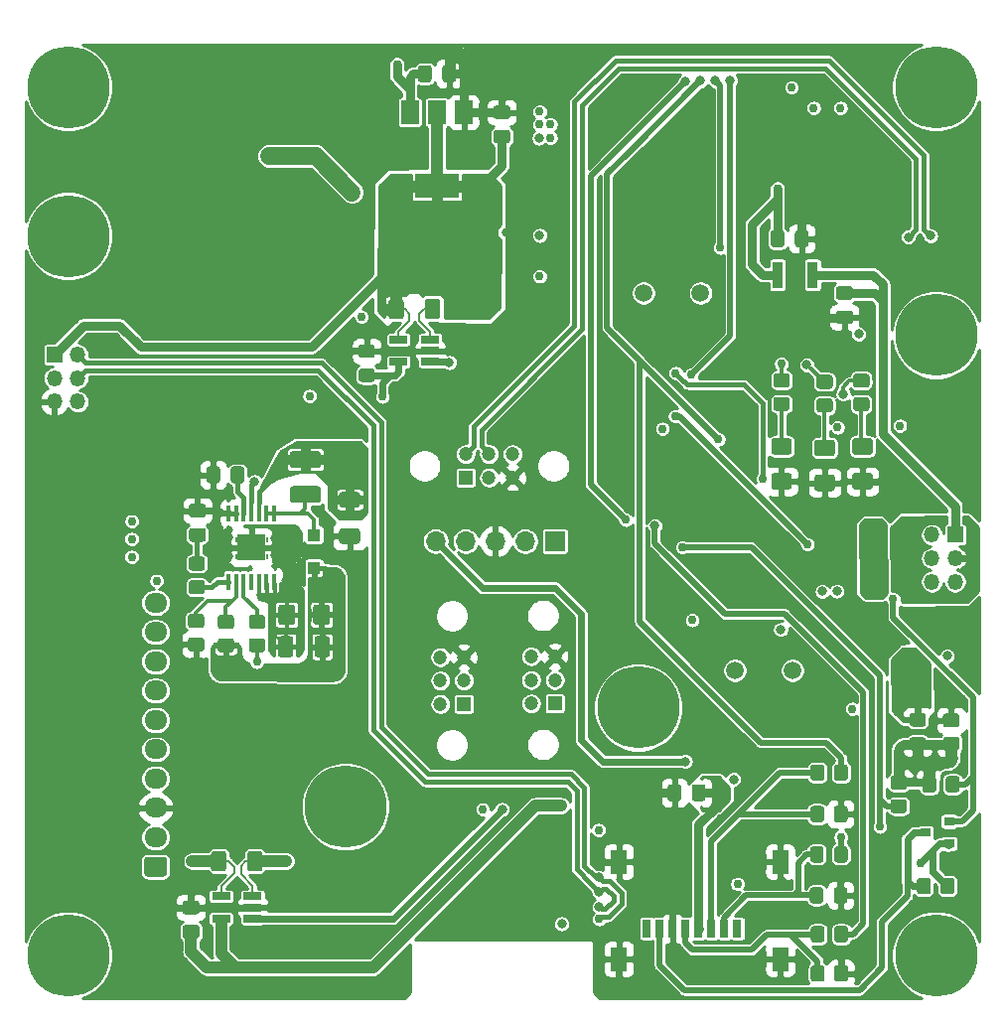
<source format=gbr>
G04 #@! TF.GenerationSoftware,KiCad,Pcbnew,(5.1.6)-1*
G04 #@! TF.CreationDate,2021-11-24T18:58:48-05:00*
G04 #@! TF.ProjectId,payload2020_papa_board,7061796c-6f61-4643-9230-32305f706170,rev?*
G04 #@! TF.SameCoordinates,Original*
G04 #@! TF.FileFunction,Copper,L1,Top*
G04 #@! TF.FilePolarity,Positive*
%FSLAX46Y46*%
G04 Gerber Fmt 4.6, Leading zero omitted, Abs format (unit mm)*
G04 Created by KiCad (PCBNEW (5.1.6)-1) date 2021-11-24 18:58:48*
%MOMM*%
%LPD*%
G01*
G04 APERTURE LIST*
G04 #@! TA.AperFunction,EtchedComponent*
%ADD10C,0.100000*%
G04 #@! TD*
G04 #@! TA.AperFunction,SMDPad,CuDef*
%ADD11R,0.800000X1.500000*%
G04 #@! TD*
G04 #@! TA.AperFunction,SMDPad,CuDef*
%ADD12R,1.450000X2.000000*%
G04 #@! TD*
G04 #@! TA.AperFunction,ComponentPad*
%ADD13O,1.950000X1.700000*%
G04 #@! TD*
G04 #@! TA.AperFunction,ComponentPad*
%ADD14O,1.350000X1.350000*%
G04 #@! TD*
G04 #@! TA.AperFunction,ComponentPad*
%ADD15R,1.350000X1.350000*%
G04 #@! TD*
G04 #@! TA.AperFunction,ComponentPad*
%ADD16C,7.000000*%
G04 #@! TD*
G04 #@! TA.AperFunction,SMDPad,CuDef*
%ADD17R,3.800000X2.000000*%
G04 #@! TD*
G04 #@! TA.AperFunction,SMDPad,CuDef*
%ADD18R,1.500000X2.000000*%
G04 #@! TD*
G04 #@! TA.AperFunction,ComponentPad*
%ADD19C,1.500000*%
G04 #@! TD*
G04 #@! TA.AperFunction,SMDPad,CuDef*
%ADD20R,2.460000X2.310000*%
G04 #@! TD*
G04 #@! TA.AperFunction,SMDPad,CuDef*
%ADD21R,0.355600X1.473200*%
G04 #@! TD*
G04 #@! TA.AperFunction,SMDPad,CuDef*
%ADD22R,0.900000X2.300000*%
G04 #@! TD*
G04 #@! TA.AperFunction,SMDPad,CuDef*
%ADD23C,0.100000*%
G04 #@! TD*
G04 #@! TA.AperFunction,SMDPad,CuDef*
%ADD24R,1.560000X0.650000*%
G04 #@! TD*
G04 #@! TA.AperFunction,SMDPad,CuDef*
%ADD25R,0.900000X0.800000*%
G04 #@! TD*
G04 #@! TA.AperFunction,ComponentPad*
%ADD26C,1.200000*%
G04 #@! TD*
G04 #@! TA.AperFunction,ComponentPad*
%ADD27R,1.200000X1.200000*%
G04 #@! TD*
G04 #@! TA.AperFunction,ComponentPad*
%ADD28O,1.700000X1.700000*%
G04 #@! TD*
G04 #@! TA.AperFunction,ComponentPad*
%ADD29R,1.700000X1.700000*%
G04 #@! TD*
G04 #@! TA.AperFunction,SMDPad,CuDef*
%ADD30R,1.100000X1.100000*%
G04 #@! TD*
G04 #@! TA.AperFunction,ViaPad*
%ADD31C,0.762000*%
G04 #@! TD*
G04 #@! TA.AperFunction,ViaPad*
%ADD32C,0.800000*%
G04 #@! TD*
G04 #@! TA.AperFunction,Conductor*
%ADD33C,0.420000*%
G04 #@! TD*
G04 #@! TA.AperFunction,Conductor*
%ADD34C,0.800000*%
G04 #@! TD*
G04 #@! TA.AperFunction,Conductor*
%ADD35C,0.203200*%
G04 #@! TD*
G04 #@! TA.AperFunction,Conductor*
%ADD36C,0.600000*%
G04 #@! TD*
G04 #@! TA.AperFunction,Conductor*
%ADD37C,0.500000*%
G04 #@! TD*
G04 #@! TA.AperFunction,Conductor*
%ADD38C,0.370000*%
G04 #@! TD*
G04 #@! TA.AperFunction,Conductor*
%ADD39C,0.400000*%
G04 #@! TD*
G04 #@! TA.AperFunction,Conductor*
%ADD40C,1.500000*%
G04 #@! TD*
G04 #@! TA.AperFunction,Conductor*
%ADD41C,1.000000*%
G04 #@! TD*
G04 #@! TA.AperFunction,Conductor*
%ADD42C,0.300000*%
G04 #@! TD*
G04 #@! TA.AperFunction,Conductor*
%ADD43C,0.254000*%
G04 #@! TD*
G04 APERTURE END LIST*
D10*
G36*
X120240420Y-111598800D02*
G01*
X120140420Y-111598800D01*
X120140420Y-111948800D01*
X120240420Y-111948800D01*
X120240420Y-111598800D01*
G37*
X120240420Y-111598800D02*
X120140420Y-111598800D01*
X120140420Y-111948800D01*
X120240420Y-111948800D01*
X120240420Y-111598800D01*
G36*
X120240420Y-110498800D02*
G01*
X120140420Y-110498800D01*
X120140420Y-110148800D01*
X120240420Y-110148800D01*
X120240420Y-110498800D01*
G37*
X120240420Y-110498800D02*
X120140420Y-110498800D01*
X120140420Y-110148800D01*
X120240420Y-110148800D01*
X120240420Y-110498800D01*
G36*
X122700420Y-110498800D02*
G01*
X122800420Y-110498800D01*
X122800420Y-110148800D01*
X122700420Y-110148800D01*
X122700420Y-110498800D01*
G37*
X122700420Y-110498800D02*
X122800420Y-110498800D01*
X122800420Y-110148800D01*
X122700420Y-110148800D01*
X122700420Y-110498800D01*
G36*
X122700420Y-111598800D02*
G01*
X122800420Y-111598800D01*
X122800420Y-111948800D01*
X122700420Y-111948800D01*
X122700420Y-111598800D01*
G37*
X122700420Y-111598800D02*
X122800420Y-111598800D01*
X122800420Y-111948800D01*
X122700420Y-111948800D01*
X122700420Y-111598800D01*
G04 #@! TA.AperFunction,SMDPad,CuDef*
G36*
G01*
X171134600Y-141150001D02*
X171134600Y-140249999D01*
G75*
G02*
X171384599Y-140000000I249999J0D01*
G01*
X172034601Y-140000000D01*
G75*
G02*
X172284600Y-140249999I0J-249999D01*
G01*
X172284600Y-141150001D01*
G75*
G02*
X172034601Y-141400000I-249999J0D01*
G01*
X171384599Y-141400000D01*
G75*
G02*
X171134600Y-141150001I0J249999D01*
G01*
G37*
G04 #@! TD.AperFunction*
G04 #@! TA.AperFunction,SMDPad,CuDef*
G36*
G01*
X169084600Y-141150001D02*
X169084600Y-140249999D01*
G75*
G02*
X169334599Y-140000000I249999J0D01*
G01*
X169984601Y-140000000D01*
G75*
G02*
X170234600Y-140249999I0J-249999D01*
G01*
X170234600Y-141150001D01*
G75*
G02*
X169984601Y-141400000I-249999J0D01*
G01*
X169334599Y-141400000D01*
G75*
G02*
X169084600Y-141150001I0J249999D01*
G01*
G37*
G04 #@! TD.AperFunction*
G04 #@! TA.AperFunction,SMDPad,CuDef*
G36*
G01*
X171160000Y-137670201D02*
X171160000Y-136770199D01*
G75*
G02*
X171409999Y-136520200I249999J0D01*
G01*
X172060001Y-136520200D01*
G75*
G02*
X172310000Y-136770199I0J-249999D01*
G01*
X172310000Y-137670201D01*
G75*
G02*
X172060001Y-137920200I-249999J0D01*
G01*
X171409999Y-137920200D01*
G75*
G02*
X171160000Y-137670201I0J249999D01*
G01*
G37*
G04 #@! TD.AperFunction*
G04 #@! TA.AperFunction,SMDPad,CuDef*
G36*
G01*
X169110000Y-137670201D02*
X169110000Y-136770199D01*
G75*
G02*
X169359999Y-136520200I249999J0D01*
G01*
X170010001Y-136520200D01*
G75*
G02*
X170260000Y-136770199I0J-249999D01*
G01*
X170260000Y-137670201D01*
G75*
G02*
X170010001Y-137920200I-249999J0D01*
G01*
X169359999Y-137920200D01*
G75*
G02*
X169110000Y-137670201I0J249999D01*
G01*
G37*
G04 #@! TD.AperFunction*
D11*
X162883000Y-143535600D03*
X161783000Y-143535600D03*
X160673000Y-143535600D03*
X159583000Y-143535600D03*
X158483000Y-143525600D03*
X157383000Y-143535600D03*
X156283000Y-143535600D03*
X155183000Y-143535600D03*
D12*
X152803000Y-137835600D03*
X166553000Y-137835600D03*
X166553000Y-146135600D03*
X152803000Y-146135600D03*
G04 #@! TA.AperFunction,ComponentPad*
G36*
G01*
X114031000Y-139107200D02*
X112581000Y-139107200D01*
G75*
G02*
X112331000Y-138857200I0J250000D01*
G01*
X112331000Y-137657200D01*
G75*
G02*
X112581000Y-137407200I250000J0D01*
G01*
X114031000Y-137407200D01*
G75*
G02*
X114281000Y-137657200I0J-250000D01*
G01*
X114281000Y-138857200D01*
G75*
G02*
X114031000Y-139107200I-250000J0D01*
G01*
G37*
G04 #@! TD.AperFunction*
D13*
X113306000Y-135757200D03*
X113306000Y-133257200D03*
X113306000Y-130757200D03*
X113306000Y-128257200D03*
X113306000Y-125757200D03*
X113306000Y-123257200D03*
X113306000Y-120757200D03*
X113306000Y-118257200D03*
X113306000Y-115757200D03*
G04 #@! TA.AperFunction,SMDPad,CuDef*
G36*
G01*
X125190360Y-116153280D02*
X125190360Y-117403280D01*
G75*
G02*
X124940360Y-117653280I-250000J0D01*
G01*
X124015360Y-117653280D01*
G75*
G02*
X123765360Y-117403280I0J250000D01*
G01*
X123765360Y-116153280D01*
G75*
G02*
X124015360Y-115903280I250000J0D01*
G01*
X124940360Y-115903280D01*
G75*
G02*
X125190360Y-116153280I0J-250000D01*
G01*
G37*
G04 #@! TD.AperFunction*
G04 #@! TA.AperFunction,SMDPad,CuDef*
G36*
G01*
X128165360Y-116153280D02*
X128165360Y-117403280D01*
G75*
G02*
X127915360Y-117653280I-250000J0D01*
G01*
X126990360Y-117653280D01*
G75*
G02*
X126740360Y-117403280I0J250000D01*
G01*
X126740360Y-116153280D01*
G75*
G02*
X126990360Y-115903280I250000J0D01*
G01*
X127915360Y-115903280D01*
G75*
G02*
X128165360Y-116153280I0J-250000D01*
G01*
G37*
G04 #@! TD.AperFunction*
G04 #@! TA.AperFunction,SMDPad,CuDef*
G36*
G01*
X130849359Y-95795760D02*
X131749361Y-95795760D01*
G75*
G02*
X131999360Y-96045759I0J-249999D01*
G01*
X131999360Y-96695761D01*
G75*
G02*
X131749361Y-96945760I-249999J0D01*
G01*
X130849359Y-96945760D01*
G75*
G02*
X130599360Y-96695761I0J249999D01*
G01*
X130599360Y-96045759D01*
G75*
G02*
X130849359Y-95795760I249999J0D01*
G01*
G37*
G04 #@! TD.AperFunction*
G04 #@! TA.AperFunction,SMDPad,CuDef*
G36*
G01*
X130849359Y-93745760D02*
X131749361Y-93745760D01*
G75*
G02*
X131999360Y-93995759I0J-249999D01*
G01*
X131999360Y-94645761D01*
G75*
G02*
X131749361Y-94895760I-249999J0D01*
G01*
X130849359Y-94895760D01*
G75*
G02*
X130599360Y-94645761I0J249999D01*
G01*
X130599360Y-93995759D01*
G75*
G02*
X130849359Y-93745760I249999J0D01*
G01*
G37*
G04 #@! TD.AperFunction*
G04 #@! TA.AperFunction,SMDPad,CuDef*
G36*
G01*
X177824119Y-127220640D02*
X178724121Y-127220640D01*
G75*
G02*
X178974120Y-127470639I0J-249999D01*
G01*
X178974120Y-128120641D01*
G75*
G02*
X178724121Y-128370640I-249999J0D01*
G01*
X177824119Y-128370640D01*
G75*
G02*
X177574120Y-128120641I0J249999D01*
G01*
X177574120Y-127470639D01*
G75*
G02*
X177824119Y-127220640I249999J0D01*
G01*
G37*
G04 #@! TD.AperFunction*
G04 #@! TA.AperFunction,SMDPad,CuDef*
G36*
G01*
X177824119Y-125170640D02*
X178724121Y-125170640D01*
G75*
G02*
X178974120Y-125420639I0J-249999D01*
G01*
X178974120Y-126070641D01*
G75*
G02*
X178724121Y-126320640I-249999J0D01*
G01*
X177824119Y-126320640D01*
G75*
G02*
X177574120Y-126070641I0J249999D01*
G01*
X177574120Y-125420639D01*
G75*
G02*
X177824119Y-125170640I249999J0D01*
G01*
G37*
G04 #@! TD.AperFunction*
D14*
X179473000Y-113966000D03*
X179473000Y-111966000D03*
X179473000Y-109966000D03*
X181473000Y-113966000D03*
X181473000Y-111966000D03*
D15*
X181473000Y-109966000D03*
X104654600Y-94628200D03*
D14*
X104654600Y-96628200D03*
X104654600Y-98628200D03*
X106654600Y-94628200D03*
X106654600Y-96628200D03*
X106654600Y-98628200D03*
G04 #@! TA.AperFunction,SMDPad,CuDef*
G36*
G01*
X129194797Y-109434200D02*
X130494803Y-109434200D01*
G75*
G02*
X130744800Y-109684197I0J-249997D01*
G01*
X130744800Y-110509203D01*
G75*
G02*
X130494803Y-110759200I-249997J0D01*
G01*
X129194797Y-110759200D01*
G75*
G02*
X128944800Y-110509203I0J249997D01*
G01*
X128944800Y-109684197D01*
G75*
G02*
X129194797Y-109434200I249997J0D01*
G01*
G37*
G04 #@! TD.AperFunction*
G04 #@! TA.AperFunction,SMDPad,CuDef*
G36*
G01*
X129194797Y-106309200D02*
X130494803Y-106309200D01*
G75*
G02*
X130744800Y-106559197I0J-249997D01*
G01*
X130744800Y-107384203D01*
G75*
G02*
X130494803Y-107634200I-249997J0D01*
G01*
X129194797Y-107634200D01*
G75*
G02*
X128944800Y-107384203I0J249997D01*
G01*
X128944800Y-106559197D01*
G75*
G02*
X129194797Y-106309200I249997J0D01*
G01*
G37*
G04 #@! TD.AperFunction*
G04 #@! TA.AperFunction,SMDPad,CuDef*
G36*
G01*
X125046300Y-118856997D02*
X125046300Y-120157003D01*
G75*
G02*
X124796303Y-120407000I-249997J0D01*
G01*
X123971297Y-120407000D01*
G75*
G02*
X123721300Y-120157003I0J249997D01*
G01*
X123721300Y-118856997D01*
G75*
G02*
X123971297Y-118607000I249997J0D01*
G01*
X124796303Y-118607000D01*
G75*
G02*
X125046300Y-118856997I0J-249997D01*
G01*
G37*
G04 #@! TD.AperFunction*
G04 #@! TA.AperFunction,SMDPad,CuDef*
G36*
G01*
X128171300Y-118856997D02*
X128171300Y-120157003D01*
G75*
G02*
X127921303Y-120407000I-249997J0D01*
G01*
X127096297Y-120407000D01*
G75*
G02*
X126846300Y-120157003I0J249997D01*
G01*
X126846300Y-118856997D01*
G75*
G02*
X127096297Y-118607000I249997J0D01*
G01*
X127921303Y-118607000D01*
G75*
G02*
X128171300Y-118856997I0J-249997D01*
G01*
G37*
G04 #@! TD.AperFunction*
G04 #@! TA.AperFunction,SMDPad,CuDef*
G36*
G01*
X136261680Y-91351261D02*
X136261680Y-90101259D01*
G75*
G02*
X136511679Y-89851260I249999J0D01*
G01*
X137311681Y-89851260D01*
G75*
G02*
X137561680Y-90101259I0J-249999D01*
G01*
X137561680Y-91351261D01*
G75*
G02*
X137311681Y-91601260I-249999J0D01*
G01*
X136511679Y-91601260D01*
G75*
G02*
X136261680Y-91351261I0J249999D01*
G01*
G37*
G04 #@! TD.AperFunction*
G04 #@! TA.AperFunction,SMDPad,CuDef*
G36*
G01*
X133161680Y-91351261D02*
X133161680Y-90101259D01*
G75*
G02*
X133411679Y-89851260I249999J0D01*
G01*
X134211681Y-89851260D01*
G75*
G02*
X134461680Y-90101259I0J-249999D01*
G01*
X134461680Y-91351261D01*
G75*
G02*
X134211681Y-91601260I-249999J0D01*
G01*
X133411679Y-91601260D01*
G75*
G02*
X133161680Y-91351261I0J249999D01*
G01*
G37*
G04 #@! TD.AperFunction*
G04 #@! TA.AperFunction,SMDPad,CuDef*
G36*
G01*
X121125820Y-138420001D02*
X121125820Y-137169999D01*
G75*
G02*
X121375819Y-136920000I249999J0D01*
G01*
X122175821Y-136920000D01*
G75*
G02*
X122425820Y-137169999I0J-249999D01*
G01*
X122425820Y-138420001D01*
G75*
G02*
X122175821Y-138670000I-249999J0D01*
G01*
X121375819Y-138670000D01*
G75*
G02*
X121125820Y-138420001I0J249999D01*
G01*
G37*
G04 #@! TD.AperFunction*
G04 #@! TA.AperFunction,SMDPad,CuDef*
G36*
G01*
X118025820Y-138420001D02*
X118025820Y-137169999D01*
G75*
G02*
X118275819Y-136920000I249999J0D01*
G01*
X119075821Y-136920000D01*
G75*
G02*
X119325820Y-137169999I0J-249999D01*
G01*
X119325820Y-138420001D01*
G75*
G02*
X119075821Y-138670000I-249999J0D01*
G01*
X118275819Y-138670000D01*
G75*
G02*
X118025820Y-138420001I0J249999D01*
G01*
G37*
G04 #@! TD.AperFunction*
D16*
X179854000Y-145818000D03*
X179854000Y-71818000D03*
X179854000Y-92948000D03*
X105854000Y-71818000D03*
X129494000Y-133138000D03*
G04 #@! TA.AperFunction,SMDPad,CuDef*
G36*
G01*
X166212099Y-96206000D02*
X167112101Y-96206000D01*
G75*
G02*
X167362100Y-96455999I0J-249999D01*
G01*
X167362100Y-97156001D01*
G75*
G02*
X167112101Y-97406000I-249999J0D01*
G01*
X166212099Y-97406000D01*
G75*
G02*
X165962100Y-97156001I0J249999D01*
G01*
X165962100Y-96455999D01*
G75*
G02*
X166212099Y-96206000I249999J0D01*
G01*
G37*
G04 #@! TD.AperFunction*
G04 #@! TA.AperFunction,SMDPad,CuDef*
G36*
G01*
X166212099Y-98206000D02*
X167112101Y-98206000D01*
G75*
G02*
X167362100Y-98455999I0J-249999D01*
G01*
X167362100Y-99156001D01*
G75*
G02*
X167112101Y-99406000I-249999J0D01*
G01*
X166212099Y-99406000D01*
G75*
G02*
X165962100Y-99156001I0J249999D01*
G01*
X165962100Y-98455999D01*
G75*
G02*
X166212099Y-98206000I249999J0D01*
G01*
G37*
G04 #@! TD.AperFunction*
X154454000Y-124698000D03*
X105854000Y-145818000D03*
X105854000Y-84498000D03*
G04 #@! TA.AperFunction,SMDPad,CuDef*
G36*
G01*
X138918440Y-70192880D02*
X138918440Y-71142880D01*
G75*
G02*
X138668440Y-71392880I-250000J0D01*
G01*
X137993440Y-71392880D01*
G75*
G02*
X137743440Y-71142880I0J250000D01*
G01*
X137743440Y-70192880D01*
G75*
G02*
X137993440Y-69942880I250000J0D01*
G01*
X138668440Y-69942880D01*
G75*
G02*
X138918440Y-70192880I0J-250000D01*
G01*
G37*
G04 #@! TD.AperFunction*
G04 #@! TA.AperFunction,SMDPad,CuDef*
G36*
G01*
X136843440Y-70192880D02*
X136843440Y-71142880D01*
G75*
G02*
X136593440Y-71392880I-250000J0D01*
G01*
X135918440Y-71392880D01*
G75*
G02*
X135668440Y-71142880I0J250000D01*
G01*
X135668440Y-70192880D01*
G75*
G02*
X135918440Y-69942880I250000J0D01*
G01*
X136593440Y-69942880D01*
G75*
G02*
X136843440Y-70192880I0J-250000D01*
G01*
G37*
G04 #@! TD.AperFunction*
G04 #@! TA.AperFunction,SMDPad,CuDef*
G36*
G01*
X142349200Y-73363420D02*
X143299200Y-73363420D01*
G75*
G02*
X143549200Y-73613420I0J-250000D01*
G01*
X143549200Y-74288420D01*
G75*
G02*
X143299200Y-74538420I-250000J0D01*
G01*
X142349200Y-74538420D01*
G75*
G02*
X142099200Y-74288420I0J250000D01*
G01*
X142099200Y-73613420D01*
G75*
G02*
X142349200Y-73363420I250000J0D01*
G01*
G37*
G04 #@! TD.AperFunction*
G04 #@! TA.AperFunction,SMDPad,CuDef*
G36*
G01*
X142349200Y-75438420D02*
X143299200Y-75438420D01*
G75*
G02*
X143549200Y-75688420I0J-250000D01*
G01*
X143549200Y-76363420D01*
G75*
G02*
X143299200Y-76613420I-250000J0D01*
G01*
X142349200Y-76613420D01*
G75*
G02*
X142099200Y-76363420I0J250000D01*
G01*
X142099200Y-75688420D01*
G75*
G02*
X142349200Y-75438420I250000J0D01*
G01*
G37*
G04 #@! TD.AperFunction*
D17*
X137289540Y-80254240D03*
D18*
X137289540Y-73954240D03*
X134989540Y-73954240D03*
X139589540Y-73954240D03*
D19*
X154886000Y-89357200D03*
X159766000Y-89357200D03*
X162709200Y-121513600D03*
X167589200Y-121513600D03*
D20*
X121470420Y-111048800D03*
D21*
X123420454Y-113969800D03*
X122770443Y-113969800D03*
X122120431Y-113969800D03*
X121470420Y-113969800D03*
X120820409Y-113969800D03*
X120170397Y-113969800D03*
X119520386Y-113969800D03*
X119520386Y-108127800D03*
X120170397Y-108127800D03*
X120820409Y-108127800D03*
X121470420Y-108127800D03*
X122120431Y-108127800D03*
X122770443Y-108127800D03*
X123420454Y-108127800D03*
D22*
X169320340Y-87811740D03*
X166320340Y-87811740D03*
G04 #@! TA.AperFunction,SMDPad,CuDef*
D23*
G36*
X166953840Y-93261740D02*
G01*
X166953840Y-89136740D01*
X167370340Y-89136740D01*
X167370340Y-86661740D01*
X168270340Y-86661740D01*
X168270340Y-89136740D01*
X168686840Y-89136740D01*
X168686840Y-93261740D01*
X166953840Y-93261740D01*
G37*
G04 #@! TD.AperFunction*
D24*
X134020580Y-95227220D03*
X134020580Y-93327220D03*
X136720580Y-93327220D03*
X136720580Y-94277220D03*
X136720580Y-95227220D03*
X118882180Y-142684540D03*
X118882180Y-140784540D03*
X121582180Y-140784540D03*
X121582180Y-141734540D03*
X121582180Y-142684540D03*
G04 #@! TA.AperFunction,SMDPad,CuDef*
G36*
G01*
X181579941Y-126384100D02*
X180679939Y-126384100D01*
G75*
G02*
X180429940Y-126134101I0J249999D01*
G01*
X180429940Y-125434099D01*
G75*
G02*
X180679939Y-125184100I249999J0D01*
G01*
X181579941Y-125184100D01*
G75*
G02*
X181829940Y-125434099I0J-249999D01*
G01*
X181829940Y-126134101D01*
G75*
G02*
X181579941Y-126384100I-249999J0D01*
G01*
G37*
G04 #@! TD.AperFunction*
G04 #@! TA.AperFunction,SMDPad,CuDef*
G36*
G01*
X181579941Y-128384100D02*
X180679939Y-128384100D01*
G75*
G02*
X180429940Y-128134101I0J249999D01*
G01*
X180429940Y-127434099D01*
G75*
G02*
X180679939Y-127184100I249999J0D01*
G01*
X181579941Y-127184100D01*
G75*
G02*
X181829940Y-127434099I0J-249999D01*
G01*
X181829940Y-128134101D01*
G75*
G02*
X181579941Y-128384100I-249999J0D01*
G01*
G37*
G04 #@! TD.AperFunction*
G04 #@! TA.AperFunction,SMDPad,CuDef*
G36*
G01*
X171117720Y-134226721D02*
X171117720Y-133326719D01*
G75*
G02*
X171367719Y-133076720I249999J0D01*
G01*
X172067721Y-133076720D01*
G75*
G02*
X172317720Y-133326719I0J-249999D01*
G01*
X172317720Y-134226721D01*
G75*
G02*
X172067721Y-134476720I-249999J0D01*
G01*
X171367719Y-134476720D01*
G75*
G02*
X171117720Y-134226721I0J249999D01*
G01*
G37*
G04 #@! TD.AperFunction*
G04 #@! TA.AperFunction,SMDPad,CuDef*
G36*
G01*
X169117720Y-134226721D02*
X169117720Y-133326719D01*
G75*
G02*
X169367719Y-133076720I249999J0D01*
G01*
X170067721Y-133076720D01*
G75*
G02*
X170317720Y-133326719I0J-249999D01*
G01*
X170317720Y-134226721D01*
G75*
G02*
X170067721Y-134476720I-249999J0D01*
G01*
X169367719Y-134476720D01*
G75*
G02*
X169117720Y-134226721I0J249999D01*
G01*
G37*
G04 #@! TD.AperFunction*
G04 #@! TA.AperFunction,SMDPad,CuDef*
G36*
G01*
X171153280Y-147820801D02*
X171153280Y-146920799D01*
G75*
G02*
X171403279Y-146670800I249999J0D01*
G01*
X172103281Y-146670800D01*
G75*
G02*
X172353280Y-146920799I0J-249999D01*
G01*
X172353280Y-147820801D01*
G75*
G02*
X172103281Y-148070800I-249999J0D01*
G01*
X171403279Y-148070800D01*
G75*
G02*
X171153280Y-147820801I0J249999D01*
G01*
G37*
G04 #@! TD.AperFunction*
G04 #@! TA.AperFunction,SMDPad,CuDef*
G36*
G01*
X169153280Y-147820801D02*
X169153280Y-146920799D01*
G75*
G02*
X169403279Y-146670800I249999J0D01*
G01*
X170103281Y-146670800D01*
G75*
G02*
X170353280Y-146920799I0J-249999D01*
G01*
X170353280Y-147820801D01*
G75*
G02*
X170103281Y-148070800I-249999J0D01*
G01*
X169403279Y-148070800D01*
G75*
G02*
X169153280Y-147820801I0J249999D01*
G01*
G37*
G04 #@! TD.AperFunction*
G04 #@! TA.AperFunction,SMDPad,CuDef*
G36*
G01*
X171153280Y-144468001D02*
X171153280Y-143567999D01*
G75*
G02*
X171403279Y-143318000I249999J0D01*
G01*
X172103281Y-143318000D01*
G75*
G02*
X172353280Y-143567999I0J-249999D01*
G01*
X172353280Y-144468001D01*
G75*
G02*
X172103281Y-144718000I-249999J0D01*
G01*
X171403279Y-144718000D01*
G75*
G02*
X171153280Y-144468001I0J249999D01*
G01*
G37*
G04 #@! TD.AperFunction*
G04 #@! TA.AperFunction,SMDPad,CuDef*
G36*
G01*
X169153280Y-144468001D02*
X169153280Y-143567999D01*
G75*
G02*
X169403279Y-143318000I249999J0D01*
G01*
X170103281Y-143318000D01*
G75*
G02*
X170353280Y-143567999I0J-249999D01*
G01*
X170353280Y-144468001D01*
G75*
G02*
X170103281Y-144718000I-249999J0D01*
G01*
X169403279Y-144718000D01*
G75*
G02*
X169153280Y-144468001I0J249999D01*
G01*
G37*
G04 #@! TD.AperFunction*
G04 #@! TA.AperFunction,SMDPad,CuDef*
G36*
G01*
X169135400Y-130685201D02*
X169135400Y-129785199D01*
G75*
G02*
X169385399Y-129535200I249999J0D01*
G01*
X170085401Y-129535200D01*
G75*
G02*
X170335400Y-129785199I0J-249999D01*
G01*
X170335400Y-130685201D01*
G75*
G02*
X170085401Y-130935200I-249999J0D01*
G01*
X169385399Y-130935200D01*
G75*
G02*
X169135400Y-130685201I0J249999D01*
G01*
G37*
G04 #@! TD.AperFunction*
G04 #@! TA.AperFunction,SMDPad,CuDef*
G36*
G01*
X171135400Y-130685201D02*
X171135400Y-129785199D01*
G75*
G02*
X171385399Y-129535200I249999J0D01*
G01*
X172085401Y-129535200D01*
G75*
G02*
X172335400Y-129785199I0J-249999D01*
G01*
X172335400Y-130685201D01*
G75*
G02*
X172085401Y-130935200I-249999J0D01*
G01*
X171385399Y-130935200D01*
G75*
G02*
X171135400Y-130685201I0J249999D01*
G01*
G37*
G04 #@! TD.AperFunction*
G04 #@! TA.AperFunction,SMDPad,CuDef*
G36*
G01*
X116308719Y-116720060D02*
X117208721Y-116720060D01*
G75*
G02*
X117458720Y-116970059I0J-249999D01*
G01*
X117458720Y-117670061D01*
G75*
G02*
X117208721Y-117920060I-249999J0D01*
G01*
X116308719Y-117920060D01*
G75*
G02*
X116058720Y-117670061I0J249999D01*
G01*
X116058720Y-116970059D01*
G75*
G02*
X116308719Y-116720060I249999J0D01*
G01*
G37*
G04 #@! TD.AperFunction*
G04 #@! TA.AperFunction,SMDPad,CuDef*
G36*
G01*
X116308719Y-118720060D02*
X117208721Y-118720060D01*
G75*
G02*
X117458720Y-118970059I0J-249999D01*
G01*
X117458720Y-119670061D01*
G75*
G02*
X117208721Y-119920060I-249999J0D01*
G01*
X116308719Y-119920060D01*
G75*
G02*
X116058720Y-119670061I0J249999D01*
G01*
X116058720Y-118970059D01*
G75*
G02*
X116308719Y-118720060I249999J0D01*
G01*
G37*
G04 #@! TD.AperFunction*
G04 #@! TA.AperFunction,SMDPad,CuDef*
G36*
G01*
X119741101Y-119998800D02*
X118841099Y-119998800D01*
G75*
G02*
X118591100Y-119748801I0J249999D01*
G01*
X118591100Y-119048799D01*
G75*
G02*
X118841099Y-118798800I249999J0D01*
G01*
X119741101Y-118798800D01*
G75*
G02*
X119991100Y-119048799I0J-249999D01*
G01*
X119991100Y-119748801D01*
G75*
G02*
X119741101Y-119998800I-249999J0D01*
G01*
G37*
G04 #@! TD.AperFunction*
G04 #@! TA.AperFunction,SMDPad,CuDef*
G36*
G01*
X119741101Y-117998800D02*
X118841099Y-117998800D01*
G75*
G02*
X118591100Y-117748801I0J249999D01*
G01*
X118591100Y-117048799D01*
G75*
G02*
X118841099Y-116798800I249999J0D01*
G01*
X119741101Y-116798800D01*
G75*
G02*
X119991100Y-117048799I0J-249999D01*
G01*
X119991100Y-117748801D01*
G75*
G02*
X119741101Y-117998800I-249999J0D01*
G01*
G37*
G04 #@! TD.AperFunction*
G04 #@! TA.AperFunction,SMDPad,CuDef*
G36*
G01*
X116372219Y-111825480D02*
X117272221Y-111825480D01*
G75*
G02*
X117522220Y-112075479I0J-249999D01*
G01*
X117522220Y-112775481D01*
G75*
G02*
X117272221Y-113025480I-249999J0D01*
G01*
X116372219Y-113025480D01*
G75*
G02*
X116122220Y-112775481I0J249999D01*
G01*
X116122220Y-112075479D01*
G75*
G02*
X116372219Y-111825480I249999J0D01*
G01*
G37*
G04 #@! TD.AperFunction*
G04 #@! TA.AperFunction,SMDPad,CuDef*
G36*
G01*
X116372219Y-113825480D02*
X117272221Y-113825480D01*
G75*
G02*
X117522220Y-114075479I0J-249999D01*
G01*
X117522220Y-114775481D01*
G75*
G02*
X117272221Y-115025480I-249999J0D01*
G01*
X116372219Y-115025480D01*
G75*
G02*
X116122220Y-114775481I0J249999D01*
G01*
X116122220Y-114075479D01*
G75*
G02*
X116372219Y-113825480I249999J0D01*
G01*
G37*
G04 #@! TD.AperFunction*
G04 #@! TA.AperFunction,SMDPad,CuDef*
G36*
G01*
X179410920Y-139465899D02*
X179410920Y-140365901D01*
G75*
G02*
X179160921Y-140615900I-249999J0D01*
G01*
X178460919Y-140615900D01*
G75*
G02*
X178210920Y-140365901I0J249999D01*
G01*
X178210920Y-139465899D01*
G75*
G02*
X178460919Y-139215900I249999J0D01*
G01*
X179160921Y-139215900D01*
G75*
G02*
X179410920Y-139465899I0J-249999D01*
G01*
G37*
G04 #@! TD.AperFunction*
G04 #@! TA.AperFunction,SMDPad,CuDef*
G36*
G01*
X181410920Y-139465899D02*
X181410920Y-140365901D01*
G75*
G02*
X181160921Y-140615900I-249999J0D01*
G01*
X180460919Y-140615900D01*
G75*
G02*
X180210920Y-140365901I0J249999D01*
G01*
X180210920Y-139465899D01*
G75*
G02*
X180460919Y-139215900I249999J0D01*
G01*
X181160921Y-139215900D01*
G75*
G02*
X181410920Y-139465899I0J-249999D01*
G01*
G37*
G04 #@! TD.AperFunction*
G04 #@! TA.AperFunction,SMDPad,CuDef*
G36*
G01*
X173019299Y-96231400D02*
X173919301Y-96231400D01*
G75*
G02*
X174169300Y-96481399I0J-249999D01*
G01*
X174169300Y-97181401D01*
G75*
G02*
X173919301Y-97431400I-249999J0D01*
G01*
X173019299Y-97431400D01*
G75*
G02*
X172769300Y-97181401I0J249999D01*
G01*
X172769300Y-96481399D01*
G75*
G02*
X173019299Y-96231400I249999J0D01*
G01*
G37*
G04 #@! TD.AperFunction*
G04 #@! TA.AperFunction,SMDPad,CuDef*
G36*
G01*
X173019299Y-98231400D02*
X173919301Y-98231400D01*
G75*
G02*
X174169300Y-98481399I0J-249999D01*
G01*
X174169300Y-99181401D01*
G75*
G02*
X173919301Y-99431400I-249999J0D01*
G01*
X173019299Y-99431400D01*
G75*
G02*
X172769300Y-99181401I0J249999D01*
G01*
X172769300Y-98481399D01*
G75*
G02*
X173019299Y-98231400I249999J0D01*
G01*
G37*
G04 #@! TD.AperFunction*
G04 #@! TA.AperFunction,SMDPad,CuDef*
G36*
G01*
X121500479Y-116789400D02*
X122400481Y-116789400D01*
G75*
G02*
X122650480Y-117039399I0J-249999D01*
G01*
X122650480Y-117739401D01*
G75*
G02*
X122400481Y-117989400I-249999J0D01*
G01*
X121500479Y-117989400D01*
G75*
G02*
X121250480Y-117739401I0J249999D01*
G01*
X121250480Y-117039399D01*
G75*
G02*
X121500479Y-116789400I249999J0D01*
G01*
G37*
G04 #@! TD.AperFunction*
G04 #@! TA.AperFunction,SMDPad,CuDef*
G36*
G01*
X121500479Y-118789400D02*
X122400481Y-118789400D01*
G75*
G02*
X122650480Y-119039399I0J-249999D01*
G01*
X122650480Y-119739401D01*
G75*
G02*
X122400481Y-119989400I-249999J0D01*
G01*
X121500479Y-119989400D01*
G75*
G02*
X121250480Y-119739401I0J249999D01*
G01*
X121250480Y-119039399D01*
G75*
G02*
X121500479Y-118789400I249999J0D01*
G01*
G37*
G04 #@! TD.AperFunction*
G04 #@! TA.AperFunction,SMDPad,CuDef*
G36*
G01*
X169895099Y-96333000D02*
X170795101Y-96333000D01*
G75*
G02*
X171045100Y-96582999I0J-249999D01*
G01*
X171045100Y-97283001D01*
G75*
G02*
X170795101Y-97533000I-249999J0D01*
G01*
X169895099Y-97533000D01*
G75*
G02*
X169645100Y-97283001I0J249999D01*
G01*
X169645100Y-96582999D01*
G75*
G02*
X169895099Y-96333000I249999J0D01*
G01*
G37*
G04 #@! TD.AperFunction*
G04 #@! TA.AperFunction,SMDPad,CuDef*
G36*
G01*
X169895099Y-98333000D02*
X170795101Y-98333000D01*
G75*
G02*
X171045100Y-98582999I0J-249999D01*
G01*
X171045100Y-99283001D01*
G75*
G02*
X170795101Y-99533000I-249999J0D01*
G01*
X169895099Y-99533000D01*
G75*
G02*
X169645100Y-99283001I0J249999D01*
G01*
X169645100Y-98582999D01*
G75*
G02*
X169895099Y-98333000I249999J0D01*
G01*
G37*
G04 #@! TD.AperFunction*
G04 #@! TA.AperFunction,SMDPad,CuDef*
G36*
G01*
X176201919Y-132496000D02*
X177101921Y-132496000D01*
G75*
G02*
X177351920Y-132745999I0J-249999D01*
G01*
X177351920Y-133446001D01*
G75*
G02*
X177101921Y-133696000I-249999J0D01*
G01*
X176201919Y-133696000D01*
G75*
G02*
X175951920Y-133446001I0J249999D01*
G01*
X175951920Y-132745999D01*
G75*
G02*
X176201919Y-132496000I249999J0D01*
G01*
G37*
G04 #@! TD.AperFunction*
G04 #@! TA.AperFunction,SMDPad,CuDef*
G36*
G01*
X176201919Y-130496000D02*
X177101921Y-130496000D01*
G75*
G02*
X177351920Y-130745999I0J-249999D01*
G01*
X177351920Y-131446001D01*
G75*
G02*
X177101921Y-131696000I-249999J0D01*
G01*
X176201919Y-131696000D01*
G75*
G02*
X175951920Y-131446001I0J249999D01*
G01*
X175951920Y-130745999D01*
G75*
G02*
X176201919Y-130496000I249999J0D01*
G01*
G37*
G04 #@! TD.AperFunction*
G04 #@! TA.AperFunction,SMDPad,CuDef*
G36*
G01*
X178656940Y-131689261D02*
X178656940Y-130789259D01*
G75*
G02*
X178906939Y-130539260I249999J0D01*
G01*
X179606941Y-130539260D01*
G75*
G02*
X179856940Y-130789259I0J-249999D01*
G01*
X179856940Y-131689261D01*
G75*
G02*
X179606941Y-131939260I-249999J0D01*
G01*
X178906939Y-131939260D01*
G75*
G02*
X178656940Y-131689261I0J249999D01*
G01*
G37*
G04 #@! TD.AperFunction*
G04 #@! TA.AperFunction,SMDPad,CuDef*
G36*
G01*
X180656940Y-131689261D02*
X180656940Y-130789259D01*
G75*
G02*
X180906939Y-130539260I249999J0D01*
G01*
X181606941Y-130539260D01*
G75*
G02*
X181856940Y-130789259I0J-249999D01*
G01*
X181856940Y-131689261D01*
G75*
G02*
X181606941Y-131939260I-249999J0D01*
G01*
X180906939Y-131939260D01*
G75*
G02*
X180656940Y-131689261I0J249999D01*
G01*
G37*
G04 #@! TD.AperFunction*
D25*
X180949600Y-136296400D03*
X180949600Y-134396400D03*
X178949600Y-135346400D03*
G04 #@! TA.AperFunction,SMDPad,CuDef*
G36*
G01*
X124992820Y-102845180D02*
X127142820Y-102845180D01*
G75*
G02*
X127392820Y-103095180I0J-250000D01*
G01*
X127392820Y-104020180D01*
G75*
G02*
X127142820Y-104270180I-250000J0D01*
G01*
X124992820Y-104270180D01*
G75*
G02*
X124742820Y-104020180I0J250000D01*
G01*
X124742820Y-103095180D01*
G75*
G02*
X124992820Y-102845180I250000J0D01*
G01*
G37*
G04 #@! TD.AperFunction*
G04 #@! TA.AperFunction,SMDPad,CuDef*
G36*
G01*
X124992820Y-105820180D02*
X127142820Y-105820180D01*
G75*
G02*
X127392820Y-106070180I0J-250000D01*
G01*
X127392820Y-106995180D01*
G75*
G02*
X127142820Y-107245180I-250000J0D01*
G01*
X124992820Y-107245180D01*
G75*
G02*
X124742820Y-106995180I0J250000D01*
G01*
X124742820Y-106070180D01*
G75*
G02*
X124992820Y-105820180I250000J0D01*
G01*
G37*
G04 #@! TD.AperFunction*
D26*
X147329400Y-122340000D03*
D27*
X147329400Y-124340000D03*
D26*
X147329400Y-120340000D03*
X145329400Y-120340000D03*
X145329400Y-122340000D03*
X145329400Y-124340000D03*
X139582400Y-122390800D03*
D27*
X139582400Y-124390800D03*
D26*
X139582400Y-120390800D03*
X137582400Y-120390800D03*
X137582400Y-122390800D03*
X137582400Y-124390800D03*
D28*
X137185400Y-110515400D03*
X139725400Y-110515400D03*
X142265400Y-110515400D03*
X144805400Y-110515400D03*
D29*
X147345400Y-110515400D03*
D26*
X141732000Y-105089200D03*
D27*
X139732000Y-105089200D03*
D26*
X143732000Y-105089200D03*
X143732000Y-103089200D03*
X141732000Y-103089200D03*
X139732000Y-103089200D03*
G04 #@! TA.AperFunction,SMDPad,CuDef*
G36*
G01*
X167287100Y-106122500D02*
X166037100Y-106122500D01*
G75*
G02*
X165787100Y-105872500I0J250000D01*
G01*
X165787100Y-104947500D01*
G75*
G02*
X166037100Y-104697500I250000J0D01*
G01*
X167287100Y-104697500D01*
G75*
G02*
X167537100Y-104947500I0J-250000D01*
G01*
X167537100Y-105872500D01*
G75*
G02*
X167287100Y-106122500I-250000J0D01*
G01*
G37*
G04 #@! TD.AperFunction*
G04 #@! TA.AperFunction,SMDPad,CuDef*
G36*
G01*
X167287100Y-103147500D02*
X166037100Y-103147500D01*
G75*
G02*
X165787100Y-102897500I0J250000D01*
G01*
X165787100Y-101972500D01*
G75*
G02*
X166037100Y-101722500I250000J0D01*
G01*
X167287100Y-101722500D01*
G75*
G02*
X167537100Y-101972500I0J-250000D01*
G01*
X167537100Y-102897500D01*
G75*
G02*
X167287100Y-103147500I-250000J0D01*
G01*
G37*
G04 #@! TD.AperFunction*
G04 #@! TA.AperFunction,SMDPad,CuDef*
G36*
G01*
X174195900Y-106125700D02*
X172945900Y-106125700D01*
G75*
G02*
X172695900Y-105875700I0J250000D01*
G01*
X172695900Y-104950700D01*
G75*
G02*
X172945900Y-104700700I250000J0D01*
G01*
X174195900Y-104700700D01*
G75*
G02*
X174445900Y-104950700I0J-250000D01*
G01*
X174445900Y-105875700D01*
G75*
G02*
X174195900Y-106125700I-250000J0D01*
G01*
G37*
G04 #@! TD.AperFunction*
G04 #@! TA.AperFunction,SMDPad,CuDef*
G36*
G01*
X174195900Y-103150700D02*
X172945900Y-103150700D01*
G75*
G02*
X172695900Y-102900700I0J250000D01*
G01*
X172695900Y-101975700D01*
G75*
G02*
X172945900Y-101725700I250000J0D01*
G01*
X174195900Y-101725700D01*
G75*
G02*
X174445900Y-101975700I0J-250000D01*
G01*
X174445900Y-102900700D01*
G75*
G02*
X174195900Y-103150700I-250000J0D01*
G01*
G37*
G04 #@! TD.AperFunction*
G04 #@! TA.AperFunction,SMDPad,CuDef*
G36*
G01*
X170970100Y-106249500D02*
X169720100Y-106249500D01*
G75*
G02*
X169470100Y-105999500I0J250000D01*
G01*
X169470100Y-105074500D01*
G75*
G02*
X169720100Y-104824500I250000J0D01*
G01*
X170970100Y-104824500D01*
G75*
G02*
X171220100Y-105074500I0J-250000D01*
G01*
X171220100Y-105999500D01*
G75*
G02*
X170970100Y-106249500I-250000J0D01*
G01*
G37*
G04 #@! TD.AperFunction*
G04 #@! TA.AperFunction,SMDPad,CuDef*
G36*
G01*
X170970100Y-103274500D02*
X169720100Y-103274500D01*
G75*
G02*
X169470100Y-103024500I0J250000D01*
G01*
X169470100Y-102099500D01*
G75*
G02*
X169720100Y-101849500I250000J0D01*
G01*
X170970100Y-101849500D01*
G75*
G02*
X171220100Y-102099500I0J-250000D01*
G01*
X171220100Y-103024500D01*
G75*
G02*
X170970100Y-103274500I-250000J0D01*
G01*
G37*
G04 #@! TD.AperFunction*
D30*
X126804420Y-112781080D03*
X126804420Y-109981080D03*
G04 #@! TA.AperFunction,SMDPad,CuDef*
G36*
G01*
X171564280Y-88767160D02*
X172514280Y-88767160D01*
G75*
G02*
X172764280Y-89017160I0J-250000D01*
G01*
X172764280Y-89692160D01*
G75*
G02*
X172514280Y-89942160I-250000J0D01*
G01*
X171564280Y-89942160D01*
G75*
G02*
X171314280Y-89692160I0J250000D01*
G01*
X171314280Y-89017160D01*
G75*
G02*
X171564280Y-88767160I250000J0D01*
G01*
G37*
G04 #@! TD.AperFunction*
G04 #@! TA.AperFunction,SMDPad,CuDef*
G36*
G01*
X171564280Y-90842160D02*
X172514280Y-90842160D01*
G75*
G02*
X172764280Y-91092160I0J-250000D01*
G01*
X172764280Y-91767160D01*
G75*
G02*
X172514280Y-92017160I-250000J0D01*
G01*
X171564280Y-92017160D01*
G75*
G02*
X171314280Y-91767160I0J250000D01*
G01*
X171314280Y-91092160D01*
G75*
G02*
X171564280Y-90842160I250000J0D01*
G01*
G37*
G04 #@! TD.AperFunction*
G04 #@! TA.AperFunction,SMDPad,CuDef*
G36*
G01*
X165733060Y-85206860D02*
X165733060Y-84256860D01*
G75*
G02*
X165983060Y-84006860I250000J0D01*
G01*
X166658060Y-84006860D01*
G75*
G02*
X166908060Y-84256860I0J-250000D01*
G01*
X166908060Y-85206860D01*
G75*
G02*
X166658060Y-85456860I-250000J0D01*
G01*
X165983060Y-85456860D01*
G75*
G02*
X165733060Y-85206860I0J250000D01*
G01*
G37*
G04 #@! TD.AperFunction*
G04 #@! TA.AperFunction,SMDPad,CuDef*
G36*
G01*
X167808060Y-85206860D02*
X167808060Y-84256860D01*
G75*
G02*
X168058060Y-84006860I250000J0D01*
G01*
X168733060Y-84006860D01*
G75*
G02*
X168983060Y-84256860I0J-250000D01*
G01*
X168983060Y-85206860D01*
G75*
G02*
X168733060Y-85456860I-250000J0D01*
G01*
X168058060Y-85456860D01*
G75*
G02*
X167808060Y-85206860I0J250000D01*
G01*
G37*
G04 #@! TD.AperFunction*
G04 #@! TA.AperFunction,SMDPad,CuDef*
G36*
G01*
X117348020Y-110566780D02*
X116398020Y-110566780D01*
G75*
G02*
X116148020Y-110316780I0J250000D01*
G01*
X116148020Y-109641780D01*
G75*
G02*
X116398020Y-109391780I250000J0D01*
G01*
X117348020Y-109391780D01*
G75*
G02*
X117598020Y-109641780I0J-250000D01*
G01*
X117598020Y-110316780D01*
G75*
G02*
X117348020Y-110566780I-250000J0D01*
G01*
G37*
G04 #@! TD.AperFunction*
G04 #@! TA.AperFunction,SMDPad,CuDef*
G36*
G01*
X117348020Y-108491780D02*
X116398020Y-108491780D01*
G75*
G02*
X116148020Y-108241780I0J250000D01*
G01*
X116148020Y-107566780D01*
G75*
G02*
X116398020Y-107316780I250000J0D01*
G01*
X117348020Y-107316780D01*
G75*
G02*
X117598020Y-107566780I0J-250000D01*
G01*
X117598020Y-108241780D01*
G75*
G02*
X117348020Y-108491780I-250000J0D01*
G01*
G37*
G04 #@! TD.AperFunction*
G04 #@! TA.AperFunction,SMDPad,CuDef*
G36*
G01*
X120889520Y-104381280D02*
X120889520Y-105331280D01*
G75*
G02*
X120639520Y-105581280I-250000J0D01*
G01*
X119964520Y-105581280D01*
G75*
G02*
X119714520Y-105331280I0J250000D01*
G01*
X119714520Y-104381280D01*
G75*
G02*
X119964520Y-104131280I250000J0D01*
G01*
X120639520Y-104131280D01*
G75*
G02*
X120889520Y-104381280I0J-250000D01*
G01*
G37*
G04 #@! TD.AperFunction*
G04 #@! TA.AperFunction,SMDPad,CuDef*
G36*
G01*
X118814520Y-104381280D02*
X118814520Y-105331280D01*
G75*
G02*
X118564520Y-105581280I-250000J0D01*
G01*
X117889520Y-105581280D01*
G75*
G02*
X117639520Y-105331280I0J250000D01*
G01*
X117639520Y-104381280D01*
G75*
G02*
X117889520Y-104131280I250000J0D01*
G01*
X118564520Y-104131280D01*
G75*
G02*
X118814520Y-104381280I0J-250000D01*
G01*
G37*
G04 #@! TD.AperFunction*
G04 #@! TA.AperFunction,SMDPad,CuDef*
G36*
G01*
X115846840Y-143227120D02*
X116796840Y-143227120D01*
G75*
G02*
X117046840Y-143477120I0J-250000D01*
G01*
X117046840Y-144152120D01*
G75*
G02*
X116796840Y-144402120I-250000J0D01*
G01*
X115846840Y-144402120D01*
G75*
G02*
X115596840Y-144152120I0J250000D01*
G01*
X115596840Y-143477120D01*
G75*
G02*
X115846840Y-143227120I250000J0D01*
G01*
G37*
G04 #@! TD.AperFunction*
G04 #@! TA.AperFunction,SMDPad,CuDef*
G36*
G01*
X115846840Y-141152120D02*
X116796840Y-141152120D01*
G75*
G02*
X117046840Y-141402120I0J-250000D01*
G01*
X117046840Y-142077120D01*
G75*
G02*
X116796840Y-142327120I-250000J0D01*
G01*
X115846840Y-142327120D01*
G75*
G02*
X115596840Y-142077120I0J250000D01*
G01*
X115596840Y-141402120D01*
G75*
G02*
X115846840Y-141152120I250000J0D01*
G01*
G37*
G04 #@! TD.AperFunction*
G04 #@! TA.AperFunction,SMDPad,CuDef*
G36*
G01*
X160193800Y-131487400D02*
X160193800Y-132437400D01*
G75*
G02*
X159943800Y-132687400I-250000J0D01*
G01*
X159268800Y-132687400D01*
G75*
G02*
X159018800Y-132437400I0J250000D01*
G01*
X159018800Y-131487400D01*
G75*
G02*
X159268800Y-131237400I250000J0D01*
G01*
X159943800Y-131237400D01*
G75*
G02*
X160193800Y-131487400I0J-250000D01*
G01*
G37*
G04 #@! TD.AperFunction*
G04 #@! TA.AperFunction,SMDPad,CuDef*
G36*
G01*
X158118800Y-131487400D02*
X158118800Y-132437400D01*
G75*
G02*
X157868800Y-132687400I-250000J0D01*
G01*
X157193800Y-132687400D01*
G75*
G02*
X156943800Y-132437400I0J250000D01*
G01*
X156943800Y-131487400D01*
G75*
G02*
X157193800Y-131237400I250000J0D01*
G01*
X157868800Y-131237400D01*
G75*
G02*
X158118800Y-131487400I0J-250000D01*
G01*
G37*
G04 #@! TD.AperFunction*
D31*
X180793800Y-119135400D03*
X150682100Y-73631300D03*
X183079800Y-105559100D03*
X171421200Y-124012200D03*
X171421200Y-122945400D03*
X171421200Y-126095000D03*
X171421200Y-125028200D03*
X181142640Y-123954540D03*
X170553380Y-91447620D03*
X168391840Y-82677000D03*
X167507920Y-77436980D03*
X121945400Y-120784620D03*
X144141600Y-71535800D03*
X139649200Y-70637400D03*
X132664200Y-92430600D03*
X129659380Y-94307660D03*
X114808000Y-141737080D03*
D32*
X171726000Y-146008600D03*
X177263200Y-88934800D03*
X176319180Y-105549700D03*
X153543000Y-130429000D03*
X162407600Y-98145600D03*
X117195600Y-82499200D03*
X117195600Y-88341200D03*
X117195600Y-91389200D03*
X117195600Y-85293200D03*
X112623600Y-88341200D03*
X112623600Y-91389200D03*
X114780060Y-92717620D03*
X112623600Y-85293200D03*
X114780060Y-89814400D03*
X114780060Y-86807040D03*
X121767600Y-82499200D03*
X121767600Y-85293200D03*
X119692420Y-86799420D03*
X121767600Y-88341200D03*
X119705120Y-89814400D03*
X121767600Y-91389200D03*
X119717820Y-92689680D03*
X116916200Y-77978000D03*
X119964200Y-77952600D03*
X115316000Y-78003400D03*
X113792000Y-78003400D03*
X118465600Y-77978000D03*
X121462800Y-77952600D03*
X116916200Y-76835000D03*
X115316000Y-76860400D03*
X113792000Y-76860400D03*
X118465600Y-76835000D03*
X115316000Y-75717400D03*
X113792000Y-75717400D03*
X116916200Y-75692000D03*
X115316000Y-74574400D03*
X113792000Y-74574400D03*
X116916200Y-74549000D03*
X115316000Y-73431400D03*
X113792000Y-73431400D03*
X116916200Y-73406000D03*
X118465600Y-73406000D03*
X115316000Y-72288400D03*
X119964200Y-72237600D03*
X118465600Y-72263000D03*
X113792000Y-72288400D03*
X116916200Y-72263000D03*
X121462800Y-72237600D03*
X124466760Y-111738920D03*
X123471080Y-111738920D03*
X124431200Y-110240320D03*
X123481240Y-110240320D03*
X125349000Y-111744760D03*
X116329460Y-140169900D03*
X169440000Y-117840000D03*
X116822220Y-104856280D03*
X119524780Y-111760000D03*
X119555260Y-110164880D03*
X129997200Y-87579200D03*
X143205200Y-84175600D03*
D31*
X163288980Y-94462600D03*
D32*
X112623600Y-82499200D03*
X114802920Y-83893660D03*
X119717820Y-83893660D03*
D31*
X151274780Y-94322900D03*
X138404600Y-68935600D03*
X124434800Y-114642800D03*
X176502060Y-77467460D03*
X110490000Y-96926400D03*
X154679742Y-85458517D03*
X153742800Y-116011200D03*
X159076800Y-126526800D03*
X159076800Y-125460000D03*
X159076800Y-124444000D03*
X159076800Y-123377200D03*
X165122000Y-110778800D03*
X152676000Y-85429600D03*
X153565000Y-85429600D03*
X160296000Y-85505800D03*
X159127600Y-85531200D03*
D32*
X121738800Y-75752200D03*
X121738800Y-74447400D03*
X125349000Y-110220760D03*
D31*
X114830000Y-119338600D03*
X116862000Y-106384600D03*
X167154000Y-139836400D03*
X168144600Y-146135600D03*
X162937600Y-137626600D03*
X155842150Y-131977398D03*
X152803000Y-148650200D03*
X151050400Y-137296400D03*
X171726000Y-132114800D03*
X157400400Y-141792200D03*
X171700600Y-139201400D03*
X183079800Y-104428800D03*
X183079800Y-103323900D03*
X150669400Y-74609200D03*
X151482200Y-111401100D03*
D32*
X158470600Y-129286000D03*
D31*
X166319200Y-80441800D03*
D32*
X128430020Y-103505000D03*
D31*
X128422400Y-104622600D03*
X124431200Y-137748520D03*
X130048000Y-80772000D03*
X124175520Y-77685900D03*
X128447800Y-105638600D03*
X122992800Y-77673200D03*
X116404800Y-137804400D03*
X111274000Y-108823000D03*
X111261300Y-110321600D03*
X111261300Y-111845600D03*
X113394900Y-113903000D03*
D32*
X173250000Y-92862400D03*
X180797200Y-120294400D03*
X147921980Y-143131540D03*
X162582000Y-130819400D03*
D31*
X151071580Y-135130540D03*
X169397680Y-73593960D03*
X167523160Y-71833740D03*
X171693840Y-73593960D03*
X176755200Y-100669600D03*
X159051400Y-117230400D03*
X172691200Y-124799600D03*
X162912200Y-139734800D03*
X133324600Y-87249000D03*
X174019990Y-109246810D03*
D32*
X141716760Y-87071200D03*
D31*
X178533200Y-137931400D03*
X174875600Y-114842800D03*
X161058000Y-131962400D03*
X141183360Y-133377940D03*
D32*
X161036000Y-71259700D03*
D31*
X176196400Y-115452400D03*
X161464400Y-85480400D03*
X171433900Y-100796600D03*
X156511400Y-100923600D03*
X178253800Y-129498600D03*
D32*
X168830400Y-95488000D03*
D31*
X166646000Y-95386400D03*
D32*
X171929200Y-97977200D03*
D31*
X158213200Y-111032800D03*
X171726000Y-135747000D03*
X175053400Y-134832600D03*
D32*
X159771080Y-71267320D03*
D31*
X161286600Y-101825300D03*
D32*
X155876400Y-109204000D03*
X158493460Y-71282560D03*
D31*
X153387200Y-108696000D03*
D32*
X162306000Y-71252080D03*
D31*
X158975200Y-96300800D03*
D32*
X166595200Y-118043200D03*
X142839440Y-133372860D03*
X171378880Y-114772440D03*
X138333480Y-95283020D03*
X170134280Y-114792760D03*
X121716800Y-105432860D03*
D31*
X130860800Y-91389200D03*
X157654400Y-96199200D03*
X165071200Y-105187040D03*
D32*
X179374800Y-84480400D03*
X177469800Y-84582000D03*
D31*
X168881200Y-110778800D03*
X157603600Y-99856800D03*
X128967640Y-119069360D03*
X128972720Y-120171720D03*
X128967640Y-118053360D03*
D32*
X176405540Y-120934480D03*
X145999200Y-76144120D03*
X146050000Y-84439760D03*
D31*
X147888960Y-133070600D03*
X132638800Y-98196400D03*
X146055080Y-73888600D03*
X146977100Y-74973180D03*
X146977100Y-76144120D03*
X146050000Y-87924640D03*
X133883400Y-69875400D03*
X178076000Y-108950000D03*
X177060000Y-108950000D03*
X146034760Y-74978260D03*
X126441200Y-98145600D03*
D32*
X151126600Y-141690600D03*
X151130000Y-140436600D03*
D31*
X151126600Y-142732000D03*
D32*
X151126600Y-139176000D03*
D33*
X121597420Y-141749780D02*
X121582180Y-141734540D01*
X116822220Y-104856280D02*
X118227020Y-104856280D01*
X166551000Y-105676700D02*
X166560500Y-105667200D01*
X174117000Y-105575100D02*
X174129700Y-105562400D01*
D34*
X139651740Y-73892040D02*
X139589540Y-73954240D01*
D35*
X121612660Y-141704060D02*
X121582180Y-141734540D01*
X116781580Y-119702580D02*
X116771420Y-119692420D01*
X121577100Y-141739620D02*
X121582180Y-141734540D01*
D36*
X116321840Y-141739620D02*
X121577100Y-141739620D01*
D35*
X116337080Y-141724380D02*
X116321840Y-141739620D01*
X115036600Y-141739620D02*
X115026440Y-141749780D01*
X131352340Y-94277220D02*
X131325620Y-94303940D01*
X131321900Y-94307660D02*
X131325620Y-94303940D01*
D36*
X129659380Y-94307660D02*
X131321900Y-94307660D01*
D37*
X116873020Y-107904280D02*
X118765320Y-107904280D01*
X118988840Y-108127800D02*
X119520386Y-108127800D01*
D34*
X138330940Y-70667880D02*
X139316460Y-70667880D01*
X139316460Y-70667880D02*
X139589540Y-70940960D01*
X138330940Y-70667880D02*
X138330940Y-68699380D01*
D35*
X139592860Y-73950920D02*
X139589540Y-73954240D01*
D34*
X142824200Y-73950920D02*
X139592860Y-73950920D01*
D35*
X121945400Y-119394480D02*
X121950480Y-119389400D01*
D38*
X121945400Y-120784620D02*
X121945400Y-119394480D01*
D35*
X122120431Y-113969800D02*
X122120431Y-115036371D01*
X122120431Y-115036371D02*
X122361960Y-115277900D01*
X122361960Y-115277900D02*
X122836940Y-115277900D01*
X122836940Y-115277900D02*
X123383040Y-115824000D01*
X123383040Y-114007214D02*
X123420454Y-113969800D01*
X123383040Y-116062760D02*
X123383040Y-114007214D01*
X123383040Y-115824000D02*
X123383040Y-116062760D01*
X122836940Y-114036297D02*
X122770443Y-113969800D01*
X122836940Y-115277900D02*
X122836940Y-114036297D01*
X168290240Y-84728140D02*
X168293960Y-84731860D01*
D34*
X168391840Y-82677000D02*
X168391840Y-84728140D01*
D35*
X167820340Y-87899240D02*
X167820340Y-90652600D01*
X172077380Y-91467760D02*
X172039280Y-91429660D01*
X172021320Y-91447620D02*
X172039280Y-91429660D01*
D34*
X170553380Y-91447620D02*
X172021320Y-91447620D01*
D33*
X176306480Y-105562400D02*
X176319180Y-105549700D01*
X174129700Y-105562400D02*
X176306480Y-105562400D01*
X166560500Y-105667200D02*
X166560500Y-106740960D01*
X166560500Y-106740960D02*
X167454580Y-107635040D01*
X176319180Y-106707940D02*
X176319180Y-105549700D01*
X175392080Y-107635040D02*
X176319180Y-106707940D01*
X171147740Y-107635040D02*
X175392080Y-107635040D01*
X167454580Y-107635040D02*
X171147740Y-107635040D01*
D35*
X181129940Y-123967240D02*
X181142640Y-123954540D01*
D37*
X181129940Y-125784100D02*
X181129940Y-123967240D01*
D35*
X116321840Y-140177520D02*
X116329460Y-140169900D01*
D36*
X116321840Y-141739620D02*
X116321840Y-140177520D01*
D35*
X114810540Y-141739620D02*
X114808000Y-141737080D01*
D36*
X116321840Y-141739620D02*
X114810540Y-141739620D01*
D34*
X139589540Y-70940960D02*
X139589540Y-73954240D01*
D39*
X120170397Y-108127800D02*
X119520386Y-108127800D01*
D37*
X118765320Y-107904280D02*
X118988840Y-108127800D01*
D33*
X170345100Y-105537000D02*
X170345100Y-106832400D01*
X170345100Y-106832400D02*
X171147740Y-107635040D01*
D35*
X116758720Y-119320060D02*
X116767260Y-119320060D01*
X123383040Y-118506240D02*
X124383800Y-119507000D01*
X123623480Y-116778280D02*
X123383040Y-116537840D01*
X124477860Y-116778280D02*
X123623480Y-116778280D01*
X123383040Y-116062760D02*
X123383040Y-116537840D01*
X123383040Y-116537840D02*
X123383040Y-118506240D01*
X116758720Y-119320060D02*
X116728140Y-119320060D01*
D38*
X116758720Y-119320060D02*
X114848540Y-119320060D01*
D35*
X114848540Y-119320060D02*
X114830000Y-119338600D01*
X166553000Y-137835600D02*
X166564000Y-137835600D01*
D37*
X166553000Y-139235400D02*
X167154000Y-139836400D01*
X166553000Y-137835600D02*
X166553000Y-139235400D01*
X166553000Y-146135600D02*
X168144600Y-146135600D01*
X171753280Y-146112080D02*
X171726000Y-146084800D01*
X171753280Y-147370800D02*
X171753280Y-146035880D01*
D34*
X157531300Y-131962400D02*
X155857148Y-131962400D01*
D35*
X155857148Y-131962400D02*
X155842150Y-131977398D01*
D36*
X152803000Y-146135600D02*
X152803000Y-148650200D01*
X152803000Y-137835600D02*
X151589600Y-137835600D01*
X151589600Y-137835600D02*
X151050400Y-137296400D01*
D35*
X171895520Y-132072280D02*
X171903800Y-132064000D01*
D36*
X157383000Y-143535600D02*
X157383000Y-141809600D01*
D35*
X157383000Y-141809600D02*
X157400400Y-141792200D01*
D37*
X171709600Y-140700000D02*
X171709600Y-139210400D01*
D35*
X171709600Y-139210400D02*
X171700600Y-139201400D01*
D37*
X171717720Y-133776720D02*
X171717720Y-132123080D01*
D36*
X142824200Y-72853200D02*
X144141600Y-71535800D01*
X142824200Y-73950920D02*
X142824200Y-72853200D01*
X158470600Y-129286000D02*
X151409400Y-129286000D01*
X151409400Y-129286000D02*
X149580600Y-127457200D01*
X149580600Y-127457200D02*
X149580600Y-116687600D01*
X149580600Y-116687600D02*
X147370800Y-114477800D01*
X141147800Y-114477800D02*
X137185400Y-110515400D01*
X147370800Y-114477800D02*
X141147800Y-114477800D01*
D39*
X126067820Y-103557680D02*
X124978820Y-103557680D01*
D35*
X118670740Y-137789920D02*
X118675820Y-137795000D01*
X119979440Y-138831320D02*
X118882180Y-139928580D01*
X118882180Y-139928580D02*
X118882180Y-140784540D01*
X119979440Y-138254740D02*
X119979440Y-138831320D01*
X119519700Y-137795000D02*
X119979440Y-138254740D01*
X118675820Y-137795000D02*
X119519700Y-137795000D01*
D38*
X122120431Y-108127800D02*
X122120431Y-107185689D01*
D39*
X126067820Y-103557680D02*
X124511460Y-103557680D01*
X122120431Y-107185689D02*
X122120431Y-106250969D01*
X122120431Y-106250969D02*
X123941840Y-104429560D01*
X123941840Y-104127300D02*
X124511460Y-103557680D01*
X123941840Y-104429560D02*
X123941840Y-104127300D01*
D40*
X124256800Y-77673200D02*
X122992800Y-77673200D01*
X124256800Y-77673200D02*
X126949200Y-77673200D01*
X126949200Y-77673200D02*
X130048000Y-80772000D01*
D35*
X166320340Y-84732080D02*
X166320560Y-84731860D01*
D34*
X166320340Y-87811740D02*
X165053140Y-87811740D01*
X165053140Y-87811740D02*
X164160200Y-86918800D01*
X164160200Y-86918800D02*
X164160200Y-83642200D01*
D35*
X166281100Y-80454500D02*
X166268400Y-80441800D01*
X166320560Y-80443160D02*
X166319200Y-80441800D01*
D34*
X164160200Y-83489800D02*
X166320560Y-81329440D01*
X164160200Y-83642200D02*
X164160200Y-83489800D01*
X166320560Y-81329440D02*
X166320560Y-80443160D01*
X166320560Y-84731860D02*
X166320560Y-81329440D01*
D40*
X122992800Y-77673200D02*
X122986800Y-77673200D01*
D35*
X124675900Y-137795000D02*
X124711460Y-137759440D01*
D41*
X124429520Y-137779760D02*
X121791060Y-137779760D01*
D35*
X120594120Y-138183620D02*
X120594120Y-138920220D01*
X120594120Y-138920220D02*
X121582180Y-139908280D01*
X121775820Y-137795000D02*
X120982740Y-137795000D01*
X121582180Y-139908280D02*
X121582180Y-140784540D01*
X120982740Y-137795000D02*
X120594120Y-138183620D01*
D41*
X118675820Y-137795000D02*
X116414200Y-137795000D01*
D35*
X116414200Y-137795000D02*
X116404800Y-137804400D01*
D41*
X137289540Y-73954240D02*
X137289540Y-80254240D01*
D34*
X180873400Y-136372600D02*
X180949600Y-136296400D01*
D35*
X133811680Y-90726260D02*
X134574280Y-90726260D01*
X134574280Y-90726260D02*
X134960360Y-91112340D01*
X134960360Y-91112340D02*
X134960360Y-91739720D01*
X134020580Y-92679500D02*
X134020580Y-93327220D01*
X134960360Y-91739720D02*
X134020580Y-92679500D01*
D34*
X142824200Y-76025920D02*
X142824200Y-78544420D01*
X141114380Y-80254240D02*
X137289540Y-80254240D01*
X142824200Y-78544420D02*
X141114380Y-80254240D01*
X133324600Y-87249000D02*
X126619000Y-93954600D01*
X126619000Y-93954600D02*
X112039400Y-93954600D01*
X112039400Y-93954600D02*
X110210600Y-92125800D01*
X107157000Y-92125800D02*
X104654600Y-94628200D01*
X110210600Y-92125800D02*
X107157000Y-92125800D01*
X159606300Y-143512300D02*
X159583000Y-143535600D01*
X159606300Y-131962400D02*
X161058000Y-131962400D01*
X159583000Y-143535600D02*
X159583000Y-134656600D01*
X161058000Y-133181600D02*
X161058000Y-131962400D01*
X159583000Y-134656600D02*
X161058000Y-133181600D01*
D36*
X180949600Y-136296400D02*
X180168200Y-136296400D01*
X180168200Y-136296400D02*
X179574600Y-136890000D01*
X179574600Y-138679580D02*
X180810920Y-139915900D01*
X179574600Y-136890000D02*
X179574600Y-138679580D01*
X178533200Y-137931400D02*
X179574600Y-136890000D01*
D39*
X120820409Y-108127800D02*
X120820409Y-106812409D01*
X120302020Y-106294020D02*
X120302020Y-104856280D01*
X120820409Y-106812409D02*
X120302020Y-106294020D01*
D33*
X116822220Y-110030080D02*
X116873020Y-109979280D01*
X116822220Y-112425480D02*
X116822220Y-110030080D01*
D34*
X172039280Y-89354660D02*
X173769020Y-89354660D01*
X173638340Y-87811740D02*
X169320340Y-87811740D01*
X173638340Y-87811740D02*
X174260540Y-87811740D01*
D35*
X173769020Y-89354660D02*
X173873060Y-89354660D01*
X174260540Y-87811740D02*
X174489140Y-87811740D01*
D34*
X174489140Y-87811740D02*
X175307400Y-88630000D01*
X175307400Y-101355400D02*
X181473000Y-107521000D01*
X181473000Y-107521000D02*
X181473000Y-109966000D01*
X174609660Y-89354660D02*
X175307400Y-90052400D01*
X173769020Y-89354660D02*
X174609660Y-89354660D01*
X175307400Y-88630000D02*
X175307400Y-90052400D01*
X175307400Y-90052400D02*
X175307400Y-101355400D01*
D37*
X126804420Y-106939080D02*
X126296420Y-106431080D01*
D38*
X126067820Y-106532680D02*
X126067820Y-107723940D01*
X125663960Y-108127800D02*
X123200160Y-108127800D01*
X126067820Y-107723940D02*
X125663960Y-108127800D01*
D35*
X123200160Y-108127800D02*
X123420454Y-108127800D01*
D38*
X122770443Y-108127800D02*
X123200160Y-108127800D01*
X126804420Y-109981080D02*
X126804420Y-108668820D01*
X126263400Y-108127800D02*
X125663960Y-108127800D01*
X126804420Y-108668820D02*
X126263400Y-108127800D01*
D37*
X161783000Y-142582400D02*
X163665400Y-140700000D01*
X161783000Y-143535600D02*
X161783000Y-142582400D01*
X163665400Y-140700000D02*
X167738200Y-140700000D01*
X169659600Y-140700000D02*
X167738200Y-140700000D01*
X169685000Y-137220200D02*
X168805000Y-137220200D01*
X168805000Y-137220200D02*
X168093800Y-137931400D01*
X168093800Y-140344400D02*
X167738200Y-140700000D01*
X168093800Y-137931400D02*
X168093800Y-140344400D01*
X160673000Y-143535600D02*
X160673000Y-136055800D01*
X161388200Y-135340600D02*
X160673000Y-136055800D01*
D35*
X163002880Y-133725920D02*
X162759800Y-133969000D01*
D37*
X162759800Y-133969000D02*
X161388200Y-135340600D01*
D35*
X166493600Y-130235200D02*
X166464900Y-130263900D01*
D37*
X169735400Y-130235200D02*
X166493600Y-130235200D01*
D35*
X163202520Y-133776720D02*
X163077300Y-133651500D01*
D37*
X166464900Y-130263900D02*
X163077300Y-133651500D01*
X169717720Y-133776720D02*
X163202520Y-133776720D01*
X163077300Y-133651500D02*
X162759800Y-133969000D01*
X169753280Y-144018000D02*
X167472360Y-144018000D01*
X165969600Y-144018000D02*
X167472360Y-144018000D01*
X165969600Y-144018000D02*
X165436200Y-144018000D01*
X165436200Y-144018000D02*
X164106000Y-145348200D01*
X164106000Y-145348200D02*
X159076800Y-145348200D01*
X158483000Y-144754400D02*
X158483000Y-143525600D01*
X159076800Y-145348200D02*
X158483000Y-144754400D01*
X169753280Y-146298920D02*
X167472360Y-144018000D01*
X169753280Y-147370800D02*
X169753280Y-146298920D01*
D36*
X178949600Y-135346400D02*
X177937200Y-135346400D01*
X177937200Y-135346400D02*
X177393600Y-135890000D01*
X177812700Y-139915900D02*
X178810920Y-139915900D01*
X177393600Y-139496800D02*
X177812700Y-139915900D01*
X177393600Y-135890000D02*
X177393600Y-137528400D01*
X177393600Y-137528400D02*
X177393600Y-139496800D01*
D37*
X177393600Y-140761479D02*
X175231200Y-142923879D01*
X177393600Y-139496800D02*
X177393600Y-140761479D01*
X175231200Y-142923879D02*
X175231200Y-146846800D01*
X156283000Y-143535600D02*
X156283000Y-146669200D01*
D35*
X175231200Y-146846800D02*
X175231200Y-146897600D01*
X175231200Y-146846800D02*
X175231200Y-146872200D01*
D37*
X175231200Y-146872200D02*
X173326200Y-148777200D01*
X158391000Y-148777200D02*
X156283000Y-146669200D01*
X173326200Y-148777200D02*
X158391000Y-148777200D01*
D33*
X180857400Y-134304200D02*
X180949600Y-134396400D01*
D37*
X182062200Y-134396400D02*
X180949600Y-134396400D01*
D35*
X182448200Y-123215400D02*
X182448200Y-123243340D01*
D37*
X182448200Y-123243340D02*
X183009540Y-123804680D01*
X183009540Y-133449060D02*
X182062200Y-134396400D01*
X182349140Y-131239260D02*
X183009540Y-130578860D01*
X181256940Y-131239260D02*
X182349140Y-131239260D01*
X183009540Y-130578860D02*
X183009540Y-133449060D01*
X183009540Y-123804680D02*
X183009540Y-130578860D01*
X161464400Y-71688100D02*
X161036000Y-71259700D01*
X161464400Y-85480400D02*
X161464400Y-71688100D01*
D35*
X182448200Y-123243340D02*
X182412540Y-123243340D01*
D37*
X176196400Y-117027200D02*
X176196400Y-115452400D01*
X182412540Y-123243340D02*
X176196400Y-117027200D01*
D42*
X170275400Y-96933000D02*
X170345100Y-96933000D01*
X168830400Y-95488000D02*
X170275400Y-96933000D01*
X166662100Y-96806000D02*
X166662100Y-95402500D01*
D35*
X166662100Y-95402500D02*
X166646000Y-95386400D01*
D38*
X120820409Y-113969800D02*
X120820409Y-115240029D01*
X121950480Y-116370100D02*
X121950480Y-117389400D01*
X120820409Y-115240029D02*
X121950480Y-116370100D01*
D35*
X174128180Y-96956880D02*
X174129700Y-96958400D01*
D42*
X171929200Y-97977200D02*
X171929200Y-97367600D01*
X172465400Y-96831400D02*
X173469300Y-96831400D01*
X171929200Y-97367600D02*
X172465400Y-96831400D01*
D33*
X119520386Y-113969800D02*
X118554500Y-113969800D01*
X118098820Y-114425480D02*
X116822220Y-114425480D01*
X118554500Y-113969800D02*
X118098820Y-114425480D01*
D38*
X119291100Y-117398800D02*
X119291100Y-116133880D01*
X120170397Y-115254583D02*
X120170397Y-113969800D01*
X116758720Y-117320060D02*
X116758720Y-116598700D01*
X117756940Y-115600480D02*
X119824500Y-115600480D01*
X116758720Y-116598700D02*
X117756940Y-115600480D01*
X119824500Y-115600480D02*
X120170397Y-115254583D01*
X119291100Y-116133880D02*
X119824500Y-115600480D01*
D35*
X176652940Y-132661660D02*
X176657000Y-132657600D01*
D37*
X175064420Y-121986040D02*
X175064420Y-132224780D01*
X168457880Y-115379500D02*
X175064420Y-121986040D01*
X176651920Y-133096000D02*
X175641000Y-133096000D01*
D35*
X175064420Y-132519420D02*
X175064420Y-132455920D01*
D37*
X175641000Y-133096000D02*
X175064420Y-132519420D01*
X175064420Y-132224780D02*
X175064420Y-132455920D01*
X164090860Y-111012480D02*
X168457880Y-115379500D01*
D35*
X164070540Y-111032800D02*
X164090860Y-111012480D01*
D37*
X158213200Y-111032800D02*
X164070540Y-111032800D01*
X171735000Y-137220200D02*
X171735000Y-135756000D01*
D35*
X171735000Y-135756000D02*
X171726000Y-135747000D01*
X175053400Y-132466940D02*
X175064420Y-132455920D01*
D37*
X175053400Y-134832600D02*
X175053400Y-132466940D01*
X153742800Y-77295600D02*
X159771080Y-71267320D01*
D35*
X153692000Y-77346400D02*
X153742800Y-77295600D01*
D37*
X151812400Y-79226000D02*
X153742800Y-77295600D01*
X151812400Y-92033600D02*
X151812400Y-79226000D01*
X154586940Y-110239460D02*
X154586940Y-117375940D01*
D35*
X155276599Y-118073219D02*
X155276599Y-118065599D01*
X154586940Y-117375940D02*
X154599540Y-117375940D01*
D37*
X154599540Y-117375940D02*
X164893400Y-127669800D01*
X164893400Y-127669800D02*
X170456000Y-127669800D01*
X171735400Y-128949200D02*
X170456000Y-127669800D01*
X171735400Y-130235200D02*
X171735400Y-128949200D01*
X151812400Y-92351100D02*
X151812400Y-92033600D01*
D35*
X154586940Y-95126460D02*
X154587350Y-95126050D01*
D37*
X161286600Y-101825300D02*
X154587350Y-95126050D01*
X154586940Y-110239460D02*
X154586940Y-95126460D01*
X154587350Y-95126050D02*
X151812400Y-92351100D01*
X158493460Y-71282560D02*
X150390000Y-79386020D01*
X150390000Y-105698800D02*
X151329800Y-106638600D01*
X150390000Y-79386020D02*
X150390000Y-105698800D01*
X153387200Y-108696000D02*
X151329800Y-106638600D01*
X155876400Y-109204000D02*
X155876400Y-110728000D01*
X161870800Y-116722400D02*
X155876400Y-110728000D01*
X166950800Y-116722400D02*
X161870800Y-116722400D01*
X171753280Y-144018000D02*
X172738700Y-144018000D01*
X172738700Y-144018000D02*
X173656400Y-143100300D01*
X173656400Y-143100300D02*
X173656400Y-123428000D01*
X173656400Y-123428000D02*
X166950800Y-116722400D01*
X162306000Y-91054840D02*
X162306000Y-71252080D01*
X162306000Y-92970000D02*
X158975200Y-96300800D01*
X162306000Y-91054840D02*
X162306000Y-92970000D01*
X121582180Y-142684540D02*
X121711680Y-142684540D01*
D35*
X121607580Y-142709940D02*
X121582180Y-142684540D01*
D36*
X133527760Y-142684540D02*
X142839440Y-133372860D01*
X121582180Y-142684540D02*
X133527760Y-142684540D01*
D35*
X138292920Y-95054500D02*
X138348720Y-95110300D01*
D36*
X136720580Y-95227220D02*
X138277680Y-95227220D01*
D39*
X121470420Y-105679240D02*
X121716800Y-105432860D01*
D38*
X121470420Y-108127800D02*
X121470420Y-107177840D01*
D39*
X121470420Y-107177840D02*
X121470420Y-105679240D01*
D33*
X157654400Y-96199200D02*
X158060800Y-96605600D01*
X158060800Y-96605600D02*
X158619600Y-97164400D01*
X158619600Y-97164400D02*
X163496400Y-97164400D01*
X163496400Y-97164400D02*
X165071200Y-98739200D01*
X165071200Y-98739200D02*
X165071200Y-105187040D01*
X149001760Y-92134358D02*
X149001760Y-73038638D01*
X149001760Y-73038638D02*
X152515238Y-69525160D01*
X152515238Y-69525160D02*
X170704842Y-69525160D01*
X178808100Y-83913700D02*
X179374800Y-84480400D01*
X178808100Y-77628418D02*
X178808100Y-83913700D01*
X170704842Y-69525160D02*
X178808100Y-77628418D01*
X140397000Y-100739118D02*
X140397000Y-102424200D01*
X149001760Y-92134358D02*
X140397000Y-100739118D01*
X140397000Y-102424200D02*
X139732000Y-103089200D01*
X149671760Y-92411882D02*
X149671760Y-73316162D01*
X149671760Y-73316162D02*
X152792762Y-70195160D01*
X152792762Y-70195160D02*
X170427318Y-70195160D01*
X178138100Y-83913700D02*
X177469800Y-84582000D01*
X170427318Y-70195160D02*
X178138100Y-77905942D01*
X178138100Y-77905942D02*
X178138100Y-83913700D01*
X141067000Y-102424200D02*
X141732000Y-103089200D01*
X149671760Y-92411882D02*
X141067000Y-101016642D01*
X141067000Y-101016642D02*
X141067000Y-102424200D01*
D37*
X168881200Y-110778800D02*
X157959200Y-99856800D01*
D35*
X157959200Y-99856800D02*
X157603600Y-99856800D01*
X136911680Y-90726260D02*
X136187180Y-90726260D01*
X136187180Y-90726260D02*
X135808720Y-91104720D01*
X135808720Y-91104720D02*
X135808720Y-91714320D01*
X136720580Y-92626180D02*
X136720580Y-93327220D01*
X135808720Y-91714320D02*
X136720580Y-92626180D01*
D41*
X145643600Y-133070600D02*
X147888960Y-133070600D01*
D33*
X147888960Y-133070600D02*
X147888960Y-133070600D01*
X147888960Y-133070600D02*
X147533360Y-133070600D01*
D41*
X117688360Y-146855180D02*
X120096280Y-146855180D01*
X116321840Y-145488660D02*
X117688360Y-146855180D01*
X119113300Y-146855180D02*
X120096280Y-146855180D01*
D36*
X134020580Y-96085640D02*
X134020580Y-95227220D01*
X133727280Y-96378940D02*
X134020580Y-96085640D01*
D34*
X136255940Y-70667880D02*
X136255940Y-70667880D01*
X135300720Y-70667880D02*
X136255940Y-70667880D01*
X134989540Y-70979060D02*
X135300720Y-70667880D01*
X134989540Y-71995060D02*
X134989540Y-70979060D01*
X134989540Y-73954240D02*
X134989540Y-71995060D01*
X133883400Y-70888920D02*
X134989540Y-71995060D01*
X133883400Y-69875400D02*
X133883400Y-70888920D01*
D36*
X132638800Y-98196400D02*
X132638800Y-97028000D01*
D35*
X133259740Y-96407060D02*
X133259740Y-96378940D01*
D36*
X132635400Y-97037400D02*
X133256340Y-96416460D01*
X133259740Y-96378940D02*
X133727280Y-96378940D01*
X131325620Y-96378940D02*
X133259740Y-96378940D01*
D41*
X116321840Y-143814620D02*
X116321840Y-145488660D01*
X118882180Y-145641080D02*
X120096280Y-146855180D01*
X118882180Y-145641080D02*
X118882180Y-143088380D01*
D36*
X118882180Y-143088380D02*
X118882180Y-142684540D01*
D41*
X131859020Y-146855180D02*
X145643600Y-133070600D01*
X120096280Y-146855180D02*
X131859020Y-146855180D01*
D42*
X173469300Y-98831400D02*
X173469300Y-102206400D01*
X170345100Y-102562000D02*
X170345100Y-98933000D01*
D34*
X170091100Y-102308000D02*
X170345100Y-102562000D01*
D42*
X166662100Y-98806000D02*
X166662100Y-102435000D01*
D33*
X148451238Y-131043400D02*
X149194800Y-131786962D01*
X136259238Y-131043400D02*
X148451238Y-131043400D01*
X131846600Y-126630762D02*
X136259238Y-131043400D01*
X127163238Y-95963200D02*
X131846600Y-100646562D01*
X107319600Y-95963200D02*
X127163238Y-95963200D01*
X106654600Y-96628200D02*
X107319600Y-95963200D01*
X131846600Y-100646562D02*
X131846600Y-126630762D01*
X151130000Y-140436600D02*
X151423600Y-140143000D01*
X151423600Y-140143000D02*
X151721438Y-140143000D01*
X151721438Y-140143000D02*
X152341000Y-140762562D01*
X152341000Y-140762562D02*
X152341000Y-141178151D01*
X151312300Y-141876300D02*
X151126600Y-141690600D01*
X152341000Y-141178151D02*
X151642851Y-141876300D01*
X151642851Y-141876300D02*
X151312300Y-141876300D01*
X150343161Y-139649761D02*
X151130000Y-140436600D01*
X149194800Y-131786962D02*
X149194800Y-138501400D01*
X149194800Y-138501400D02*
X150343161Y-139649761D01*
X106654600Y-94628200D02*
X107319600Y-95293200D01*
X132516600Y-100369038D02*
X132516600Y-126353238D01*
X107319600Y-95293200D02*
X127440762Y-95293200D01*
X148728762Y-130373400D02*
X149864800Y-131509438D01*
X127440762Y-95293200D02*
X132516600Y-100369038D01*
X132516600Y-126353238D02*
X136536762Y-130373400D01*
X136536762Y-130373400D02*
X148728762Y-130373400D01*
X151126600Y-139176000D02*
X151423600Y-139473000D01*
X151423600Y-139473000D02*
X151998962Y-139473000D01*
X151998962Y-139473000D02*
X153011000Y-140485038D01*
X153011000Y-140485038D02*
X153011000Y-141455675D01*
X151920375Y-142546300D02*
X151312300Y-142546300D01*
X153011000Y-141455675D02*
X151920375Y-142546300D01*
X151312300Y-142546300D02*
X151126600Y-142732000D01*
X149864800Y-138223876D02*
X150816924Y-139176000D01*
X149864800Y-131509438D02*
X149864800Y-138223876D01*
X150816924Y-139176000D02*
X151126600Y-139176000D01*
D43*
G36*
X131306400Y-102630328D02*
G01*
X131306400Y-108068095D01*
X130755960Y-108618769D01*
X128964202Y-108617272D01*
X128037962Y-107690769D01*
X128037931Y-107634200D01*
X128616218Y-107634200D01*
X128622532Y-107698303D01*
X128641230Y-107759943D01*
X128671594Y-107816750D01*
X128712457Y-107866543D01*
X128762250Y-107907406D01*
X128819057Y-107937770D01*
X128880697Y-107956468D01*
X128944800Y-107962782D01*
X129490050Y-107961200D01*
X129571800Y-107879450D01*
X129571800Y-107244700D01*
X130117800Y-107244700D01*
X130117800Y-107879450D01*
X130199550Y-107961200D01*
X130744800Y-107962782D01*
X130808903Y-107956468D01*
X130870543Y-107937770D01*
X130927350Y-107907406D01*
X130977143Y-107866543D01*
X131018006Y-107816750D01*
X131048370Y-107759943D01*
X131067068Y-107698303D01*
X131073382Y-107634200D01*
X131071800Y-107326450D01*
X130990050Y-107244700D01*
X130117800Y-107244700D01*
X129571800Y-107244700D01*
X128699550Y-107244700D01*
X128617800Y-107326450D01*
X128616218Y-107634200D01*
X128037931Y-107634200D01*
X128037199Y-106309200D01*
X128616218Y-106309200D01*
X128617800Y-106616950D01*
X128699550Y-106698700D01*
X129571800Y-106698700D01*
X129571800Y-106063950D01*
X130117800Y-106063950D01*
X130117800Y-106698700D01*
X130990050Y-106698700D01*
X131071800Y-106616950D01*
X131073382Y-106309200D01*
X131067068Y-106245097D01*
X131048370Y-106183457D01*
X131018006Y-106126650D01*
X130977143Y-106076857D01*
X130927350Y-106035994D01*
X130870543Y-106005630D01*
X130808903Y-105986932D01*
X130744800Y-105980618D01*
X130199550Y-105982200D01*
X130117800Y-106063950D01*
X129571800Y-106063950D01*
X129490050Y-105982200D01*
X128944800Y-105980618D01*
X128880697Y-105986932D01*
X128819057Y-106005630D01*
X128762250Y-106035994D01*
X128712457Y-106076857D01*
X128671594Y-106126650D01*
X128641230Y-106183457D01*
X128622532Y-106245097D01*
X128616218Y-106309200D01*
X128037199Y-106309200D01*
X128036872Y-105718177D01*
X128034418Y-105693402D01*
X128027178Y-105669581D01*
X128015430Y-105647631D01*
X127999381Y-105628152D01*
X126998847Y-104634129D01*
X126979550Y-104618398D01*
X126957556Y-104606733D01*
X126933708Y-104599584D01*
X126916674Y-104597986D01*
X127392820Y-104598762D01*
X127456923Y-104592448D01*
X127518563Y-104573750D01*
X127575370Y-104543386D01*
X127625163Y-104502523D01*
X127666026Y-104452730D01*
X127696390Y-104395923D01*
X127715088Y-104334283D01*
X127721402Y-104270180D01*
X127719820Y-103912430D01*
X127638070Y-103830680D01*
X126340820Y-103830680D01*
X126340820Y-104515430D01*
X126422570Y-104597180D01*
X126810456Y-104597812D01*
X125681473Y-104604560D01*
X125648390Y-104609150D01*
X123787366Y-105123660D01*
X123756624Y-105136716D01*
X123173301Y-105481227D01*
X123173111Y-105481339D01*
X122388826Y-105946383D01*
X122331863Y-105892095D01*
X123194643Y-104270180D01*
X124414238Y-104270180D01*
X124420552Y-104334283D01*
X124439250Y-104395923D01*
X124469614Y-104452730D01*
X124510477Y-104502523D01*
X124560270Y-104543386D01*
X124617077Y-104573750D01*
X124678717Y-104592448D01*
X124742820Y-104598762D01*
X125713070Y-104597180D01*
X125794820Y-104515430D01*
X125794820Y-103830680D01*
X124497570Y-103830680D01*
X124415820Y-103912430D01*
X124414238Y-104270180D01*
X123194643Y-104270180D01*
X123910699Y-102924089D01*
X124041939Y-102845180D01*
X124414238Y-102845180D01*
X124415820Y-103202930D01*
X124497570Y-103284680D01*
X125794820Y-103284680D01*
X125794820Y-102599930D01*
X126340820Y-102599930D01*
X126340820Y-103284680D01*
X127638070Y-103284680D01*
X127719820Y-103202930D01*
X127721402Y-102845180D01*
X127715088Y-102781077D01*
X127696390Y-102719437D01*
X127666026Y-102662630D01*
X127625163Y-102612837D01*
X127575370Y-102571974D01*
X127518563Y-102541610D01*
X127456923Y-102522912D01*
X127392820Y-102516598D01*
X126422570Y-102518180D01*
X126340820Y-102599930D01*
X125794820Y-102599930D01*
X125713070Y-102518180D01*
X124742820Y-102516598D01*
X124678717Y-102522912D01*
X124617077Y-102541610D01*
X124560270Y-102571974D01*
X124510477Y-102612837D01*
X124469614Y-102662630D01*
X124439250Y-102719437D01*
X124420552Y-102781077D01*
X124414238Y-102845180D01*
X124041939Y-102845180D01*
X125320025Y-102076722D01*
X130747476Y-102072538D01*
X131306400Y-102630328D01*
G37*
X131306400Y-102630328D02*
X131306400Y-108068095D01*
X130755960Y-108618769D01*
X128964202Y-108617272D01*
X128037962Y-107690769D01*
X128037931Y-107634200D01*
X128616218Y-107634200D01*
X128622532Y-107698303D01*
X128641230Y-107759943D01*
X128671594Y-107816750D01*
X128712457Y-107866543D01*
X128762250Y-107907406D01*
X128819057Y-107937770D01*
X128880697Y-107956468D01*
X128944800Y-107962782D01*
X129490050Y-107961200D01*
X129571800Y-107879450D01*
X129571800Y-107244700D01*
X130117800Y-107244700D01*
X130117800Y-107879450D01*
X130199550Y-107961200D01*
X130744800Y-107962782D01*
X130808903Y-107956468D01*
X130870543Y-107937770D01*
X130927350Y-107907406D01*
X130977143Y-107866543D01*
X131018006Y-107816750D01*
X131048370Y-107759943D01*
X131067068Y-107698303D01*
X131073382Y-107634200D01*
X131071800Y-107326450D01*
X130990050Y-107244700D01*
X130117800Y-107244700D01*
X129571800Y-107244700D01*
X128699550Y-107244700D01*
X128617800Y-107326450D01*
X128616218Y-107634200D01*
X128037931Y-107634200D01*
X128037199Y-106309200D01*
X128616218Y-106309200D01*
X128617800Y-106616950D01*
X128699550Y-106698700D01*
X129571800Y-106698700D01*
X129571800Y-106063950D01*
X130117800Y-106063950D01*
X130117800Y-106698700D01*
X130990050Y-106698700D01*
X131071800Y-106616950D01*
X131073382Y-106309200D01*
X131067068Y-106245097D01*
X131048370Y-106183457D01*
X131018006Y-106126650D01*
X130977143Y-106076857D01*
X130927350Y-106035994D01*
X130870543Y-106005630D01*
X130808903Y-105986932D01*
X130744800Y-105980618D01*
X130199550Y-105982200D01*
X130117800Y-106063950D01*
X129571800Y-106063950D01*
X129490050Y-105982200D01*
X128944800Y-105980618D01*
X128880697Y-105986932D01*
X128819057Y-106005630D01*
X128762250Y-106035994D01*
X128712457Y-106076857D01*
X128671594Y-106126650D01*
X128641230Y-106183457D01*
X128622532Y-106245097D01*
X128616218Y-106309200D01*
X128037199Y-106309200D01*
X128036872Y-105718177D01*
X128034418Y-105693402D01*
X128027178Y-105669581D01*
X128015430Y-105647631D01*
X127999381Y-105628152D01*
X126998847Y-104634129D01*
X126979550Y-104618398D01*
X126957556Y-104606733D01*
X126933708Y-104599584D01*
X126916674Y-104597986D01*
X127392820Y-104598762D01*
X127456923Y-104592448D01*
X127518563Y-104573750D01*
X127575370Y-104543386D01*
X127625163Y-104502523D01*
X127666026Y-104452730D01*
X127696390Y-104395923D01*
X127715088Y-104334283D01*
X127721402Y-104270180D01*
X127719820Y-103912430D01*
X127638070Y-103830680D01*
X126340820Y-103830680D01*
X126340820Y-104515430D01*
X126422570Y-104597180D01*
X126810456Y-104597812D01*
X125681473Y-104604560D01*
X125648390Y-104609150D01*
X123787366Y-105123660D01*
X123756624Y-105136716D01*
X123173301Y-105481227D01*
X123173111Y-105481339D01*
X122388826Y-105946383D01*
X122331863Y-105892095D01*
X123194643Y-104270180D01*
X124414238Y-104270180D01*
X124420552Y-104334283D01*
X124439250Y-104395923D01*
X124469614Y-104452730D01*
X124510477Y-104502523D01*
X124560270Y-104543386D01*
X124617077Y-104573750D01*
X124678717Y-104592448D01*
X124742820Y-104598762D01*
X125713070Y-104597180D01*
X125794820Y-104515430D01*
X125794820Y-103830680D01*
X124497570Y-103830680D01*
X124415820Y-103912430D01*
X124414238Y-104270180D01*
X123194643Y-104270180D01*
X123910699Y-102924089D01*
X124041939Y-102845180D01*
X124414238Y-102845180D01*
X124415820Y-103202930D01*
X124497570Y-103284680D01*
X125794820Y-103284680D01*
X125794820Y-102599930D01*
X126340820Y-102599930D01*
X126340820Y-103284680D01*
X127638070Y-103284680D01*
X127719820Y-103202930D01*
X127721402Y-102845180D01*
X127715088Y-102781077D01*
X127696390Y-102719437D01*
X127666026Y-102662630D01*
X127625163Y-102612837D01*
X127575370Y-102571974D01*
X127518563Y-102541610D01*
X127456923Y-102522912D01*
X127392820Y-102516598D01*
X126422570Y-102518180D01*
X126340820Y-102599930D01*
X125794820Y-102599930D01*
X125713070Y-102518180D01*
X124742820Y-102516598D01*
X124678717Y-102522912D01*
X124617077Y-102541610D01*
X124560270Y-102571974D01*
X124510477Y-102612837D01*
X124469614Y-102662630D01*
X124439250Y-102719437D01*
X124420552Y-102781077D01*
X124414238Y-102845180D01*
X124041939Y-102845180D01*
X125320025Y-102076722D01*
X130747476Y-102072538D01*
X131306400Y-102630328D01*
G36*
X142689287Y-80201425D02*
G01*
X142675092Y-83536155D01*
X142562828Y-83648419D01*
X142472323Y-83783869D01*
X142409982Y-83934373D01*
X142378200Y-84094148D01*
X142378200Y-84257052D01*
X142409982Y-84416827D01*
X142472323Y-84567331D01*
X142562828Y-84702781D01*
X142669672Y-84809625D01*
X142645048Y-90594442D01*
X141716209Y-91508869D01*
X137979412Y-91466340D01*
X137990746Y-91351261D01*
X137990746Y-90101259D01*
X137977698Y-89968780D01*
X137939055Y-89841392D01*
X137876303Y-89723991D01*
X137791852Y-89621088D01*
X137688949Y-89536637D01*
X137571548Y-89473885D01*
X137444160Y-89435242D01*
X137311681Y-89422194D01*
X136511679Y-89422194D01*
X136379200Y-89435242D01*
X136251812Y-89473885D01*
X136134411Y-89536637D01*
X136071580Y-89588201D01*
X135783368Y-89293816D01*
X135764291Y-89277819D01*
X135742460Y-89265851D01*
X135718714Y-89258372D01*
X135692886Y-89255662D01*
X134912449Y-89254019D01*
X134887668Y-89256407D01*
X134863828Y-89263584D01*
X134841847Y-89275274D01*
X134822741Y-89290856D01*
X134569358Y-89542210D01*
X134525783Y-89528992D01*
X134461680Y-89522678D01*
X134266430Y-89524260D01*
X134184680Y-89606010D01*
X134184680Y-89923809D01*
X133816810Y-90288734D01*
X133800939Y-90307916D01*
X133789115Y-90329825D01*
X133781792Y-90353620D01*
X133779253Y-90378144D01*
X133775802Y-90959827D01*
X133603139Y-91119260D01*
X133438680Y-91119260D01*
X133438680Y-91099260D01*
X132916430Y-91099260D01*
X132834680Y-91181010D01*
X132833850Y-91401372D01*
X132317662Y-90840085D01*
X132327510Y-89851260D01*
X132833098Y-89851260D01*
X132834680Y-90271510D01*
X132916430Y-90353260D01*
X133438680Y-90353260D01*
X133438680Y-89606010D01*
X133356930Y-89524260D01*
X133161680Y-89522678D01*
X133097577Y-89528992D01*
X133035937Y-89547690D01*
X132979130Y-89578054D01*
X132929337Y-89618917D01*
X132888474Y-89668710D01*
X132858110Y-89725517D01*
X132839412Y-89787157D01*
X132833098Y-89851260D01*
X132327510Y-89851260D01*
X132413139Y-81254240D01*
X135060958Y-81254240D01*
X135067272Y-81318343D01*
X135085970Y-81379983D01*
X135116334Y-81436790D01*
X135157197Y-81486583D01*
X135206990Y-81527446D01*
X135263797Y-81557810D01*
X135325437Y-81576508D01*
X135389540Y-81582822D01*
X136834790Y-81581240D01*
X136916540Y-81499490D01*
X136916540Y-80627240D01*
X137662540Y-80627240D01*
X137662540Y-81499490D01*
X137744290Y-81581240D01*
X139189540Y-81582822D01*
X139253643Y-81576508D01*
X139315283Y-81557810D01*
X139372090Y-81527446D01*
X139421883Y-81486583D01*
X139462746Y-81436790D01*
X139493110Y-81379983D01*
X139511808Y-81318343D01*
X139518122Y-81254240D01*
X139516540Y-80708990D01*
X139434790Y-80627240D01*
X137662540Y-80627240D01*
X136916540Y-80627240D01*
X135144290Y-80627240D01*
X135062540Y-80708990D01*
X135060958Y-81254240D01*
X132413139Y-81254240D01*
X132423467Y-80217357D01*
X133359314Y-79289481D01*
X135061053Y-79287085D01*
X135062540Y-79799490D01*
X135144290Y-79881240D01*
X136916540Y-79881240D01*
X136916540Y-79861240D01*
X137662540Y-79861240D01*
X137662540Y-79881240D01*
X139434790Y-79881240D01*
X139516540Y-79799490D01*
X139518045Y-79280809D01*
X141768131Y-79277641D01*
X142689287Y-80201425D01*
G37*
X142689287Y-80201425D02*
X142675092Y-83536155D01*
X142562828Y-83648419D01*
X142472323Y-83783869D01*
X142409982Y-83934373D01*
X142378200Y-84094148D01*
X142378200Y-84257052D01*
X142409982Y-84416827D01*
X142472323Y-84567331D01*
X142562828Y-84702781D01*
X142669672Y-84809625D01*
X142645048Y-90594442D01*
X141716209Y-91508869D01*
X137979412Y-91466340D01*
X137990746Y-91351261D01*
X137990746Y-90101259D01*
X137977698Y-89968780D01*
X137939055Y-89841392D01*
X137876303Y-89723991D01*
X137791852Y-89621088D01*
X137688949Y-89536637D01*
X137571548Y-89473885D01*
X137444160Y-89435242D01*
X137311681Y-89422194D01*
X136511679Y-89422194D01*
X136379200Y-89435242D01*
X136251812Y-89473885D01*
X136134411Y-89536637D01*
X136071580Y-89588201D01*
X135783368Y-89293816D01*
X135764291Y-89277819D01*
X135742460Y-89265851D01*
X135718714Y-89258372D01*
X135692886Y-89255662D01*
X134912449Y-89254019D01*
X134887668Y-89256407D01*
X134863828Y-89263584D01*
X134841847Y-89275274D01*
X134822741Y-89290856D01*
X134569358Y-89542210D01*
X134525783Y-89528992D01*
X134461680Y-89522678D01*
X134266430Y-89524260D01*
X134184680Y-89606010D01*
X134184680Y-89923809D01*
X133816810Y-90288734D01*
X133800939Y-90307916D01*
X133789115Y-90329825D01*
X133781792Y-90353620D01*
X133779253Y-90378144D01*
X133775802Y-90959827D01*
X133603139Y-91119260D01*
X133438680Y-91119260D01*
X133438680Y-91099260D01*
X132916430Y-91099260D01*
X132834680Y-91181010D01*
X132833850Y-91401372D01*
X132317662Y-90840085D01*
X132327510Y-89851260D01*
X132833098Y-89851260D01*
X132834680Y-90271510D01*
X132916430Y-90353260D01*
X133438680Y-90353260D01*
X133438680Y-89606010D01*
X133356930Y-89524260D01*
X133161680Y-89522678D01*
X133097577Y-89528992D01*
X133035937Y-89547690D01*
X132979130Y-89578054D01*
X132929337Y-89618917D01*
X132888474Y-89668710D01*
X132858110Y-89725517D01*
X132839412Y-89787157D01*
X132833098Y-89851260D01*
X132327510Y-89851260D01*
X132413139Y-81254240D01*
X135060958Y-81254240D01*
X135067272Y-81318343D01*
X135085970Y-81379983D01*
X135116334Y-81436790D01*
X135157197Y-81486583D01*
X135206990Y-81527446D01*
X135263797Y-81557810D01*
X135325437Y-81576508D01*
X135389540Y-81582822D01*
X136834790Y-81581240D01*
X136916540Y-81499490D01*
X136916540Y-80627240D01*
X137662540Y-80627240D01*
X137662540Y-81499490D01*
X137744290Y-81581240D01*
X139189540Y-81582822D01*
X139253643Y-81576508D01*
X139315283Y-81557810D01*
X139372090Y-81527446D01*
X139421883Y-81486583D01*
X139462746Y-81436790D01*
X139493110Y-81379983D01*
X139511808Y-81318343D01*
X139518122Y-81254240D01*
X139516540Y-80708990D01*
X139434790Y-80627240D01*
X137662540Y-80627240D01*
X136916540Y-80627240D01*
X135144290Y-80627240D01*
X135062540Y-80708990D01*
X135060958Y-81254240D01*
X132413139Y-81254240D01*
X132423467Y-80217357D01*
X133359314Y-79289481D01*
X135061053Y-79287085D01*
X135062540Y-79799490D01*
X135144290Y-79881240D01*
X136916540Y-79881240D01*
X136916540Y-79861240D01*
X137662540Y-79861240D01*
X137662540Y-79881240D01*
X139434790Y-79881240D01*
X139516540Y-79799490D01*
X139518045Y-79280809D01*
X141768131Y-79277641D01*
X142689287Y-80201425D01*
G36*
X139388567Y-68547956D02*
G01*
X139370090Y-70049244D01*
X139245440Y-70374224D01*
X139245440Y-70294878D01*
X139163692Y-70294878D01*
X139245440Y-70213130D01*
X139247022Y-69942880D01*
X139240708Y-69878777D01*
X139222010Y-69817137D01*
X139191646Y-69760330D01*
X139150783Y-69710537D01*
X139100990Y-69669674D01*
X139044183Y-69639310D01*
X138982543Y-69620612D01*
X138918440Y-69614298D01*
X138785690Y-69615880D01*
X138703940Y-69697630D01*
X138703940Y-70294880D01*
X138723940Y-70294880D01*
X138723940Y-71040880D01*
X138703940Y-71040880D01*
X138703940Y-71060880D01*
X138196078Y-71060880D01*
X138191475Y-68533306D01*
X139388567Y-68547956D01*
G37*
X139388567Y-68547956D02*
X139370090Y-70049244D01*
X139245440Y-70374224D01*
X139245440Y-70294878D01*
X139163692Y-70294878D01*
X139245440Y-70213130D01*
X139247022Y-69942880D01*
X139240708Y-69878777D01*
X139222010Y-69817137D01*
X139191646Y-69760330D01*
X139150783Y-69710537D01*
X139100990Y-69669674D01*
X139044183Y-69639310D01*
X138982543Y-69620612D01*
X138918440Y-69614298D01*
X138785690Y-69615880D01*
X138703940Y-69697630D01*
X138703940Y-70294880D01*
X138723940Y-70294880D01*
X138723940Y-71040880D01*
X138703940Y-71040880D01*
X138703940Y-71060880D01*
X138196078Y-71060880D01*
X138191475Y-68533306D01*
X139388567Y-68547956D01*
G36*
X128485344Y-112807495D02*
G01*
X128657740Y-112829950D01*
X128816822Y-112883032D01*
X128962813Y-112965576D01*
X129090313Y-113074530D01*
X129194606Y-113205864D01*
X129271843Y-113354728D01*
X129319166Y-113515621D01*
X129335404Y-113688714D01*
X129314160Y-121467641D01*
X129296201Y-121644519D01*
X129245824Y-121808472D01*
X129164349Y-121959388D01*
X129054916Y-122091455D01*
X128921761Y-122199558D01*
X128770030Y-122279520D01*
X128605592Y-122328248D01*
X128428526Y-122344436D01*
X118948995Y-122275350D01*
X118772186Y-122256583D01*
X118608476Y-122205463D01*
X118457927Y-122123299D01*
X118326362Y-122013268D01*
X118218868Y-121879624D01*
X118139599Y-121727534D01*
X118091617Y-121562869D01*
X118076235Y-121385736D01*
X118092650Y-119998800D01*
X118262518Y-119998800D01*
X118268832Y-120062903D01*
X118287530Y-120124543D01*
X118317894Y-120181350D01*
X118358757Y-120231143D01*
X118408550Y-120272006D01*
X118465357Y-120302370D01*
X118526997Y-120321068D01*
X118591100Y-120327382D01*
X119082350Y-120325800D01*
X119164100Y-120244050D01*
X119164100Y-119525800D01*
X119418100Y-119525800D01*
X119418100Y-120244050D01*
X119499850Y-120325800D01*
X119991100Y-120327382D01*
X120055203Y-120321068D01*
X120116843Y-120302370D01*
X120173650Y-120272006D01*
X120223443Y-120231143D01*
X120264306Y-120181350D01*
X120294670Y-120124543D01*
X120313368Y-120062903D01*
X120319682Y-119998800D01*
X120318100Y-119607550D01*
X120236350Y-119525800D01*
X119418100Y-119525800D01*
X119164100Y-119525800D01*
X118345850Y-119525800D01*
X118264100Y-119607550D01*
X118262518Y-119998800D01*
X118092650Y-119998800D01*
X118094721Y-119823911D01*
X118113295Y-119651965D01*
X118162461Y-119492531D01*
X118241077Y-119345377D01*
X118321016Y-119246966D01*
X118345850Y-119271800D01*
X119164100Y-119271800D01*
X119164100Y-119251800D01*
X119418100Y-119251800D01*
X119418100Y-119271800D01*
X120236350Y-119271800D01*
X120297844Y-119210306D01*
X120387171Y-119316237D01*
X120470584Y-119468475D01*
X120522202Y-119634215D01*
X120540635Y-119813233D01*
X120541018Y-119943667D01*
X120541665Y-119956110D01*
X120561440Y-120151075D01*
X120566366Y-120175469D01*
X120623783Y-120362834D01*
X120633371Y-120385801D01*
X120726226Y-120558371D01*
X120740109Y-120579026D01*
X120864836Y-120730173D01*
X120882481Y-120747724D01*
X121034290Y-120871645D01*
X121055019Y-120885419D01*
X121228081Y-120977354D01*
X121251098Y-120986820D01*
X121261084Y-120989822D01*
X121261531Y-120992069D01*
X121315143Y-121121499D01*
X121392975Y-121237983D01*
X121492037Y-121337045D01*
X121608521Y-121414877D01*
X121737951Y-121468489D01*
X121875353Y-121495820D01*
X122015447Y-121495820D01*
X122152849Y-121468489D01*
X122282279Y-121414877D01*
X122398763Y-121337045D01*
X122497825Y-121237983D01*
X122575657Y-121121499D01*
X122599002Y-121065139D01*
X125263649Y-121058785D01*
X125276096Y-121058143D01*
X125471147Y-121038461D01*
X125495554Y-121033546D01*
X125683017Y-120976189D01*
X125705996Y-120966606D01*
X125878667Y-120873778D01*
X125899336Y-120859896D01*
X126050577Y-120735164D01*
X126068139Y-120717517D01*
X126192140Y-120565675D01*
X126205922Y-120544940D01*
X126279223Y-120407000D01*
X126517718Y-120407000D01*
X126524032Y-120471103D01*
X126542730Y-120532743D01*
X126573094Y-120589550D01*
X126613957Y-120639343D01*
X126663750Y-120680206D01*
X126720557Y-120710570D01*
X126782197Y-120729268D01*
X126846300Y-120735582D01*
X127300050Y-120734000D01*
X127381800Y-120652250D01*
X127381800Y-119634000D01*
X127635800Y-119634000D01*
X127635800Y-120652250D01*
X127717550Y-120734000D01*
X128171300Y-120735582D01*
X128235403Y-120729268D01*
X128297043Y-120710570D01*
X128353850Y-120680206D01*
X128403643Y-120639343D01*
X128444506Y-120589550D01*
X128474870Y-120532743D01*
X128493568Y-120471103D01*
X128499882Y-120407000D01*
X128498300Y-119715750D01*
X128416550Y-119634000D01*
X127635800Y-119634000D01*
X127381800Y-119634000D01*
X126601050Y-119634000D01*
X126519300Y-119715750D01*
X126517718Y-120407000D01*
X126279223Y-120407000D01*
X126297916Y-120371823D01*
X126307388Y-120348798D01*
X126363840Y-120161061D01*
X126368637Y-120136630D01*
X126387377Y-119941486D01*
X126387959Y-119929036D01*
X126384732Y-118607000D01*
X126517718Y-118607000D01*
X126519300Y-119298250D01*
X126601050Y-119380000D01*
X127381800Y-119380000D01*
X127381800Y-118361750D01*
X127635800Y-118361750D01*
X127635800Y-119380000D01*
X128416550Y-119380000D01*
X128498300Y-119298250D01*
X128499882Y-118607000D01*
X128493568Y-118542897D01*
X128474870Y-118481257D01*
X128444506Y-118424450D01*
X128403643Y-118374657D01*
X128353850Y-118333794D01*
X128297043Y-118303430D01*
X128235403Y-118284732D01*
X128171300Y-118278418D01*
X127717550Y-118280000D01*
X127635800Y-118361750D01*
X127381800Y-118361750D01*
X127300050Y-118280000D01*
X126846300Y-118278418D01*
X126782197Y-118284732D01*
X126720557Y-118303430D01*
X126663750Y-118333794D01*
X126613957Y-118374657D01*
X126573094Y-118424450D01*
X126542730Y-118481257D01*
X126524032Y-118542897D01*
X126517718Y-118607000D01*
X126384732Y-118607000D01*
X126382404Y-117653280D01*
X126411778Y-117653280D01*
X126418092Y-117717383D01*
X126436790Y-117779023D01*
X126467154Y-117835830D01*
X126508017Y-117885623D01*
X126557810Y-117926486D01*
X126614617Y-117956850D01*
X126676257Y-117975548D01*
X126740360Y-117981862D01*
X127244110Y-117980280D01*
X127325860Y-117898530D01*
X127325860Y-116905280D01*
X127579860Y-116905280D01*
X127579860Y-117898530D01*
X127661610Y-117980280D01*
X128165360Y-117981862D01*
X128229463Y-117975548D01*
X128291103Y-117956850D01*
X128347910Y-117926486D01*
X128397703Y-117885623D01*
X128438566Y-117835830D01*
X128468930Y-117779023D01*
X128487628Y-117717383D01*
X128493942Y-117653280D01*
X128492360Y-116987030D01*
X128410610Y-116905280D01*
X127579860Y-116905280D01*
X127325860Y-116905280D01*
X126495110Y-116905280D01*
X126413360Y-116987030D01*
X126411778Y-117653280D01*
X126382404Y-117653280D01*
X126378132Y-115903280D01*
X126411778Y-115903280D01*
X126413360Y-116569530D01*
X126495110Y-116651280D01*
X127325860Y-116651280D01*
X127325860Y-115658030D01*
X127579860Y-115658030D01*
X127579860Y-116651280D01*
X128410610Y-116651280D01*
X128492360Y-116569530D01*
X128493942Y-115903280D01*
X128487628Y-115839177D01*
X128468930Y-115777537D01*
X128438566Y-115720730D01*
X128397703Y-115670937D01*
X128347910Y-115630074D01*
X128291103Y-115599710D01*
X128229463Y-115581012D01*
X128165360Y-115574698D01*
X127661610Y-115576280D01*
X127579860Y-115658030D01*
X127325860Y-115658030D01*
X127244110Y-115576280D01*
X126740360Y-115574698D01*
X126676257Y-115581012D01*
X126614617Y-115599710D01*
X126557810Y-115630074D01*
X126508017Y-115670937D01*
X126467154Y-115720730D01*
X126436790Y-115777537D01*
X126418092Y-115839177D01*
X126411778Y-115903280D01*
X126378132Y-115903280D01*
X126372653Y-113659114D01*
X126595670Y-113658080D01*
X126677420Y-113576330D01*
X126677420Y-112982510D01*
X126771446Y-112908080D01*
X126931420Y-112908080D01*
X126931420Y-113576330D01*
X127013170Y-113658080D01*
X127354420Y-113659662D01*
X127418523Y-113653348D01*
X127480163Y-113634650D01*
X127536970Y-113604286D01*
X127586763Y-113563423D01*
X127627626Y-113513630D01*
X127657990Y-113456823D01*
X127676688Y-113395183D01*
X127683002Y-113331080D01*
X127681420Y-112989830D01*
X127599670Y-112908080D01*
X126931420Y-112908080D01*
X126771446Y-112908080D01*
X126775460Y-112904903D01*
X126931479Y-112825893D01*
X127100124Y-112779588D01*
X127281014Y-112767424D01*
X128485344Y-112807495D01*
G37*
X128485344Y-112807495D02*
X128657740Y-112829950D01*
X128816822Y-112883032D01*
X128962813Y-112965576D01*
X129090313Y-113074530D01*
X129194606Y-113205864D01*
X129271843Y-113354728D01*
X129319166Y-113515621D01*
X129335404Y-113688714D01*
X129314160Y-121467641D01*
X129296201Y-121644519D01*
X129245824Y-121808472D01*
X129164349Y-121959388D01*
X129054916Y-122091455D01*
X128921761Y-122199558D01*
X128770030Y-122279520D01*
X128605592Y-122328248D01*
X128428526Y-122344436D01*
X118948995Y-122275350D01*
X118772186Y-122256583D01*
X118608476Y-122205463D01*
X118457927Y-122123299D01*
X118326362Y-122013268D01*
X118218868Y-121879624D01*
X118139599Y-121727534D01*
X118091617Y-121562869D01*
X118076235Y-121385736D01*
X118092650Y-119998800D01*
X118262518Y-119998800D01*
X118268832Y-120062903D01*
X118287530Y-120124543D01*
X118317894Y-120181350D01*
X118358757Y-120231143D01*
X118408550Y-120272006D01*
X118465357Y-120302370D01*
X118526997Y-120321068D01*
X118591100Y-120327382D01*
X119082350Y-120325800D01*
X119164100Y-120244050D01*
X119164100Y-119525800D01*
X119418100Y-119525800D01*
X119418100Y-120244050D01*
X119499850Y-120325800D01*
X119991100Y-120327382D01*
X120055203Y-120321068D01*
X120116843Y-120302370D01*
X120173650Y-120272006D01*
X120223443Y-120231143D01*
X120264306Y-120181350D01*
X120294670Y-120124543D01*
X120313368Y-120062903D01*
X120319682Y-119998800D01*
X120318100Y-119607550D01*
X120236350Y-119525800D01*
X119418100Y-119525800D01*
X119164100Y-119525800D01*
X118345850Y-119525800D01*
X118264100Y-119607550D01*
X118262518Y-119998800D01*
X118092650Y-119998800D01*
X118094721Y-119823911D01*
X118113295Y-119651965D01*
X118162461Y-119492531D01*
X118241077Y-119345377D01*
X118321016Y-119246966D01*
X118345850Y-119271800D01*
X119164100Y-119271800D01*
X119164100Y-119251800D01*
X119418100Y-119251800D01*
X119418100Y-119271800D01*
X120236350Y-119271800D01*
X120297844Y-119210306D01*
X120387171Y-119316237D01*
X120470584Y-119468475D01*
X120522202Y-119634215D01*
X120540635Y-119813233D01*
X120541018Y-119943667D01*
X120541665Y-119956110D01*
X120561440Y-120151075D01*
X120566366Y-120175469D01*
X120623783Y-120362834D01*
X120633371Y-120385801D01*
X120726226Y-120558371D01*
X120740109Y-120579026D01*
X120864836Y-120730173D01*
X120882481Y-120747724D01*
X121034290Y-120871645D01*
X121055019Y-120885419D01*
X121228081Y-120977354D01*
X121251098Y-120986820D01*
X121261084Y-120989822D01*
X121261531Y-120992069D01*
X121315143Y-121121499D01*
X121392975Y-121237983D01*
X121492037Y-121337045D01*
X121608521Y-121414877D01*
X121737951Y-121468489D01*
X121875353Y-121495820D01*
X122015447Y-121495820D01*
X122152849Y-121468489D01*
X122282279Y-121414877D01*
X122398763Y-121337045D01*
X122497825Y-121237983D01*
X122575657Y-121121499D01*
X122599002Y-121065139D01*
X125263649Y-121058785D01*
X125276096Y-121058143D01*
X125471147Y-121038461D01*
X125495554Y-121033546D01*
X125683017Y-120976189D01*
X125705996Y-120966606D01*
X125878667Y-120873778D01*
X125899336Y-120859896D01*
X126050577Y-120735164D01*
X126068139Y-120717517D01*
X126192140Y-120565675D01*
X126205922Y-120544940D01*
X126279223Y-120407000D01*
X126517718Y-120407000D01*
X126524032Y-120471103D01*
X126542730Y-120532743D01*
X126573094Y-120589550D01*
X126613957Y-120639343D01*
X126663750Y-120680206D01*
X126720557Y-120710570D01*
X126782197Y-120729268D01*
X126846300Y-120735582D01*
X127300050Y-120734000D01*
X127381800Y-120652250D01*
X127381800Y-119634000D01*
X127635800Y-119634000D01*
X127635800Y-120652250D01*
X127717550Y-120734000D01*
X128171300Y-120735582D01*
X128235403Y-120729268D01*
X128297043Y-120710570D01*
X128353850Y-120680206D01*
X128403643Y-120639343D01*
X128444506Y-120589550D01*
X128474870Y-120532743D01*
X128493568Y-120471103D01*
X128499882Y-120407000D01*
X128498300Y-119715750D01*
X128416550Y-119634000D01*
X127635800Y-119634000D01*
X127381800Y-119634000D01*
X126601050Y-119634000D01*
X126519300Y-119715750D01*
X126517718Y-120407000D01*
X126279223Y-120407000D01*
X126297916Y-120371823D01*
X126307388Y-120348798D01*
X126363840Y-120161061D01*
X126368637Y-120136630D01*
X126387377Y-119941486D01*
X126387959Y-119929036D01*
X126384732Y-118607000D01*
X126517718Y-118607000D01*
X126519300Y-119298250D01*
X126601050Y-119380000D01*
X127381800Y-119380000D01*
X127381800Y-118361750D01*
X127635800Y-118361750D01*
X127635800Y-119380000D01*
X128416550Y-119380000D01*
X128498300Y-119298250D01*
X128499882Y-118607000D01*
X128493568Y-118542897D01*
X128474870Y-118481257D01*
X128444506Y-118424450D01*
X128403643Y-118374657D01*
X128353850Y-118333794D01*
X128297043Y-118303430D01*
X128235403Y-118284732D01*
X128171300Y-118278418D01*
X127717550Y-118280000D01*
X127635800Y-118361750D01*
X127381800Y-118361750D01*
X127300050Y-118280000D01*
X126846300Y-118278418D01*
X126782197Y-118284732D01*
X126720557Y-118303430D01*
X126663750Y-118333794D01*
X126613957Y-118374657D01*
X126573094Y-118424450D01*
X126542730Y-118481257D01*
X126524032Y-118542897D01*
X126517718Y-118607000D01*
X126384732Y-118607000D01*
X126382404Y-117653280D01*
X126411778Y-117653280D01*
X126418092Y-117717383D01*
X126436790Y-117779023D01*
X126467154Y-117835830D01*
X126508017Y-117885623D01*
X126557810Y-117926486D01*
X126614617Y-117956850D01*
X126676257Y-117975548D01*
X126740360Y-117981862D01*
X127244110Y-117980280D01*
X127325860Y-117898530D01*
X127325860Y-116905280D01*
X127579860Y-116905280D01*
X127579860Y-117898530D01*
X127661610Y-117980280D01*
X128165360Y-117981862D01*
X128229463Y-117975548D01*
X128291103Y-117956850D01*
X128347910Y-117926486D01*
X128397703Y-117885623D01*
X128438566Y-117835830D01*
X128468930Y-117779023D01*
X128487628Y-117717383D01*
X128493942Y-117653280D01*
X128492360Y-116987030D01*
X128410610Y-116905280D01*
X127579860Y-116905280D01*
X127325860Y-116905280D01*
X126495110Y-116905280D01*
X126413360Y-116987030D01*
X126411778Y-117653280D01*
X126382404Y-117653280D01*
X126378132Y-115903280D01*
X126411778Y-115903280D01*
X126413360Y-116569530D01*
X126495110Y-116651280D01*
X127325860Y-116651280D01*
X127325860Y-115658030D01*
X127579860Y-115658030D01*
X127579860Y-116651280D01*
X128410610Y-116651280D01*
X128492360Y-116569530D01*
X128493942Y-115903280D01*
X128487628Y-115839177D01*
X128468930Y-115777537D01*
X128438566Y-115720730D01*
X128397703Y-115670937D01*
X128347910Y-115630074D01*
X128291103Y-115599710D01*
X128229463Y-115581012D01*
X128165360Y-115574698D01*
X127661610Y-115576280D01*
X127579860Y-115658030D01*
X127325860Y-115658030D01*
X127244110Y-115576280D01*
X126740360Y-115574698D01*
X126676257Y-115581012D01*
X126614617Y-115599710D01*
X126557810Y-115630074D01*
X126508017Y-115670937D01*
X126467154Y-115720730D01*
X126436790Y-115777537D01*
X126418092Y-115839177D01*
X126411778Y-115903280D01*
X126378132Y-115903280D01*
X126372653Y-113659114D01*
X126595670Y-113658080D01*
X126677420Y-113576330D01*
X126677420Y-112982510D01*
X126771446Y-112908080D01*
X126931420Y-112908080D01*
X126931420Y-113576330D01*
X127013170Y-113658080D01*
X127354420Y-113659662D01*
X127418523Y-113653348D01*
X127480163Y-113634650D01*
X127536970Y-113604286D01*
X127586763Y-113563423D01*
X127627626Y-113513630D01*
X127657990Y-113456823D01*
X127676688Y-113395183D01*
X127683002Y-113331080D01*
X127681420Y-112989830D01*
X127599670Y-112908080D01*
X126931420Y-112908080D01*
X126771446Y-112908080D01*
X126775460Y-112904903D01*
X126931479Y-112825893D01*
X127100124Y-112779588D01*
X127281014Y-112767424D01*
X128485344Y-112807495D01*
G36*
X180821876Y-127570451D02*
G01*
X180984052Y-127619050D01*
X181133792Y-127698060D01*
X181265445Y-127804500D01*
X181374066Y-127934372D01*
X181455556Y-128082777D01*
X181502940Y-128231841D01*
X181502940Y-128860350D01*
X181534384Y-128891794D01*
X181535645Y-128969510D01*
X181519231Y-129138790D01*
X181467627Y-129293253D01*
X181382758Y-129432239D01*
X181268925Y-129548706D01*
X181131917Y-129636731D01*
X180978679Y-129691854D01*
X180809814Y-129712136D01*
X180741795Y-129712588D01*
X180727756Y-129713460D01*
X180552239Y-129734171D01*
X180524883Y-129740526D01*
X180358210Y-129799306D01*
X180332919Y-129811518D01*
X180183240Y-129905493D01*
X180161251Y-129922966D01*
X180122688Y-129961287D01*
X180101120Y-129949758D01*
X179981422Y-129913448D01*
X179856940Y-129901188D01*
X179788690Y-129904260D01*
X179629940Y-130063010D01*
X179629940Y-130866260D01*
X179649940Y-130866260D01*
X179649940Y-131058189D01*
X179567444Y-131139200D01*
X179441931Y-131216676D01*
X179302366Y-131264438D01*
X179148598Y-131280868D01*
X177221121Y-131270840D01*
X177044980Y-131252587D01*
X176881773Y-131202215D01*
X176731507Y-131121005D01*
X176599939Y-131012065D01*
X176492127Y-130879585D01*
X176412192Y-130728630D01*
X176363204Y-130564996D01*
X176346447Y-130388718D01*
X176347658Y-130019750D01*
X177024920Y-130019750D01*
X177024920Y-130723000D01*
X177828170Y-130723000D01*
X177986920Y-130564250D01*
X177988044Y-130539260D01*
X178018868Y-130539260D01*
X178021940Y-130707510D01*
X178180690Y-130866260D01*
X178883940Y-130866260D01*
X178883940Y-130063010D01*
X178725190Y-129904260D01*
X178656940Y-129901188D01*
X178532458Y-129913448D01*
X178412760Y-129949758D01*
X178302446Y-130008723D01*
X178205755Y-130088075D01*
X178126403Y-130184766D01*
X178067438Y-130295080D01*
X178031128Y-130414778D01*
X178018868Y-130539260D01*
X177988044Y-130539260D01*
X177989992Y-130496000D01*
X177977732Y-130371518D01*
X177941422Y-130251820D01*
X177882457Y-130141506D01*
X177803105Y-130044815D01*
X177706414Y-129965463D01*
X177596100Y-129906498D01*
X177476402Y-129870188D01*
X177351920Y-129857928D01*
X177183670Y-129861000D01*
X177024920Y-130019750D01*
X176347658Y-130019750D01*
X176352876Y-128431261D01*
X176359033Y-128370640D01*
X176936048Y-128370640D01*
X176948308Y-128495122D01*
X176984618Y-128614820D01*
X177043583Y-128725134D01*
X177122935Y-128821825D01*
X177219626Y-128901177D01*
X177329940Y-128960142D01*
X177449638Y-128996452D01*
X177574120Y-129008712D01*
X177742370Y-129005640D01*
X177901120Y-128846890D01*
X177901120Y-128168640D01*
X178647120Y-128168640D01*
X178647120Y-128846890D01*
X178805870Y-129005640D01*
X178974120Y-129008712D01*
X179098602Y-128996452D01*
X179218300Y-128960142D01*
X179328614Y-128901177D01*
X179425305Y-128821825D01*
X179504657Y-128725134D01*
X179563622Y-128614820D01*
X179599932Y-128495122D01*
X179610866Y-128384100D01*
X179791868Y-128384100D01*
X179804128Y-128508582D01*
X179840438Y-128628280D01*
X179899403Y-128738594D01*
X179978755Y-128835285D01*
X180075446Y-128914637D01*
X180185760Y-128973602D01*
X180305458Y-129009912D01*
X180429940Y-129022172D01*
X180598190Y-129019100D01*
X180756940Y-128860350D01*
X180756940Y-128157100D01*
X179953690Y-128157100D01*
X179794940Y-128315850D01*
X179791868Y-128384100D01*
X179610866Y-128384100D01*
X179612192Y-128370640D01*
X179609120Y-128327390D01*
X179450370Y-128168640D01*
X178647120Y-128168640D01*
X177901120Y-128168640D01*
X177097870Y-128168640D01*
X176939120Y-128327390D01*
X176936048Y-128370640D01*
X176359033Y-128370640D01*
X176370750Y-128255287D01*
X176420699Y-128092150D01*
X176501447Y-127941852D01*
X176609909Y-127810140D01*
X176741928Y-127702061D01*
X176892453Y-127621747D01*
X177055743Y-127572263D01*
X177231755Y-127554895D01*
X180647183Y-127553493D01*
X180821876Y-127570451D01*
G37*
X180821876Y-127570451D02*
X180984052Y-127619050D01*
X181133792Y-127698060D01*
X181265445Y-127804500D01*
X181374066Y-127934372D01*
X181455556Y-128082777D01*
X181502940Y-128231841D01*
X181502940Y-128860350D01*
X181534384Y-128891794D01*
X181535645Y-128969510D01*
X181519231Y-129138790D01*
X181467627Y-129293253D01*
X181382758Y-129432239D01*
X181268925Y-129548706D01*
X181131917Y-129636731D01*
X180978679Y-129691854D01*
X180809814Y-129712136D01*
X180741795Y-129712588D01*
X180727756Y-129713460D01*
X180552239Y-129734171D01*
X180524883Y-129740526D01*
X180358210Y-129799306D01*
X180332919Y-129811518D01*
X180183240Y-129905493D01*
X180161251Y-129922966D01*
X180122688Y-129961287D01*
X180101120Y-129949758D01*
X179981422Y-129913448D01*
X179856940Y-129901188D01*
X179788690Y-129904260D01*
X179629940Y-130063010D01*
X179629940Y-130866260D01*
X179649940Y-130866260D01*
X179649940Y-131058189D01*
X179567444Y-131139200D01*
X179441931Y-131216676D01*
X179302366Y-131264438D01*
X179148598Y-131280868D01*
X177221121Y-131270840D01*
X177044980Y-131252587D01*
X176881773Y-131202215D01*
X176731507Y-131121005D01*
X176599939Y-131012065D01*
X176492127Y-130879585D01*
X176412192Y-130728630D01*
X176363204Y-130564996D01*
X176346447Y-130388718D01*
X176347658Y-130019750D01*
X177024920Y-130019750D01*
X177024920Y-130723000D01*
X177828170Y-130723000D01*
X177986920Y-130564250D01*
X177988044Y-130539260D01*
X178018868Y-130539260D01*
X178021940Y-130707510D01*
X178180690Y-130866260D01*
X178883940Y-130866260D01*
X178883940Y-130063010D01*
X178725190Y-129904260D01*
X178656940Y-129901188D01*
X178532458Y-129913448D01*
X178412760Y-129949758D01*
X178302446Y-130008723D01*
X178205755Y-130088075D01*
X178126403Y-130184766D01*
X178067438Y-130295080D01*
X178031128Y-130414778D01*
X178018868Y-130539260D01*
X177988044Y-130539260D01*
X177989992Y-130496000D01*
X177977732Y-130371518D01*
X177941422Y-130251820D01*
X177882457Y-130141506D01*
X177803105Y-130044815D01*
X177706414Y-129965463D01*
X177596100Y-129906498D01*
X177476402Y-129870188D01*
X177351920Y-129857928D01*
X177183670Y-129861000D01*
X177024920Y-130019750D01*
X176347658Y-130019750D01*
X176352876Y-128431261D01*
X176359033Y-128370640D01*
X176936048Y-128370640D01*
X176948308Y-128495122D01*
X176984618Y-128614820D01*
X177043583Y-128725134D01*
X177122935Y-128821825D01*
X177219626Y-128901177D01*
X177329940Y-128960142D01*
X177449638Y-128996452D01*
X177574120Y-129008712D01*
X177742370Y-129005640D01*
X177901120Y-128846890D01*
X177901120Y-128168640D01*
X178647120Y-128168640D01*
X178647120Y-128846890D01*
X178805870Y-129005640D01*
X178974120Y-129008712D01*
X179098602Y-128996452D01*
X179218300Y-128960142D01*
X179328614Y-128901177D01*
X179425305Y-128821825D01*
X179504657Y-128725134D01*
X179563622Y-128614820D01*
X179599932Y-128495122D01*
X179610866Y-128384100D01*
X179791868Y-128384100D01*
X179804128Y-128508582D01*
X179840438Y-128628280D01*
X179899403Y-128738594D01*
X179978755Y-128835285D01*
X180075446Y-128914637D01*
X180185760Y-128973602D01*
X180305458Y-129009912D01*
X180429940Y-129022172D01*
X180598190Y-129019100D01*
X180756940Y-128860350D01*
X180756940Y-128157100D01*
X179953690Y-128157100D01*
X179794940Y-128315850D01*
X179791868Y-128384100D01*
X179610866Y-128384100D01*
X179612192Y-128370640D01*
X179609120Y-128327390D01*
X179450370Y-128168640D01*
X178647120Y-128168640D01*
X177901120Y-128168640D01*
X177097870Y-128168640D01*
X176939120Y-128327390D01*
X176936048Y-128370640D01*
X176359033Y-128370640D01*
X176370750Y-128255287D01*
X176420699Y-128092150D01*
X176501447Y-127941852D01*
X176609909Y-127810140D01*
X176741928Y-127702061D01*
X176892453Y-127621747D01*
X177055743Y-127572263D01*
X177231755Y-127554895D01*
X180647183Y-127553493D01*
X180821876Y-127570451D01*
G36*
X178039720Y-68423721D02*
G01*
X177412390Y-68842889D01*
X176878889Y-69376390D01*
X176459721Y-70003720D01*
X176170992Y-70700772D01*
X176023800Y-71440758D01*
X176023800Y-72195242D01*
X176170992Y-72935228D01*
X176459721Y-73632280D01*
X176878889Y-74259610D01*
X177412390Y-74793111D01*
X178039720Y-75212279D01*
X178736772Y-75501008D01*
X179476758Y-75648200D01*
X180231242Y-75648200D01*
X180971228Y-75501008D01*
X181668280Y-75212279D01*
X182295610Y-74793111D01*
X182829111Y-74259610D01*
X183248279Y-73632280D01*
X183502000Y-73019745D01*
X183502000Y-91746256D01*
X183248279Y-91133720D01*
X182829111Y-90506390D01*
X182295610Y-89972889D01*
X181668280Y-89553721D01*
X180971228Y-89264992D01*
X180231242Y-89117800D01*
X179476758Y-89117800D01*
X178736772Y-89264992D01*
X178039720Y-89553721D01*
X177412390Y-89972889D01*
X176878889Y-90506390D01*
X176459721Y-91133720D01*
X176170992Y-91830772D01*
X176037600Y-92501381D01*
X176037600Y-90088269D01*
X176041133Y-90052399D01*
X176037600Y-90016528D01*
X176037600Y-88665869D01*
X176041133Y-88629999D01*
X176031620Y-88533413D01*
X176027035Y-88486856D01*
X175985281Y-88349213D01*
X175917477Y-88222360D01*
X175826227Y-88111172D01*
X175798367Y-88088308D01*
X174980104Y-87270046D01*
X174896780Y-87201664D01*
X174769927Y-87133860D01*
X174632284Y-87092106D01*
X174489140Y-87078007D01*
X174374844Y-87089265D01*
X174296412Y-87081540D01*
X170102137Y-87081540D01*
X170102137Y-86661740D01*
X170095762Y-86597010D01*
X170076880Y-86534767D01*
X170046219Y-86477403D01*
X170004956Y-86427124D01*
X169954677Y-86385861D01*
X169897313Y-86355200D01*
X169835070Y-86336318D01*
X169770340Y-86329943D01*
X168870340Y-86329943D01*
X168805610Y-86336318D01*
X168743367Y-86355200D01*
X168686003Y-86385861D01*
X168635724Y-86427124D01*
X168594461Y-86477403D01*
X168563800Y-86534767D01*
X168544918Y-86597010D01*
X168538543Y-86661740D01*
X168538543Y-88961740D01*
X168544918Y-89026470D01*
X168563800Y-89088713D01*
X168594461Y-89146077D01*
X168635724Y-89196356D01*
X168686003Y-89237619D01*
X168743367Y-89268280D01*
X168805610Y-89287162D01*
X168870340Y-89293537D01*
X169770340Y-89293537D01*
X169835070Y-89287162D01*
X169897313Y-89268280D01*
X169954677Y-89237619D01*
X170004956Y-89196356D01*
X170046219Y-89146077D01*
X170076880Y-89088713D01*
X170095762Y-89026470D01*
X170102137Y-88961740D01*
X170102137Y-88541940D01*
X171230661Y-88541940D01*
X171152887Y-88605767D01*
X171080533Y-88693931D01*
X171026770Y-88794516D01*
X170993662Y-88903657D01*
X170982483Y-89017160D01*
X170982483Y-89692160D01*
X170993662Y-89805663D01*
X171026770Y-89914804D01*
X171080533Y-90015389D01*
X171152887Y-90103553D01*
X171241051Y-90175907D01*
X171296965Y-90205793D01*
X171189798Y-90216348D01*
X171070100Y-90252658D01*
X170959786Y-90311623D01*
X170863095Y-90390975D01*
X170783743Y-90487666D01*
X170724778Y-90597980D01*
X170688468Y-90717678D01*
X170676208Y-90842160D01*
X170679280Y-91143910D01*
X170838030Y-91302660D01*
X171912280Y-91302660D01*
X171912280Y-91282660D01*
X172166280Y-91282660D01*
X172166280Y-91302660D01*
X173240530Y-91302660D01*
X173399280Y-91143910D01*
X173402352Y-90842160D01*
X173390092Y-90717678D01*
X173353782Y-90597980D01*
X173294817Y-90487666D01*
X173215465Y-90390975D01*
X173118774Y-90311623D01*
X173008460Y-90252658D01*
X172888762Y-90216348D01*
X172781595Y-90205793D01*
X172837509Y-90175907D01*
X172925673Y-90103553D01*
X172941014Y-90084860D01*
X174307202Y-90084860D01*
X174577200Y-90354859D01*
X174577201Y-101319520D01*
X174573667Y-101355400D01*
X174584755Y-101467974D01*
X174587766Y-101498544D01*
X174607963Y-101565123D01*
X174607293Y-101564307D01*
X174519129Y-101491953D01*
X174418544Y-101438190D01*
X174309403Y-101405082D01*
X174195900Y-101393903D01*
X173949500Y-101393903D01*
X173949500Y-99760223D01*
X174032804Y-99752018D01*
X174141945Y-99718910D01*
X174242530Y-99665147D01*
X174330693Y-99592793D01*
X174403047Y-99504630D01*
X174456810Y-99404045D01*
X174489918Y-99294904D01*
X174501097Y-99181401D01*
X174501097Y-98481399D01*
X174489918Y-98367896D01*
X174456810Y-98258755D01*
X174403047Y-98158170D01*
X174330693Y-98070007D01*
X174242530Y-97997653D01*
X174141945Y-97943890D01*
X174032804Y-97910782D01*
X173919301Y-97899603D01*
X173019299Y-97899603D01*
X172905796Y-97910782D01*
X172796655Y-97943890D01*
X172696070Y-97997653D01*
X172659400Y-98027747D01*
X172659400Y-97905282D01*
X172631339Y-97764209D01*
X172576295Y-97631321D01*
X172496383Y-97511725D01*
X172480281Y-97495623D01*
X172513163Y-97462741D01*
X172535553Y-97504630D01*
X172607907Y-97592793D01*
X172696070Y-97665147D01*
X172796655Y-97718910D01*
X172905796Y-97752018D01*
X173019299Y-97763197D01*
X173919301Y-97763197D01*
X174032804Y-97752018D01*
X174141945Y-97718910D01*
X174242530Y-97665147D01*
X174330693Y-97592793D01*
X174403047Y-97504630D01*
X174456810Y-97404045D01*
X174489918Y-97294904D01*
X174501097Y-97181401D01*
X174501097Y-97179566D01*
X174530561Y-97124442D01*
X174555252Y-97043048D01*
X174563589Y-96958400D01*
X174555252Y-96873753D01*
X174530561Y-96792359D01*
X174501097Y-96737235D01*
X174501097Y-96481399D01*
X174489918Y-96367896D01*
X174456810Y-96258755D01*
X174403047Y-96158170D01*
X174330693Y-96070007D01*
X174242530Y-95997653D01*
X174141945Y-95943890D01*
X174032804Y-95910782D01*
X173919301Y-95899603D01*
X173019299Y-95899603D01*
X172905796Y-95910782D01*
X172796655Y-95943890D01*
X172696070Y-95997653D01*
X172607907Y-96070007D01*
X172535553Y-96158170D01*
X172481790Y-96258755D01*
X172454114Y-96349990D01*
X172441825Y-96351200D01*
X172441815Y-96351200D01*
X172371264Y-96358149D01*
X172280746Y-96385607D01*
X172197325Y-96430197D01*
X172124205Y-96490205D01*
X172109171Y-96508524D01*
X171606325Y-97011371D01*
X171588006Y-97026405D01*
X171572972Y-97044724D01*
X171572971Y-97044725D01*
X171527997Y-97099526D01*
X171483407Y-97182947D01*
X171455949Y-97273465D01*
X171446678Y-97367600D01*
X171449001Y-97391186D01*
X171449001Y-97424741D01*
X171362017Y-97511725D01*
X171282105Y-97631321D01*
X171227061Y-97764209D01*
X171199000Y-97905282D01*
X171199000Y-98049118D01*
X171227061Y-98190191D01*
X171232479Y-98203270D01*
X171206493Y-98171607D01*
X171118330Y-98099253D01*
X171017745Y-98045490D01*
X170908604Y-98012382D01*
X170795101Y-98001203D01*
X169895099Y-98001203D01*
X169781596Y-98012382D01*
X169672455Y-98045490D01*
X169571870Y-98099253D01*
X169483707Y-98171607D01*
X169411353Y-98259770D01*
X169357590Y-98360355D01*
X169324482Y-98469496D01*
X169313303Y-98582999D01*
X169313303Y-99283001D01*
X169324482Y-99396504D01*
X169357590Y-99505645D01*
X169411353Y-99606230D01*
X169483707Y-99694393D01*
X169571870Y-99766747D01*
X169672455Y-99820510D01*
X169781596Y-99853618D01*
X169864901Y-99861823D01*
X169864900Y-101517703D01*
X169720100Y-101517703D01*
X169606597Y-101528882D01*
X169497456Y-101561990D01*
X169396871Y-101615753D01*
X169308707Y-101688107D01*
X169236353Y-101776271D01*
X169182590Y-101876856D01*
X169149482Y-101985997D01*
X169138303Y-102099500D01*
X169138303Y-103024500D01*
X169149482Y-103138003D01*
X169182590Y-103247144D01*
X169236353Y-103347729D01*
X169308707Y-103435893D01*
X169396871Y-103508247D01*
X169497456Y-103562010D01*
X169606597Y-103595118D01*
X169720100Y-103606297D01*
X170970100Y-103606297D01*
X171083603Y-103595118D01*
X171192744Y-103562010D01*
X171293329Y-103508247D01*
X171381493Y-103435893D01*
X171453847Y-103347729D01*
X171507610Y-103247144D01*
X171540718Y-103138003D01*
X171551897Y-103024500D01*
X171551897Y-102099500D01*
X171540718Y-101985997D01*
X171507610Y-101876856D01*
X171453847Y-101776271D01*
X171381493Y-101688107D01*
X171293329Y-101615753D01*
X171192744Y-101561990D01*
X171083603Y-101528882D01*
X170970100Y-101517703D01*
X170825300Y-101517703D01*
X170825300Y-101165891D01*
X170881475Y-101249963D01*
X170980537Y-101349025D01*
X171097021Y-101426857D01*
X171226451Y-101480469D01*
X171363853Y-101507800D01*
X171503947Y-101507800D01*
X171641349Y-101480469D01*
X171770779Y-101426857D01*
X171887263Y-101349025D01*
X171986325Y-101249963D01*
X172064157Y-101133479D01*
X172117769Y-101004049D01*
X172145100Y-100866647D01*
X172145100Y-100726553D01*
X172117769Y-100589151D01*
X172064157Y-100459721D01*
X171986325Y-100343237D01*
X171887263Y-100244175D01*
X171770779Y-100166343D01*
X171641349Y-100112731D01*
X171503947Y-100085400D01*
X171363853Y-100085400D01*
X171226451Y-100112731D01*
X171097021Y-100166343D01*
X170980537Y-100244175D01*
X170881475Y-100343237D01*
X170825300Y-100427309D01*
X170825300Y-99861823D01*
X170908604Y-99853618D01*
X171017745Y-99820510D01*
X171118330Y-99766747D01*
X171206493Y-99694393D01*
X171278847Y-99606230D01*
X171332610Y-99505645D01*
X171365718Y-99396504D01*
X171376897Y-99283001D01*
X171376897Y-98582999D01*
X171365718Y-98469496D01*
X171353894Y-98430518D01*
X171362017Y-98442675D01*
X171463725Y-98544383D01*
X171583321Y-98624295D01*
X171716209Y-98679339D01*
X171857282Y-98707400D01*
X172001118Y-98707400D01*
X172142191Y-98679339D01*
X172275079Y-98624295D01*
X172394675Y-98544383D01*
X172437503Y-98501555D01*
X172437503Y-99181401D01*
X172448682Y-99294904D01*
X172481790Y-99404045D01*
X172535553Y-99504630D01*
X172607907Y-99592793D01*
X172696070Y-99665147D01*
X172796655Y-99718910D01*
X172905796Y-99752018D01*
X172989100Y-99760223D01*
X172989101Y-101393903D01*
X172945900Y-101393903D01*
X172832397Y-101405082D01*
X172723256Y-101438190D01*
X172622671Y-101491953D01*
X172534507Y-101564307D01*
X172462153Y-101652471D01*
X172408390Y-101753056D01*
X172375282Y-101862197D01*
X172364103Y-101975700D01*
X172364103Y-102900700D01*
X172375282Y-103014203D01*
X172408390Y-103123344D01*
X172462153Y-103223929D01*
X172534507Y-103312093D01*
X172622671Y-103384447D01*
X172723256Y-103438210D01*
X172832397Y-103471318D01*
X172945900Y-103482497D01*
X174195900Y-103482497D01*
X174309403Y-103471318D01*
X174418544Y-103438210D01*
X174519129Y-103384447D01*
X174607293Y-103312093D01*
X174679647Y-103223929D01*
X174733410Y-103123344D01*
X174766518Y-103014203D01*
X174777697Y-102900700D01*
X174777697Y-101975700D01*
X174766518Y-101862197D01*
X174759375Y-101838650D01*
X174788573Y-101874228D01*
X174816438Y-101897096D01*
X180742800Y-107823459D01*
X180742800Y-107988540D01*
X176886083Y-107993638D01*
X176821010Y-108000202D01*
X176759130Y-108019200D01*
X176702146Y-108049906D01*
X176652247Y-108091139D01*
X175925222Y-108823079D01*
X175924708Y-108822458D01*
X175421025Y-108322472D01*
X175371849Y-108282266D01*
X175314762Y-108251752D01*
X175252819Y-108232962D01*
X175188400Y-108226617D01*
X173750000Y-108226617D01*
X173684389Y-108233201D01*
X173622515Y-108252219D01*
X173565541Y-108282943D01*
X173515655Y-108324192D01*
X173019338Y-108824178D01*
X172977788Y-108875381D01*
X172947695Y-108932692D01*
X172929362Y-108994772D01*
X172923492Y-109059236D01*
X172966926Y-114954847D01*
X172973501Y-115018025D01*
X172992519Y-115079899D01*
X173023243Y-115136873D01*
X173064492Y-115186759D01*
X173568175Y-115686745D01*
X173617351Y-115726951D01*
X173674438Y-115757465D01*
X173736381Y-115776255D01*
X173800800Y-115782600D01*
X175239200Y-115782600D01*
X175304811Y-115776016D01*
X175366685Y-115756998D01*
X175423659Y-115726274D01*
X175473545Y-115685025D01*
X175510195Y-115648104D01*
X175512531Y-115659849D01*
X175566143Y-115789279D01*
X175616201Y-115864196D01*
X175616200Y-116998709D01*
X175613394Y-117027200D01*
X175616200Y-117055691D01*
X175616200Y-117055700D01*
X175624595Y-117140938D01*
X175657772Y-117250306D01*
X175711647Y-117351100D01*
X175784152Y-117439448D01*
X175806292Y-117457618D01*
X177546370Y-119197696D01*
X176938993Y-119204999D01*
X176874837Y-119212079D01*
X176813113Y-119231578D01*
X176756379Y-119262744D01*
X176706816Y-119304380D01*
X175717787Y-120316344D01*
X175677400Y-120366693D01*
X175647510Y-120424109D01*
X175629396Y-120486254D01*
X175623754Y-120550738D01*
X175638400Y-121894384D01*
X175636225Y-121872301D01*
X175603048Y-121762933D01*
X175549173Y-121662139D01*
X175528229Y-121636619D01*
X175494836Y-121595929D01*
X175494833Y-121595926D01*
X175476668Y-121573792D01*
X175454535Y-121555628D01*
X168888301Y-114989395D01*
X168888296Y-114989389D01*
X168619749Y-114720842D01*
X169404080Y-114720842D01*
X169404080Y-114864678D01*
X169432141Y-115005751D01*
X169487185Y-115138639D01*
X169567097Y-115258235D01*
X169668805Y-115359943D01*
X169788401Y-115439855D01*
X169921289Y-115494899D01*
X170062362Y-115522960D01*
X170206198Y-115522960D01*
X170347271Y-115494899D01*
X170480159Y-115439855D01*
X170599755Y-115359943D01*
X170701463Y-115258235D01*
X170763369Y-115165587D01*
X170811697Y-115237915D01*
X170913405Y-115339623D01*
X171033001Y-115419535D01*
X171165889Y-115474579D01*
X171306962Y-115502640D01*
X171450798Y-115502640D01*
X171591871Y-115474579D01*
X171724759Y-115419535D01*
X171844355Y-115339623D01*
X171946063Y-115237915D01*
X172025975Y-115118319D01*
X172081019Y-114985431D01*
X172109080Y-114844358D01*
X172109080Y-114700522D01*
X172081019Y-114559449D01*
X172025975Y-114426561D01*
X171946063Y-114306965D01*
X171844355Y-114205257D01*
X171724759Y-114125345D01*
X171591871Y-114070301D01*
X171450798Y-114042240D01*
X171306962Y-114042240D01*
X171165889Y-114070301D01*
X171033001Y-114125345D01*
X170913405Y-114205257D01*
X170811697Y-114306965D01*
X170749791Y-114399613D01*
X170701463Y-114327285D01*
X170599755Y-114225577D01*
X170480159Y-114145665D01*
X170347271Y-114090621D01*
X170206198Y-114062560D01*
X170062362Y-114062560D01*
X169921289Y-114090621D01*
X169788401Y-114145665D01*
X169668805Y-114225577D01*
X169567097Y-114327285D01*
X169487185Y-114446881D01*
X169432141Y-114579769D01*
X169404080Y-114720842D01*
X168619749Y-114720842D01*
X164480970Y-110582064D01*
X164414761Y-110527728D01*
X164313967Y-110473853D01*
X164204599Y-110440676D01*
X164090860Y-110429474D01*
X163977121Y-110440676D01*
X163937814Y-110452600D01*
X158624995Y-110452600D01*
X158550079Y-110402543D01*
X158420649Y-110348931D01*
X158283247Y-110321600D01*
X158143153Y-110321600D01*
X158005751Y-110348931D01*
X157876321Y-110402543D01*
X157759837Y-110480375D01*
X157660775Y-110579437D01*
X157582943Y-110695921D01*
X157529331Y-110825351D01*
X157502000Y-110962753D01*
X157502000Y-111102847D01*
X157529331Y-111240249D01*
X157582943Y-111369679D01*
X157660775Y-111486163D01*
X157759837Y-111585225D01*
X157876321Y-111663057D01*
X158005751Y-111716669D01*
X158143153Y-111744000D01*
X158283247Y-111744000D01*
X158420649Y-111716669D01*
X158550079Y-111663057D01*
X158624995Y-111613000D01*
X163870854Y-111613000D01*
X168067769Y-115809916D01*
X168067775Y-115809921D01*
X174484220Y-122226367D01*
X174484221Y-132196270D01*
X174484220Y-132196280D01*
X174484220Y-132344551D01*
X174481596Y-132353201D01*
X174473201Y-132438439D01*
X174473200Y-134420805D01*
X174423143Y-134495721D01*
X174369531Y-134625151D01*
X174342200Y-134762553D01*
X174342200Y-134902647D01*
X174369531Y-135040049D01*
X174423143Y-135169479D01*
X174500975Y-135285963D01*
X174600037Y-135385025D01*
X174716521Y-135462857D01*
X174845951Y-135516469D01*
X174983353Y-135543800D01*
X175123447Y-135543800D01*
X175260849Y-135516469D01*
X175390279Y-135462857D01*
X175506763Y-135385025D01*
X175605825Y-135285963D01*
X175683657Y-135169479D01*
X175737269Y-135040049D01*
X175764600Y-134902647D01*
X175764600Y-134762553D01*
X175737269Y-134625151D01*
X175683657Y-134495721D01*
X175633600Y-134420805D01*
X175633600Y-133678277D01*
X175640999Y-133679006D01*
X175668500Y-133676297D01*
X175718173Y-133769230D01*
X175790527Y-133857393D01*
X175878690Y-133929747D01*
X175979275Y-133983510D01*
X176088416Y-134016618D01*
X176201919Y-134027797D01*
X177101921Y-134027797D01*
X177215424Y-134016618D01*
X177324565Y-133983510D01*
X177425150Y-133929747D01*
X177513313Y-133857393D01*
X177585667Y-133769230D01*
X177639430Y-133668645D01*
X177672538Y-133559504D01*
X177683717Y-133446001D01*
X177683717Y-132745999D01*
X177672538Y-132632496D01*
X177639430Y-132523355D01*
X177585667Y-132422770D01*
X177513313Y-132334607D01*
X177425150Y-132262253D01*
X177324565Y-132208490D01*
X177215424Y-132175382D01*
X177101921Y-132164203D01*
X176201919Y-132164203D01*
X176088416Y-132175382D01*
X175979275Y-132208490D01*
X175878690Y-132262253D01*
X175790527Y-132334607D01*
X175749782Y-132384255D01*
X175644620Y-132279094D01*
X175644620Y-131603407D01*
X175664410Y-131668645D01*
X175718173Y-131769230D01*
X175790527Y-131857393D01*
X175878690Y-131929747D01*
X175979275Y-131983510D01*
X176088416Y-132016618D01*
X176201919Y-132027797D01*
X177101921Y-132027797D01*
X177215424Y-132016618D01*
X177324565Y-131983510D01*
X177425150Y-131929747D01*
X177513313Y-131857393D01*
X177585667Y-131769230D01*
X177602983Y-131736833D01*
X178330201Y-131740616D01*
X178336322Y-131802764D01*
X178369430Y-131911905D01*
X178423193Y-132012490D01*
X178495547Y-132100653D01*
X178583710Y-132173007D01*
X178684295Y-132226770D01*
X178793436Y-132259878D01*
X178906939Y-132271057D01*
X179606941Y-132271057D01*
X179720444Y-132259878D01*
X179829585Y-132226770D01*
X179930170Y-132173007D01*
X180018333Y-132100653D01*
X180090687Y-132012490D01*
X180144450Y-131911905D01*
X180177558Y-131802764D01*
X180188737Y-131689261D01*
X180188737Y-131069672D01*
X180243778Y-130917898D01*
X180261355Y-130844891D01*
X180283227Y-130670275D01*
X180283262Y-130669991D01*
X180300451Y-130531816D01*
X180334897Y-130436073D01*
X180389541Y-130350247D01*
X180461718Y-130278524D01*
X180547890Y-130224422D01*
X180643847Y-130190580D01*
X180763565Y-130176454D01*
X180820079Y-130176078D01*
X180858026Y-130173680D01*
X181048305Y-130150826D01*
X181122187Y-130133338D01*
X181302521Y-130068468D01*
X181370610Y-130034887D01*
X181531847Y-129931296D01*
X181590693Y-129883324D01*
X181724649Y-129746268D01*
X181771262Y-129686342D01*
X181871139Y-129522778D01*
X181903155Y-129453935D01*
X181963882Y-129272164D01*
X181979675Y-129197903D01*
X181998171Y-129007150D01*
X181999700Y-128969160D01*
X181992798Y-128543708D01*
X182063687Y-128457330D01*
X182117450Y-128356745D01*
X182150558Y-128247604D01*
X182161737Y-128134101D01*
X182161737Y-127434099D01*
X182150558Y-127320596D01*
X182117450Y-127211455D01*
X182063687Y-127110870D01*
X181991333Y-127022707D01*
X181969989Y-127005190D01*
X182074120Y-126973602D01*
X182184434Y-126914637D01*
X182281125Y-126835285D01*
X182360477Y-126738594D01*
X182419442Y-126628280D01*
X182429340Y-126595649D01*
X182429341Y-130338533D01*
X182157672Y-130610202D01*
X182144450Y-130566615D01*
X182090687Y-130466030D01*
X182018333Y-130377867D01*
X181930170Y-130305513D01*
X181829585Y-130251750D01*
X181720444Y-130218642D01*
X181606941Y-130207463D01*
X180906939Y-130207463D01*
X180793436Y-130218642D01*
X180684295Y-130251750D01*
X180583710Y-130305513D01*
X180495547Y-130377867D01*
X180423193Y-130466030D01*
X180369430Y-130566615D01*
X180336322Y-130675756D01*
X180325143Y-130789259D01*
X180325143Y-131689261D01*
X180336322Y-131802764D01*
X180369430Y-131911905D01*
X180423193Y-132012490D01*
X180495547Y-132100653D01*
X180583710Y-132173007D01*
X180684295Y-132226770D01*
X180793436Y-132259878D01*
X180906939Y-132271057D01*
X181606941Y-132271057D01*
X181720444Y-132259878D01*
X181829585Y-132226770D01*
X181930170Y-132173007D01*
X182018333Y-132100653D01*
X182090687Y-132012490D01*
X182144450Y-131911905D01*
X182172493Y-131819460D01*
X182320649Y-131819460D01*
X182349140Y-131822266D01*
X182377631Y-131819460D01*
X182377641Y-131819460D01*
X182429340Y-131814368D01*
X182429341Y-133208732D01*
X181821874Y-133816200D01*
X181677690Y-133816200D01*
X181675479Y-133812063D01*
X181634216Y-133761784D01*
X181583937Y-133720521D01*
X181526573Y-133689860D01*
X181464330Y-133670978D01*
X181399600Y-133664603D01*
X180499600Y-133664603D01*
X180434870Y-133670978D01*
X180372627Y-133689860D01*
X180315263Y-133720521D01*
X180264984Y-133761784D01*
X180223721Y-133812063D01*
X180193060Y-133869427D01*
X180174178Y-133931670D01*
X180167803Y-133996400D01*
X180167803Y-134796400D01*
X180174178Y-134861130D01*
X180193060Y-134923373D01*
X180223721Y-134980737D01*
X180264984Y-135031016D01*
X180315263Y-135072279D01*
X180372627Y-135102940D01*
X180434870Y-135121822D01*
X180499600Y-135128197D01*
X181399600Y-135128197D01*
X181464330Y-135121822D01*
X181526573Y-135102940D01*
X181583937Y-135072279D01*
X181634216Y-135031016D01*
X181675479Y-134980737D01*
X181677690Y-134976600D01*
X182033709Y-134976600D01*
X182062200Y-134979406D01*
X182090691Y-134976600D01*
X182090701Y-134976600D01*
X182175939Y-134968205D01*
X182285307Y-134935028D01*
X182386101Y-134881153D01*
X182474448Y-134808648D01*
X182492618Y-134786508D01*
X183399654Y-133879473D01*
X183421788Y-133861308D01*
X183439953Y-133839174D01*
X183439956Y-133839171D01*
X183494292Y-133772962D01*
X183496287Y-133769230D01*
X183502001Y-133758541D01*
X183502001Y-144616258D01*
X183248279Y-144003720D01*
X182829111Y-143376390D01*
X182295610Y-142842889D01*
X181668280Y-142423721D01*
X180971228Y-142134992D01*
X180231242Y-141987800D01*
X179476758Y-141987800D01*
X178736772Y-142134992D01*
X178039720Y-142423721D01*
X177412390Y-142842889D01*
X176878889Y-143376390D01*
X176459721Y-144003720D01*
X176170992Y-144700772D01*
X176023800Y-145440758D01*
X176023800Y-146195242D01*
X176170992Y-146935228D01*
X176459721Y-147632280D01*
X176878889Y-148259610D01*
X177412390Y-148793111D01*
X178039720Y-149212279D01*
X178652255Y-149466000D01*
X151204406Y-149466000D01*
X150706000Y-148967594D01*
X150706000Y-147135600D01*
X151439928Y-147135600D01*
X151452188Y-147260082D01*
X151488498Y-147379780D01*
X151547463Y-147490094D01*
X151626815Y-147586785D01*
X151723506Y-147666137D01*
X151833820Y-147725102D01*
X151953518Y-147761412D01*
X152078000Y-147773672D01*
X152517250Y-147770600D01*
X152676000Y-147611850D01*
X152676000Y-146262600D01*
X152930000Y-146262600D01*
X152930000Y-147611850D01*
X153088750Y-147770600D01*
X153528000Y-147773672D01*
X153652482Y-147761412D01*
X153772180Y-147725102D01*
X153882494Y-147666137D01*
X153979185Y-147586785D01*
X154058537Y-147490094D01*
X154117502Y-147379780D01*
X154153812Y-147260082D01*
X154166072Y-147135600D01*
X154163000Y-146421350D01*
X154004250Y-146262600D01*
X152930000Y-146262600D01*
X152676000Y-146262600D01*
X151601750Y-146262600D01*
X151443000Y-146421350D01*
X151439928Y-147135600D01*
X150706000Y-147135600D01*
X150706000Y-145135600D01*
X151439928Y-145135600D01*
X151443000Y-145849850D01*
X151601750Y-146008600D01*
X152676000Y-146008600D01*
X152676000Y-144659350D01*
X152930000Y-144659350D01*
X152930000Y-146008600D01*
X154004250Y-146008600D01*
X154163000Y-145849850D01*
X154166072Y-145135600D01*
X154153812Y-145011118D01*
X154117502Y-144891420D01*
X154058537Y-144781106D01*
X153979185Y-144684415D01*
X153882494Y-144605063D01*
X153772180Y-144546098D01*
X153652482Y-144509788D01*
X153528000Y-144497528D01*
X153088750Y-144500600D01*
X152930000Y-144659350D01*
X152676000Y-144659350D01*
X152517250Y-144500600D01*
X152078000Y-144497528D01*
X151953518Y-144509788D01*
X151833820Y-144546098D01*
X151723506Y-144605063D01*
X151626815Y-144684415D01*
X151547463Y-144781106D01*
X151488498Y-144891420D01*
X151452188Y-145011118D01*
X151439928Y-145135600D01*
X150706000Y-145135600D01*
X150706000Y-144835292D01*
X150707703Y-144818000D01*
X150700907Y-144748996D01*
X150680779Y-144682644D01*
X150648093Y-144621493D01*
X150604106Y-144567894D01*
X150550507Y-144523907D01*
X150489356Y-144491221D01*
X150423004Y-144471093D01*
X150371292Y-144466000D01*
X150371291Y-144466000D01*
X150354000Y-144464297D01*
X150336708Y-144466000D01*
X135422280Y-144466000D01*
X136828658Y-143059622D01*
X147191780Y-143059622D01*
X147191780Y-143203458D01*
X147219841Y-143344531D01*
X147274885Y-143477419D01*
X147354797Y-143597015D01*
X147456505Y-143698723D01*
X147576101Y-143778635D01*
X147708989Y-143833679D01*
X147850062Y-143861740D01*
X147993898Y-143861740D01*
X148134971Y-143833679D01*
X148267859Y-143778635D01*
X148387455Y-143698723D01*
X148489163Y-143597015D01*
X148569075Y-143477419D01*
X148624119Y-143344531D01*
X148652180Y-143203458D01*
X148652180Y-143059622D01*
X148624119Y-142918549D01*
X148569075Y-142785661D01*
X148489163Y-142666065D01*
X148387455Y-142564357D01*
X148267859Y-142484445D01*
X148134971Y-142429401D01*
X147993898Y-142401340D01*
X147850062Y-142401340D01*
X147708989Y-142429401D01*
X147576101Y-142484445D01*
X147456505Y-142564357D01*
X147354797Y-142666065D01*
X147274885Y-142785661D01*
X147219841Y-142918549D01*
X147191780Y-143059622D01*
X136828658Y-143059622D01*
X145987481Y-133900800D01*
X147929736Y-133900800D01*
X148051707Y-133888787D01*
X148208201Y-133841315D01*
X148352426Y-133764225D01*
X148478840Y-133660480D01*
X148582585Y-133534066D01*
X148654600Y-133399335D01*
X148654601Y-138474860D01*
X148651987Y-138501400D01*
X148662417Y-138607297D01*
X148693306Y-138709125D01*
X148711536Y-138743230D01*
X148743468Y-138802971D01*
X148810974Y-138885227D01*
X148831585Y-138902142D01*
X149979941Y-140050499D01*
X149979946Y-140050503D01*
X150399800Y-140470358D01*
X150399800Y-140508518D01*
X150427861Y-140649591D01*
X150482905Y-140782479D01*
X150562817Y-140902075D01*
X150664525Y-141003783D01*
X150752347Y-141062464D01*
X150661125Y-141123417D01*
X150559417Y-141225125D01*
X150479505Y-141344721D01*
X150424461Y-141477609D01*
X150396400Y-141618682D01*
X150396400Y-141762518D01*
X150424461Y-141903591D01*
X150479505Y-142036479D01*
X150559417Y-142156075D01*
X150628077Y-142224735D01*
X150574175Y-142278637D01*
X150496343Y-142395121D01*
X150442731Y-142524551D01*
X150415400Y-142661953D01*
X150415400Y-142802047D01*
X150442731Y-142939449D01*
X150496343Y-143068879D01*
X150574175Y-143185363D01*
X150673237Y-143284425D01*
X150789721Y-143362257D01*
X150919151Y-143415869D01*
X151056553Y-143443200D01*
X151196647Y-143443200D01*
X151334049Y-143415869D01*
X151463479Y-143362257D01*
X151579963Y-143284425D01*
X151679025Y-143185363D01*
X151745083Y-143086500D01*
X151893845Y-143086500D01*
X151920375Y-143089113D01*
X151946905Y-143086500D01*
X152026273Y-143078683D01*
X152128101Y-143047794D01*
X152221946Y-142997633D01*
X152304202Y-142930127D01*
X152321122Y-142909510D01*
X152445032Y-142785600D01*
X154451203Y-142785600D01*
X154451203Y-144285600D01*
X154457578Y-144350330D01*
X154476460Y-144412573D01*
X154507121Y-144469937D01*
X154548384Y-144520216D01*
X154598663Y-144561479D01*
X154656027Y-144592140D01*
X154718270Y-144611022D01*
X154783000Y-144617397D01*
X155583000Y-144617397D01*
X155647730Y-144611022D01*
X155702800Y-144594316D01*
X155702801Y-146640699D01*
X155699994Y-146669200D01*
X155711196Y-146782939D01*
X155744373Y-146892307D01*
X155798248Y-146993101D01*
X155852584Y-147059310D01*
X155852588Y-147059314D01*
X155870753Y-147081448D01*
X155892887Y-147099613D01*
X157960587Y-149167314D01*
X157978752Y-149189448D01*
X158000886Y-149207613D01*
X158000889Y-149207616D01*
X158006571Y-149212279D01*
X158067099Y-149261953D01*
X158167893Y-149315828D01*
X158277261Y-149349005D01*
X158362499Y-149357400D01*
X158362508Y-149357400D01*
X158390999Y-149360206D01*
X158419490Y-149357400D01*
X173297709Y-149357400D01*
X173326200Y-149360206D01*
X173354691Y-149357400D01*
X173354701Y-149357400D01*
X173439939Y-149349005D01*
X173549307Y-149315828D01*
X173650101Y-149261953D01*
X173738448Y-149189448D01*
X173756618Y-149167308D01*
X175661616Y-147262310D01*
X175715952Y-147196102D01*
X175769828Y-147095307D01*
X175803004Y-146985940D01*
X175814206Y-146872200D01*
X175811400Y-146843709D01*
X175811400Y-143164205D01*
X177783714Y-141191892D01*
X177805848Y-141173727D01*
X177824013Y-141151593D01*
X177824016Y-141151590D01*
X177878352Y-141085381D01*
X177878353Y-141085380D01*
X177932228Y-140984586D01*
X177965405Y-140875218D01*
X177973800Y-140789980D01*
X177973800Y-140789971D01*
X177976606Y-140761480D01*
X177973800Y-140732989D01*
X177973800Y-140682819D01*
X177977173Y-140689130D01*
X178049527Y-140777293D01*
X178137690Y-140849647D01*
X178238275Y-140903410D01*
X178347416Y-140936518D01*
X178460919Y-140947697D01*
X179160921Y-140947697D01*
X179274424Y-140936518D01*
X179383565Y-140903410D01*
X179484150Y-140849647D01*
X179572313Y-140777293D01*
X179644667Y-140689130D01*
X179698430Y-140588545D01*
X179731538Y-140479404D01*
X179742717Y-140365901D01*
X179742717Y-139738934D01*
X179879123Y-139875340D01*
X179879123Y-140365901D01*
X179890302Y-140479404D01*
X179923410Y-140588545D01*
X179977173Y-140689130D01*
X180049527Y-140777293D01*
X180137690Y-140849647D01*
X180238275Y-140903410D01*
X180347416Y-140936518D01*
X180460919Y-140947697D01*
X181160921Y-140947697D01*
X181274424Y-140936518D01*
X181383565Y-140903410D01*
X181484150Y-140849647D01*
X181572313Y-140777293D01*
X181644667Y-140689130D01*
X181698430Y-140588545D01*
X181731538Y-140479404D01*
X181742717Y-140365901D01*
X181742717Y-139465899D01*
X181731538Y-139352396D01*
X181698430Y-139243255D01*
X181644667Y-139142670D01*
X181572313Y-139054507D01*
X181484150Y-138982153D01*
X181383565Y-138928390D01*
X181274424Y-138895282D01*
X181160921Y-138884103D01*
X180670360Y-138884103D01*
X180204800Y-138418544D01*
X180204800Y-137151036D01*
X180359769Y-136996067D01*
X180372627Y-137002940D01*
X180434870Y-137021822D01*
X180499600Y-137028197D01*
X180550924Y-137028197D01*
X180592613Y-137050480D01*
X180730256Y-137092234D01*
X180873400Y-137106333D01*
X181016544Y-137092234D01*
X181154187Y-137050480D01*
X181195876Y-137028197D01*
X181399600Y-137028197D01*
X181464330Y-137021822D01*
X181526573Y-137002940D01*
X181583937Y-136972279D01*
X181634216Y-136931016D01*
X181675479Y-136880737D01*
X181706140Y-136823373D01*
X181725022Y-136761130D01*
X181731397Y-136696400D01*
X181731397Y-135896400D01*
X181725022Y-135831670D01*
X181706140Y-135769427D01*
X181675479Y-135712063D01*
X181634216Y-135661784D01*
X181583937Y-135620521D01*
X181526573Y-135589860D01*
X181464330Y-135570978D01*
X181399600Y-135564603D01*
X180969255Y-135564603D01*
X180949599Y-135562667D01*
X180929943Y-135564603D01*
X180499600Y-135564603D01*
X180434870Y-135570978D01*
X180372627Y-135589860D01*
X180315263Y-135620521D01*
X180264984Y-135661784D01*
X180261360Y-135666200D01*
X180199153Y-135666200D01*
X180168199Y-135663151D01*
X180137245Y-135666200D01*
X180137244Y-135666200D01*
X180044659Y-135675319D01*
X179925866Y-135711354D01*
X179874904Y-135738594D01*
X179816385Y-135769873D01*
X179807003Y-135777573D01*
X179720425Y-135848625D01*
X179709673Y-135861726D01*
X179725022Y-135811130D01*
X179731397Y-135746400D01*
X179731397Y-134946400D01*
X179725022Y-134881670D01*
X179706140Y-134819427D01*
X179675479Y-134762063D01*
X179634216Y-134711784D01*
X179583937Y-134670521D01*
X179526573Y-134639860D01*
X179464330Y-134620978D01*
X179399600Y-134614603D01*
X178499600Y-134614603D01*
X178434870Y-134620978D01*
X178372627Y-134639860D01*
X178315263Y-134670521D01*
X178264984Y-134711784D01*
X178261360Y-134716200D01*
X177968153Y-134716200D01*
X177937199Y-134713151D01*
X177906245Y-134716200D01*
X177906244Y-134716200D01*
X177813659Y-134725319D01*
X177694866Y-134761354D01*
X177585386Y-134819873D01*
X177489425Y-134898625D01*
X177469687Y-134922676D01*
X176969880Y-135422484D01*
X176945825Y-135442225D01*
X176867073Y-135538187D01*
X176808554Y-135647667D01*
X176772519Y-135766460D01*
X176764426Y-135848626D01*
X176760351Y-135890000D01*
X176763400Y-135920954D01*
X176763401Y-137497435D01*
X176763400Y-137497445D01*
X176763401Y-139465837D01*
X176760351Y-139496800D01*
X176772520Y-139620340D01*
X176808554Y-139739133D01*
X176813400Y-139748200D01*
X176813401Y-140521151D01*
X174841092Y-142493461D01*
X174818952Y-142511631D01*
X174746447Y-142599979D01*
X174692572Y-142700773D01*
X174659395Y-142810141D01*
X174651000Y-142895379D01*
X174651000Y-142895388D01*
X174648194Y-142923879D01*
X174651000Y-142952370D01*
X174651001Y-146631873D01*
X173085874Y-148197000D01*
X172978571Y-148197000D01*
X172979092Y-148195282D01*
X172991352Y-148070800D01*
X172988280Y-147656550D01*
X172829530Y-147497800D01*
X171880280Y-147497800D01*
X171880280Y-147517800D01*
X171626280Y-147517800D01*
X171626280Y-147497800D01*
X171606280Y-147497800D01*
X171606280Y-147243800D01*
X171626280Y-147243800D01*
X171626280Y-146194550D01*
X171880280Y-146194550D01*
X171880280Y-147243800D01*
X172829530Y-147243800D01*
X172988280Y-147085050D01*
X172991352Y-146670800D01*
X172979092Y-146546318D01*
X172942782Y-146426620D01*
X172883817Y-146316306D01*
X172804465Y-146219615D01*
X172707774Y-146140263D01*
X172597460Y-146081298D01*
X172477762Y-146044988D01*
X172353280Y-146032728D01*
X172039030Y-146035800D01*
X171880280Y-146194550D01*
X171626280Y-146194550D01*
X171467530Y-146035800D01*
X171153280Y-146032728D01*
X171028798Y-146044988D01*
X170909100Y-146081298D01*
X170798786Y-146140263D01*
X170702095Y-146219615D01*
X170622743Y-146316306D01*
X170563778Y-146426620D01*
X170532190Y-146530751D01*
X170514673Y-146509407D01*
X170426510Y-146437053D01*
X170333480Y-146387328D01*
X170333480Y-146327411D01*
X170336286Y-146298920D01*
X170333480Y-146270429D01*
X170333480Y-146270419D01*
X170325085Y-146185181D01*
X170291908Y-146075813D01*
X170238033Y-145975019D01*
X170219245Y-145952126D01*
X170183696Y-145908809D01*
X170183693Y-145908806D01*
X170165528Y-145886672D01*
X170143394Y-145868507D01*
X169316097Y-145041210D01*
X169403279Y-145049797D01*
X170103281Y-145049797D01*
X170216784Y-145038618D01*
X170325925Y-145005510D01*
X170426510Y-144951747D01*
X170514673Y-144879393D01*
X170587027Y-144791230D01*
X170640790Y-144690645D01*
X170673898Y-144581504D01*
X170685077Y-144468001D01*
X170685077Y-143567999D01*
X170673898Y-143454496D01*
X170640790Y-143345355D01*
X170587027Y-143244770D01*
X170514673Y-143156607D01*
X170426510Y-143084253D01*
X170325925Y-143030490D01*
X170216784Y-142997382D01*
X170103281Y-142986203D01*
X169403279Y-142986203D01*
X169289776Y-142997382D01*
X169180635Y-143030490D01*
X169080050Y-143084253D01*
X168991887Y-143156607D01*
X168919533Y-143244770D01*
X168865770Y-143345355D01*
X168837727Y-143437800D01*
X167500851Y-143437800D01*
X167472360Y-143434994D01*
X167443869Y-143437800D01*
X165464691Y-143437800D01*
X165436200Y-143434994D01*
X165407709Y-143437800D01*
X165407699Y-143437800D01*
X165322461Y-143446195D01*
X165213093Y-143479372D01*
X165112299Y-143533247D01*
X165112297Y-143533248D01*
X165112298Y-143533248D01*
X165046089Y-143587584D01*
X165046086Y-143587587D01*
X165023952Y-143605752D01*
X165005787Y-143627886D01*
X163865674Y-144768000D01*
X159317127Y-144768000D01*
X159164723Y-144615597D01*
X159183000Y-144617397D01*
X159983000Y-144617397D01*
X160047730Y-144611022D01*
X160109973Y-144592140D01*
X160128000Y-144582505D01*
X160146027Y-144592140D01*
X160208270Y-144611022D01*
X160273000Y-144617397D01*
X161073000Y-144617397D01*
X161137730Y-144611022D01*
X161199973Y-144592140D01*
X161228000Y-144577160D01*
X161256027Y-144592140D01*
X161318270Y-144611022D01*
X161383000Y-144617397D01*
X162183000Y-144617397D01*
X162247730Y-144611022D01*
X162309973Y-144592140D01*
X162333000Y-144579832D01*
X162356027Y-144592140D01*
X162418270Y-144611022D01*
X162483000Y-144617397D01*
X163283000Y-144617397D01*
X163347730Y-144611022D01*
X163409973Y-144592140D01*
X163467337Y-144561479D01*
X163517616Y-144520216D01*
X163558879Y-144469937D01*
X163589540Y-144412573D01*
X163608422Y-144350330D01*
X163614797Y-144285600D01*
X163614797Y-142785600D01*
X163608422Y-142720870D01*
X163589540Y-142658627D01*
X163558879Y-142601263D01*
X163517616Y-142550984D01*
X163467337Y-142509721D01*
X163409973Y-142479060D01*
X163347730Y-142460178D01*
X163283000Y-142453803D01*
X162732123Y-142453803D01*
X163905726Y-141280200D01*
X167709709Y-141280200D01*
X167738200Y-141283006D01*
X167766691Y-141280200D01*
X168769047Y-141280200D01*
X168797090Y-141372645D01*
X168850853Y-141473230D01*
X168923207Y-141561393D01*
X169011370Y-141633747D01*
X169111955Y-141687510D01*
X169221096Y-141720618D01*
X169334599Y-141731797D01*
X169984601Y-141731797D01*
X170098104Y-141720618D01*
X170207245Y-141687510D01*
X170307830Y-141633747D01*
X170395993Y-141561393D01*
X170468347Y-141473230D01*
X170498233Y-141417316D01*
X170508788Y-141524482D01*
X170545098Y-141644180D01*
X170604063Y-141754494D01*
X170683415Y-141851185D01*
X170780106Y-141930537D01*
X170890420Y-141989502D01*
X171010118Y-142025812D01*
X171134600Y-142038072D01*
X171423850Y-142035000D01*
X171582600Y-141876250D01*
X171582600Y-140827000D01*
X171836600Y-140827000D01*
X171836600Y-141876250D01*
X171995350Y-142035000D01*
X172284600Y-142038072D01*
X172409082Y-142025812D01*
X172528780Y-141989502D01*
X172639094Y-141930537D01*
X172735785Y-141851185D01*
X172815137Y-141754494D01*
X172874102Y-141644180D01*
X172910412Y-141524482D01*
X172922672Y-141400000D01*
X172919600Y-140985750D01*
X172760850Y-140827000D01*
X171836600Y-140827000D01*
X171582600Y-140827000D01*
X171562600Y-140827000D01*
X171562600Y-140573000D01*
X171582600Y-140573000D01*
X171582600Y-139523750D01*
X171836600Y-139523750D01*
X171836600Y-140573000D01*
X172760850Y-140573000D01*
X172919600Y-140414250D01*
X172922672Y-140000000D01*
X172910412Y-139875518D01*
X172874102Y-139755820D01*
X172815137Y-139645506D01*
X172735785Y-139548815D01*
X172639094Y-139469463D01*
X172528780Y-139410498D01*
X172409082Y-139374188D01*
X172284600Y-139361928D01*
X171995350Y-139365000D01*
X171836600Y-139523750D01*
X171582600Y-139523750D01*
X171423850Y-139365000D01*
X171134600Y-139361928D01*
X171010118Y-139374188D01*
X170890420Y-139410498D01*
X170780106Y-139469463D01*
X170683415Y-139548815D01*
X170604063Y-139645506D01*
X170545098Y-139755820D01*
X170508788Y-139875518D01*
X170498233Y-139982684D01*
X170468347Y-139926770D01*
X170395993Y-139838607D01*
X170307830Y-139766253D01*
X170207245Y-139712490D01*
X170098104Y-139679382D01*
X169984601Y-139668203D01*
X169334599Y-139668203D01*
X169221096Y-139679382D01*
X169111955Y-139712490D01*
X169011370Y-139766253D01*
X168923207Y-139838607D01*
X168850853Y-139926770D01*
X168797090Y-140027355D01*
X168769047Y-140119800D01*
X168674000Y-140119800D01*
X168674000Y-138171726D01*
X168867908Y-137977818D01*
X168876253Y-137993430D01*
X168948607Y-138081593D01*
X169036770Y-138153947D01*
X169137355Y-138207710D01*
X169246496Y-138240818D01*
X169359999Y-138251997D01*
X170010001Y-138251997D01*
X170123504Y-138240818D01*
X170232645Y-138207710D01*
X170333230Y-138153947D01*
X170421393Y-138081593D01*
X170493747Y-137993430D01*
X170547510Y-137892845D01*
X170580618Y-137783704D01*
X170591797Y-137670201D01*
X170591797Y-136770199D01*
X170580618Y-136656696D01*
X170547510Y-136547555D01*
X170493747Y-136446970D01*
X170421393Y-136358807D01*
X170333230Y-136286453D01*
X170232645Y-136232690D01*
X170123504Y-136199582D01*
X170010001Y-136188403D01*
X169359999Y-136188403D01*
X169246496Y-136199582D01*
X169137355Y-136232690D01*
X169036770Y-136286453D01*
X168948607Y-136358807D01*
X168876253Y-136446970D01*
X168822490Y-136547555D01*
X168794999Y-136638179D01*
X168776509Y-136640000D01*
X168776499Y-136640000D01*
X168691261Y-136648395D01*
X168581893Y-136681572D01*
X168481098Y-136735447D01*
X168449804Y-136761130D01*
X168392752Y-136807952D01*
X168374582Y-136830092D01*
X167914115Y-137290559D01*
X167916072Y-136835600D01*
X167903812Y-136711118D01*
X167867502Y-136591420D01*
X167808537Y-136481106D01*
X167729185Y-136384415D01*
X167632494Y-136305063D01*
X167522180Y-136246098D01*
X167402482Y-136209788D01*
X167278000Y-136197528D01*
X166838750Y-136200600D01*
X166680000Y-136359350D01*
X166680000Y-137708600D01*
X166700000Y-137708600D01*
X166700000Y-137962600D01*
X166680000Y-137962600D01*
X166680000Y-139311850D01*
X166838750Y-139470600D01*
X167278000Y-139473672D01*
X167402482Y-139461412D01*
X167513601Y-139427705D01*
X167513601Y-140104073D01*
X167497874Y-140119800D01*
X163693893Y-140119800D01*
X163665400Y-140116994D01*
X163636907Y-140119800D01*
X163636899Y-140119800D01*
X163561559Y-140127220D01*
X163551660Y-140128195D01*
X163492754Y-140146064D01*
X163542457Y-140071679D01*
X163596069Y-139942249D01*
X163623400Y-139804847D01*
X163623400Y-139664753D01*
X163596069Y-139527351D01*
X163542457Y-139397921D01*
X163464625Y-139281437D01*
X163365563Y-139182375D01*
X163249079Y-139104543D01*
X163119649Y-139050931D01*
X162982247Y-139023600D01*
X162842153Y-139023600D01*
X162704751Y-139050931D01*
X162575321Y-139104543D01*
X162458837Y-139182375D01*
X162359775Y-139281437D01*
X162281943Y-139397921D01*
X162228331Y-139527351D01*
X162201000Y-139664753D01*
X162201000Y-139804847D01*
X162228331Y-139942249D01*
X162281943Y-140071679D01*
X162359775Y-140188163D01*
X162458837Y-140287225D01*
X162575321Y-140365057D01*
X162704751Y-140418669D01*
X162842153Y-140446000D01*
X162982247Y-140446000D01*
X163119649Y-140418669D01*
X163130841Y-140414033D01*
X161392887Y-142151987D01*
X161370753Y-142170152D01*
X161352588Y-142192286D01*
X161352584Y-142192290D01*
X161298248Y-142258499D01*
X161253200Y-142342779D01*
X161253200Y-138835600D01*
X165189928Y-138835600D01*
X165202188Y-138960082D01*
X165238498Y-139079780D01*
X165297463Y-139190094D01*
X165376815Y-139286785D01*
X165473506Y-139366137D01*
X165583820Y-139425102D01*
X165703518Y-139461412D01*
X165828000Y-139473672D01*
X166267250Y-139470600D01*
X166426000Y-139311850D01*
X166426000Y-137962600D01*
X165351750Y-137962600D01*
X165193000Y-138121350D01*
X165189928Y-138835600D01*
X161253200Y-138835600D01*
X161253200Y-136835600D01*
X165189928Y-136835600D01*
X165193000Y-137549850D01*
X165351750Y-137708600D01*
X166426000Y-137708600D01*
X166426000Y-136359350D01*
X166267250Y-136200600D01*
X165828000Y-136197528D01*
X165703518Y-136209788D01*
X165583820Y-136246098D01*
X165473506Y-136305063D01*
X165376815Y-136384415D01*
X165297463Y-136481106D01*
X165238498Y-136591420D01*
X165202188Y-136711118D01*
X165189928Y-136835600D01*
X161253200Y-136835600D01*
X161253200Y-136296126D01*
X161818616Y-135730710D01*
X163190216Y-134359111D01*
X163190221Y-134359105D01*
X163192406Y-134356920D01*
X168802167Y-134356920D01*
X168830210Y-134449365D01*
X168883973Y-134549950D01*
X168956327Y-134638113D01*
X169044490Y-134710467D01*
X169145075Y-134764230D01*
X169254216Y-134797338D01*
X169367719Y-134808517D01*
X170067721Y-134808517D01*
X170181224Y-134797338D01*
X170290365Y-134764230D01*
X170390950Y-134710467D01*
X170479113Y-134638113D01*
X170496630Y-134616769D01*
X170528218Y-134720900D01*
X170587183Y-134831214D01*
X170666535Y-134927905D01*
X170763226Y-135007257D01*
X170873540Y-135066222D01*
X170993238Y-135102532D01*
X171117720Y-135114792D01*
X171400505Y-135112028D01*
X171389121Y-135116743D01*
X171272637Y-135194575D01*
X171173575Y-135293637D01*
X171095743Y-135410121D01*
X171042131Y-135539551D01*
X171014800Y-135676953D01*
X171014800Y-135817047D01*
X171042131Y-135954449D01*
X171095743Y-136083879D01*
X171154801Y-136172265D01*
X171154801Y-136250090D01*
X171086770Y-136286453D01*
X170998607Y-136358807D01*
X170926253Y-136446970D01*
X170872490Y-136547555D01*
X170839382Y-136656696D01*
X170828203Y-136770199D01*
X170828203Y-137670201D01*
X170839382Y-137783704D01*
X170872490Y-137892845D01*
X170926253Y-137993430D01*
X170998607Y-138081593D01*
X171086770Y-138153947D01*
X171187355Y-138207710D01*
X171296496Y-138240818D01*
X171409999Y-138251997D01*
X172060001Y-138251997D01*
X172173504Y-138240818D01*
X172282645Y-138207710D01*
X172383230Y-138153947D01*
X172471393Y-138081593D01*
X172543747Y-137993430D01*
X172597510Y-137892845D01*
X172630618Y-137783704D01*
X172641797Y-137670201D01*
X172641797Y-136770199D01*
X172630618Y-136656696D01*
X172597510Y-136547555D01*
X172543747Y-136446970D01*
X172471393Y-136358807D01*
X172383230Y-136286453D01*
X172315200Y-136250091D01*
X172315200Y-136145325D01*
X172356257Y-136083879D01*
X172409869Y-135954449D01*
X172437200Y-135817047D01*
X172437200Y-135676953D01*
X172409869Y-135539551D01*
X172356257Y-135410121D01*
X172278425Y-135293637D01*
X172179363Y-135194575D01*
X172062879Y-135116743D01*
X172051895Y-135112193D01*
X172317720Y-135114792D01*
X172442202Y-135102532D01*
X172561900Y-135066222D01*
X172672214Y-135007257D01*
X172768905Y-134927905D01*
X172848257Y-134831214D01*
X172907222Y-134720900D01*
X172943532Y-134601202D01*
X172955792Y-134476720D01*
X172952720Y-134062470D01*
X172793970Y-133903720D01*
X171844720Y-133903720D01*
X171844720Y-133923720D01*
X171590720Y-133923720D01*
X171590720Y-133903720D01*
X171570720Y-133903720D01*
X171570720Y-133649720D01*
X171590720Y-133649720D01*
X171590720Y-132600470D01*
X171844720Y-132600470D01*
X171844720Y-133649720D01*
X172793970Y-133649720D01*
X172952720Y-133490970D01*
X172955792Y-133076720D01*
X172943532Y-132952238D01*
X172907222Y-132832540D01*
X172848257Y-132722226D01*
X172768905Y-132625535D01*
X172672214Y-132546183D01*
X172561900Y-132487218D01*
X172442202Y-132450908D01*
X172317720Y-132438648D01*
X172003470Y-132441720D01*
X171844720Y-132600470D01*
X171590720Y-132600470D01*
X171431970Y-132441720D01*
X171117720Y-132438648D01*
X170993238Y-132450908D01*
X170873540Y-132487218D01*
X170763226Y-132546183D01*
X170666535Y-132625535D01*
X170587183Y-132722226D01*
X170528218Y-132832540D01*
X170496630Y-132936671D01*
X170479113Y-132915327D01*
X170390950Y-132842973D01*
X170290365Y-132789210D01*
X170181224Y-132756102D01*
X170067721Y-132744923D01*
X169367719Y-132744923D01*
X169254216Y-132756102D01*
X169145075Y-132789210D01*
X169044490Y-132842973D01*
X168956327Y-132915327D01*
X168883973Y-133003490D01*
X168830210Y-133104075D01*
X168802167Y-133196520D01*
X164352806Y-133196520D01*
X166733927Y-130815400D01*
X168819847Y-130815400D01*
X168847890Y-130907845D01*
X168901653Y-131008430D01*
X168974007Y-131096593D01*
X169062170Y-131168947D01*
X169162755Y-131222710D01*
X169271896Y-131255818D01*
X169385399Y-131266997D01*
X170085401Y-131266997D01*
X170198904Y-131255818D01*
X170308045Y-131222710D01*
X170408630Y-131168947D01*
X170496793Y-131096593D01*
X170569147Y-131008430D01*
X170622910Y-130907845D01*
X170656018Y-130798704D01*
X170667197Y-130685201D01*
X170667197Y-129785199D01*
X170656018Y-129671696D01*
X170622910Y-129562555D01*
X170569147Y-129461970D01*
X170496793Y-129373807D01*
X170408630Y-129301453D01*
X170308045Y-129247690D01*
X170198904Y-129214582D01*
X170085401Y-129203403D01*
X169385399Y-129203403D01*
X169271896Y-129214582D01*
X169162755Y-129247690D01*
X169062170Y-129301453D01*
X168974007Y-129373807D01*
X168901653Y-129461970D01*
X168847890Y-129562555D01*
X168819847Y-129655000D01*
X166465099Y-129655000D01*
X166379861Y-129663395D01*
X166270493Y-129696572D01*
X166169699Y-129750447D01*
X166081352Y-129822952D01*
X166063187Y-129845086D01*
X162646884Y-133261390D01*
X162646880Y-133261395D01*
X162369695Y-133538579D01*
X162369689Y-133538584D01*
X160998090Y-134910184D01*
X160313200Y-135595074D01*
X160313200Y-134959058D01*
X161354131Y-133918128D01*
X161417819Y-133911855D01*
X161479762Y-133893065D01*
X161536849Y-133862551D01*
X161586887Y-133821487D01*
X162586887Y-132821487D01*
X162627951Y-132771449D01*
X162658465Y-132714362D01*
X162677255Y-132652419D01*
X162683600Y-132588000D01*
X162683600Y-131543696D01*
X162794991Y-131521539D01*
X162927879Y-131466495D01*
X163047475Y-131386583D01*
X163149183Y-131284875D01*
X163229095Y-131165279D01*
X163284139Y-131032391D01*
X163312200Y-130891318D01*
X163312200Y-130747482D01*
X163284139Y-130606409D01*
X163229095Y-130473521D01*
X163149183Y-130353925D01*
X163047475Y-130252217D01*
X162927879Y-130172305D01*
X162794991Y-130117261D01*
X162653918Y-130089200D01*
X162510082Y-130089200D01*
X162369009Y-130117261D01*
X162236121Y-130172305D01*
X162116525Y-130252217D01*
X162014817Y-130353925D01*
X161934905Y-130473521D01*
X161904207Y-130547633D01*
X161586887Y-130230313D01*
X161536849Y-130189249D01*
X161479762Y-130158735D01*
X161417819Y-130139945D01*
X161353400Y-130133600D01*
X159899000Y-130133600D01*
X159834581Y-130139945D01*
X159772638Y-130158735D01*
X159715551Y-130189249D01*
X159665513Y-130230313D01*
X158748046Y-131147780D01*
X158744612Y-131112918D01*
X158708302Y-130993220D01*
X158649337Y-130882906D01*
X158569985Y-130786215D01*
X158473294Y-130706863D01*
X158362980Y-130647898D01*
X158243282Y-130611588D01*
X158118800Y-130599328D01*
X157817050Y-130602400D01*
X157658300Y-130761150D01*
X157658300Y-131835400D01*
X157678300Y-131835400D01*
X157678300Y-132089400D01*
X157658300Y-132089400D01*
X157658300Y-133163650D01*
X157817050Y-133322400D01*
X158118800Y-133325472D01*
X158243282Y-133313212D01*
X158362980Y-133276902D01*
X158473294Y-133217937D01*
X158569985Y-133138585D01*
X158649337Y-133041894D01*
X158708302Y-132931580D01*
X158723967Y-132879941D01*
X159525484Y-133681458D01*
X159092038Y-134114904D01*
X159064173Y-134137772D01*
X159041306Y-134165636D01*
X158972924Y-134248960D01*
X158905120Y-134375813D01*
X158863366Y-134513456D01*
X158849267Y-134656600D01*
X158852801Y-134692480D01*
X158852800Y-142443803D01*
X158320324Y-142443803D01*
X158313537Y-142431106D01*
X158234185Y-142334415D01*
X158137494Y-142255063D01*
X158027180Y-142196098D01*
X157907482Y-142159788D01*
X157783000Y-142147528D01*
X157668750Y-142150600D01*
X157510000Y-142309350D01*
X157510000Y-143408600D01*
X157530000Y-143408600D01*
X157530000Y-143662600D01*
X157510000Y-143662600D01*
X157510000Y-144761850D01*
X157668750Y-144920600D01*
X157783000Y-144923672D01*
X157907482Y-144911412D01*
X157922903Y-144906734D01*
X157944372Y-144977506D01*
X157998247Y-145078300D01*
X158070752Y-145166648D01*
X158092891Y-145184817D01*
X158646387Y-145738313D01*
X158664552Y-145760448D01*
X158686686Y-145778613D01*
X158686689Y-145778616D01*
X158717408Y-145803826D01*
X158752899Y-145832953D01*
X158853693Y-145886828D01*
X158963061Y-145920005D01*
X159048299Y-145928400D01*
X159048308Y-145928400D01*
X159076799Y-145931206D01*
X159105290Y-145928400D01*
X164077509Y-145928400D01*
X164106000Y-145931206D01*
X164134491Y-145928400D01*
X164134501Y-145928400D01*
X164219739Y-145920005D01*
X164329107Y-145886828D01*
X164429901Y-145832953D01*
X164518248Y-145760448D01*
X164536418Y-145738308D01*
X165195478Y-145079249D01*
X165189928Y-145135600D01*
X165193000Y-145849850D01*
X165351750Y-146008600D01*
X166426000Y-146008600D01*
X166426000Y-145988600D01*
X166680000Y-145988600D01*
X166680000Y-146008600D01*
X167754250Y-146008600D01*
X167913000Y-145849850D01*
X167915444Y-145281610D01*
X169075017Y-146441184D01*
X168991887Y-146509407D01*
X168919533Y-146597570D01*
X168865770Y-146698155D01*
X168832662Y-146807296D01*
X168821483Y-146920799D01*
X168821483Y-147820801D01*
X168832662Y-147934304D01*
X168865770Y-148043445D01*
X168919533Y-148144030D01*
X168963005Y-148197000D01*
X158631327Y-148197000D01*
X157569927Y-147135600D01*
X165189928Y-147135600D01*
X165202188Y-147260082D01*
X165238498Y-147379780D01*
X165297463Y-147490094D01*
X165376815Y-147586785D01*
X165473506Y-147666137D01*
X165583820Y-147725102D01*
X165703518Y-147761412D01*
X165828000Y-147773672D01*
X166267250Y-147770600D01*
X166426000Y-147611850D01*
X166426000Y-146262600D01*
X166680000Y-146262600D01*
X166680000Y-147611850D01*
X166838750Y-147770600D01*
X167278000Y-147773672D01*
X167402482Y-147761412D01*
X167522180Y-147725102D01*
X167632494Y-147666137D01*
X167729185Y-147586785D01*
X167808537Y-147490094D01*
X167867502Y-147379780D01*
X167903812Y-147260082D01*
X167916072Y-147135600D01*
X167913000Y-146421350D01*
X167754250Y-146262600D01*
X166680000Y-146262600D01*
X166426000Y-146262600D01*
X165351750Y-146262600D01*
X165193000Y-146421350D01*
X165189928Y-147135600D01*
X157569927Y-147135600D01*
X156863200Y-146428874D01*
X156863200Y-144911873D01*
X156983000Y-144923672D01*
X157097250Y-144920600D01*
X157256000Y-144761850D01*
X157256000Y-143662600D01*
X157236000Y-143662600D01*
X157236000Y-143408600D01*
X157256000Y-143408600D01*
X157256000Y-142309350D01*
X157097250Y-142150600D01*
X156983000Y-142147528D01*
X156858518Y-142159788D01*
X156738820Y-142196098D01*
X156628506Y-142255063D01*
X156531815Y-142334415D01*
X156452463Y-142431106D01*
X156440331Y-142453803D01*
X155883000Y-142453803D01*
X155818270Y-142460178D01*
X155756027Y-142479060D01*
X155733000Y-142491368D01*
X155709973Y-142479060D01*
X155647730Y-142460178D01*
X155583000Y-142453803D01*
X154783000Y-142453803D01*
X154718270Y-142460178D01*
X154656027Y-142479060D01*
X154598663Y-142509721D01*
X154548384Y-142550984D01*
X154507121Y-142601263D01*
X154476460Y-142658627D01*
X154457578Y-142720870D01*
X154451203Y-142785600D01*
X152445032Y-142785600D01*
X153374215Y-141856418D01*
X153394827Y-141839502D01*
X153462333Y-141757246D01*
X153512494Y-141663401D01*
X153543383Y-141561573D01*
X153551200Y-141482205D01*
X153553813Y-141455675D01*
X153551200Y-141429145D01*
X153551200Y-140511568D01*
X153553813Y-140485038D01*
X153543383Y-140379140D01*
X153512494Y-140277312D01*
X153497895Y-140249999D01*
X153462333Y-140183467D01*
X153394827Y-140101211D01*
X153374215Y-140084295D01*
X152638885Y-139348965D01*
X152676000Y-139311850D01*
X152676000Y-137962600D01*
X152930000Y-137962600D01*
X152930000Y-139311850D01*
X153088750Y-139470600D01*
X153528000Y-139473672D01*
X153652482Y-139461412D01*
X153772180Y-139425102D01*
X153882494Y-139366137D01*
X153979185Y-139286785D01*
X154058537Y-139190094D01*
X154117502Y-139079780D01*
X154153812Y-138960082D01*
X154166072Y-138835600D01*
X154163000Y-138121350D01*
X154004250Y-137962600D01*
X152930000Y-137962600D01*
X152676000Y-137962600D01*
X151601750Y-137962600D01*
X151443000Y-138121350D01*
X151441303Y-138515991D01*
X151339591Y-138473861D01*
X151198518Y-138445800D01*
X151054682Y-138445800D01*
X150913609Y-138473861D01*
X150888955Y-138484073D01*
X150405000Y-138000119D01*
X150405000Y-136835600D01*
X151439928Y-136835600D01*
X151443000Y-137549850D01*
X151601750Y-137708600D01*
X152676000Y-137708600D01*
X152676000Y-136359350D01*
X152930000Y-136359350D01*
X152930000Y-137708600D01*
X154004250Y-137708600D01*
X154163000Y-137549850D01*
X154166072Y-136835600D01*
X154153812Y-136711118D01*
X154117502Y-136591420D01*
X154058537Y-136481106D01*
X153979185Y-136384415D01*
X153882494Y-136305063D01*
X153772180Y-136246098D01*
X153652482Y-136209788D01*
X153528000Y-136197528D01*
X153088750Y-136200600D01*
X152930000Y-136359350D01*
X152676000Y-136359350D01*
X152517250Y-136200600D01*
X152078000Y-136197528D01*
X151953518Y-136209788D01*
X151833820Y-136246098D01*
X151723506Y-136305063D01*
X151626815Y-136384415D01*
X151547463Y-136481106D01*
X151488498Y-136591420D01*
X151452188Y-136711118D01*
X151439928Y-136835600D01*
X150405000Y-136835600D01*
X150405000Y-135379728D01*
X150441323Y-135467419D01*
X150519155Y-135583903D01*
X150618217Y-135682965D01*
X150734701Y-135760797D01*
X150864131Y-135814409D01*
X151001533Y-135841740D01*
X151141627Y-135841740D01*
X151279029Y-135814409D01*
X151408459Y-135760797D01*
X151524943Y-135682965D01*
X151624005Y-135583903D01*
X151701837Y-135467419D01*
X151755449Y-135337989D01*
X151782780Y-135200587D01*
X151782780Y-135060493D01*
X151755449Y-134923091D01*
X151701837Y-134793661D01*
X151624005Y-134677177D01*
X151524943Y-134578115D01*
X151408459Y-134500283D01*
X151279029Y-134446671D01*
X151141627Y-134419340D01*
X151001533Y-134419340D01*
X150864131Y-134446671D01*
X150734701Y-134500283D01*
X150618217Y-134578115D01*
X150519155Y-134677177D01*
X150441323Y-134793661D01*
X150405000Y-134881352D01*
X150405000Y-132687400D01*
X156305728Y-132687400D01*
X156317988Y-132811882D01*
X156354298Y-132931580D01*
X156413263Y-133041894D01*
X156492615Y-133138585D01*
X156589306Y-133217937D01*
X156699620Y-133276902D01*
X156819318Y-133313212D01*
X156943800Y-133325472D01*
X157245550Y-133322400D01*
X157404300Y-133163650D01*
X157404300Y-132089400D01*
X156467550Y-132089400D01*
X156308800Y-132248150D01*
X156305728Y-132687400D01*
X150405000Y-132687400D01*
X150405000Y-131535967D01*
X150407613Y-131509437D01*
X150397183Y-131403540D01*
X150366294Y-131301712D01*
X150354876Y-131280351D01*
X150331919Y-131237400D01*
X156305728Y-131237400D01*
X156308800Y-131676650D01*
X156467550Y-131835400D01*
X157404300Y-131835400D01*
X157404300Y-130761150D01*
X157245550Y-130602400D01*
X156943800Y-130599328D01*
X156819318Y-130611588D01*
X156699620Y-130647898D01*
X156589306Y-130706863D01*
X156492615Y-130786215D01*
X156413263Y-130882906D01*
X156354298Y-130993220D01*
X156317988Y-131112918D01*
X156305728Y-131237400D01*
X150331919Y-131237400D01*
X150316133Y-131207867D01*
X150248627Y-131125611D01*
X150228015Y-131108695D01*
X149129509Y-130010190D01*
X149112589Y-129989573D01*
X149030333Y-129922067D01*
X148936488Y-129871906D01*
X148834660Y-129841017D01*
X148755292Y-129833200D01*
X148728762Y-129830587D01*
X148702232Y-129833200D01*
X136760520Y-129833200D01*
X134677258Y-127749938D01*
X137152200Y-127749938D01*
X137152200Y-128031662D01*
X137207162Y-128307974D01*
X137314973Y-128568254D01*
X137471491Y-128802499D01*
X137670701Y-129001709D01*
X137904946Y-129158227D01*
X138165226Y-129266038D01*
X138441538Y-129321000D01*
X138723262Y-129321000D01*
X138999574Y-129266038D01*
X139259854Y-129158227D01*
X139494099Y-129001709D01*
X139693309Y-128802499D01*
X139849827Y-128568254D01*
X139957638Y-128307974D01*
X140012600Y-128031662D01*
X140012600Y-127749938D01*
X140002496Y-127699138D01*
X144899200Y-127699138D01*
X144899200Y-127980862D01*
X144954162Y-128257174D01*
X145061973Y-128517454D01*
X145218491Y-128751699D01*
X145417701Y-128950909D01*
X145651946Y-129107427D01*
X145912226Y-129215238D01*
X146188538Y-129270200D01*
X146470262Y-129270200D01*
X146746574Y-129215238D01*
X147006854Y-129107427D01*
X147241099Y-128950909D01*
X147440309Y-128751699D01*
X147596827Y-128517454D01*
X147704638Y-128257174D01*
X147759600Y-127980862D01*
X147759600Y-127699138D01*
X147704638Y-127422826D01*
X147596827Y-127162546D01*
X147440309Y-126928301D01*
X147241099Y-126729091D01*
X147006854Y-126572573D01*
X146746574Y-126464762D01*
X146470262Y-126409800D01*
X146188538Y-126409800D01*
X145912226Y-126464762D01*
X145651946Y-126572573D01*
X145417701Y-126729091D01*
X145218491Y-126928301D01*
X145061973Y-127162546D01*
X144954162Y-127422826D01*
X144899200Y-127699138D01*
X140002496Y-127699138D01*
X139957638Y-127473626D01*
X139849827Y-127213346D01*
X139693309Y-126979101D01*
X139494099Y-126779891D01*
X139259854Y-126623373D01*
X138999574Y-126515562D01*
X138723262Y-126460600D01*
X138441538Y-126460600D01*
X138165226Y-126515562D01*
X137904946Y-126623373D01*
X137670701Y-126779891D01*
X137471491Y-126979101D01*
X137314973Y-127213346D01*
X137207162Y-127473626D01*
X137152200Y-127749938D01*
X134677258Y-127749938D01*
X133056800Y-126129481D01*
X133056800Y-124299183D01*
X136652200Y-124299183D01*
X136652200Y-124482417D01*
X136687947Y-124662129D01*
X136758067Y-124831415D01*
X136859866Y-124983768D01*
X136989432Y-125113334D01*
X137141785Y-125215133D01*
X137311071Y-125285253D01*
X137490783Y-125321000D01*
X137674017Y-125321000D01*
X137853729Y-125285253D01*
X138023015Y-125215133D01*
X138175368Y-125113334D01*
X138304934Y-124983768D01*
X138406733Y-124831415D01*
X138476853Y-124662129D01*
X138512600Y-124482417D01*
X138512600Y-124299183D01*
X138476853Y-124119471D01*
X138406733Y-123950185D01*
X138304934Y-123797832D01*
X138297902Y-123790800D01*
X138650603Y-123790800D01*
X138650603Y-124990800D01*
X138656978Y-125055530D01*
X138675860Y-125117773D01*
X138706521Y-125175137D01*
X138747784Y-125225416D01*
X138798063Y-125266679D01*
X138855427Y-125297340D01*
X138917670Y-125316222D01*
X138982400Y-125322597D01*
X140182400Y-125322597D01*
X140247130Y-125316222D01*
X140309373Y-125297340D01*
X140366737Y-125266679D01*
X140417016Y-125225416D01*
X140458279Y-125175137D01*
X140488940Y-125117773D01*
X140507822Y-125055530D01*
X140514197Y-124990800D01*
X140514197Y-124248383D01*
X144399200Y-124248383D01*
X144399200Y-124431617D01*
X144434947Y-124611329D01*
X144505067Y-124780615D01*
X144606866Y-124932968D01*
X144736432Y-125062534D01*
X144888785Y-125164333D01*
X145058071Y-125234453D01*
X145237783Y-125270200D01*
X145421017Y-125270200D01*
X145600729Y-125234453D01*
X145770015Y-125164333D01*
X145922368Y-125062534D01*
X146051934Y-124932968D01*
X146153733Y-124780615D01*
X146223853Y-124611329D01*
X146259600Y-124431617D01*
X146259600Y-124248383D01*
X146223853Y-124068671D01*
X146153733Y-123899385D01*
X146051934Y-123747032D01*
X146044902Y-123740000D01*
X146397603Y-123740000D01*
X146397603Y-124940000D01*
X146403978Y-125004730D01*
X146422860Y-125066973D01*
X146453521Y-125124337D01*
X146494784Y-125174616D01*
X146545063Y-125215879D01*
X146602427Y-125246540D01*
X146664670Y-125265422D01*
X146729400Y-125271797D01*
X147929400Y-125271797D01*
X147994130Y-125265422D01*
X148056373Y-125246540D01*
X148113737Y-125215879D01*
X148164016Y-125174616D01*
X148205279Y-125124337D01*
X148235940Y-125066973D01*
X148254822Y-125004730D01*
X148261197Y-124940000D01*
X148261197Y-123740000D01*
X148254822Y-123675270D01*
X148235940Y-123613027D01*
X148205279Y-123555663D01*
X148164016Y-123505384D01*
X148113737Y-123464121D01*
X148056373Y-123433460D01*
X147994130Y-123414578D01*
X147929400Y-123408203D01*
X146729400Y-123408203D01*
X146664670Y-123414578D01*
X146602427Y-123433460D01*
X146545063Y-123464121D01*
X146494784Y-123505384D01*
X146453521Y-123555663D01*
X146422860Y-123613027D01*
X146403978Y-123675270D01*
X146397603Y-123740000D01*
X146044902Y-123740000D01*
X145922368Y-123617466D01*
X145770015Y-123515667D01*
X145600729Y-123445547D01*
X145421017Y-123409800D01*
X145237783Y-123409800D01*
X145058071Y-123445547D01*
X144888785Y-123515667D01*
X144736432Y-123617466D01*
X144606866Y-123747032D01*
X144505067Y-123899385D01*
X144434947Y-124068671D01*
X144399200Y-124248383D01*
X140514197Y-124248383D01*
X140514197Y-123790800D01*
X140507822Y-123726070D01*
X140488940Y-123663827D01*
X140458279Y-123606463D01*
X140417016Y-123556184D01*
X140366737Y-123514921D01*
X140309373Y-123484260D01*
X140247130Y-123465378D01*
X140182400Y-123459003D01*
X138982400Y-123459003D01*
X138917670Y-123465378D01*
X138855427Y-123484260D01*
X138798063Y-123514921D01*
X138747784Y-123556184D01*
X138706521Y-123606463D01*
X138675860Y-123663827D01*
X138656978Y-123726070D01*
X138650603Y-123790800D01*
X138297902Y-123790800D01*
X138175368Y-123668266D01*
X138023015Y-123566467D01*
X137853729Y-123496347D01*
X137674017Y-123460600D01*
X137490783Y-123460600D01*
X137311071Y-123496347D01*
X137141785Y-123566467D01*
X136989432Y-123668266D01*
X136859866Y-123797832D01*
X136758067Y-123950185D01*
X136687947Y-124119471D01*
X136652200Y-124299183D01*
X133056800Y-124299183D01*
X133056800Y-122299183D01*
X136652200Y-122299183D01*
X136652200Y-122482417D01*
X136687947Y-122662129D01*
X136758067Y-122831415D01*
X136859866Y-122983768D01*
X136989432Y-123113334D01*
X137141785Y-123215133D01*
X137311071Y-123285253D01*
X137490783Y-123321000D01*
X137674017Y-123321000D01*
X137853729Y-123285253D01*
X138023015Y-123215133D01*
X138175368Y-123113334D01*
X138304934Y-122983768D01*
X138406733Y-122831415D01*
X138476853Y-122662129D01*
X138512600Y-122482417D01*
X138512600Y-122299183D01*
X138652200Y-122299183D01*
X138652200Y-122482417D01*
X138687947Y-122662129D01*
X138758067Y-122831415D01*
X138859866Y-122983768D01*
X138989432Y-123113334D01*
X139141785Y-123215133D01*
X139311071Y-123285253D01*
X139490783Y-123321000D01*
X139674017Y-123321000D01*
X139853729Y-123285253D01*
X140023015Y-123215133D01*
X140175368Y-123113334D01*
X140304934Y-122983768D01*
X140406733Y-122831415D01*
X140476853Y-122662129D01*
X140512600Y-122482417D01*
X140512600Y-122299183D01*
X140502496Y-122248383D01*
X144399200Y-122248383D01*
X144399200Y-122431617D01*
X144434947Y-122611329D01*
X144505067Y-122780615D01*
X144606866Y-122932968D01*
X144736432Y-123062534D01*
X144888785Y-123164333D01*
X145058071Y-123234453D01*
X145237783Y-123270200D01*
X145421017Y-123270200D01*
X145600729Y-123234453D01*
X145770015Y-123164333D01*
X145922368Y-123062534D01*
X146051934Y-122932968D01*
X146153733Y-122780615D01*
X146223853Y-122611329D01*
X146259600Y-122431617D01*
X146259600Y-122248383D01*
X146399200Y-122248383D01*
X146399200Y-122431617D01*
X146434947Y-122611329D01*
X146505067Y-122780615D01*
X146606866Y-122932968D01*
X146736432Y-123062534D01*
X146888785Y-123164333D01*
X147058071Y-123234453D01*
X147237783Y-123270200D01*
X147421017Y-123270200D01*
X147600729Y-123234453D01*
X147770015Y-123164333D01*
X147922368Y-123062534D01*
X148051934Y-122932968D01*
X148153733Y-122780615D01*
X148223853Y-122611329D01*
X148259600Y-122431617D01*
X148259600Y-122248383D01*
X148223853Y-122068671D01*
X148153733Y-121899385D01*
X148051934Y-121747032D01*
X147922368Y-121617466D01*
X147770015Y-121515667D01*
X147742215Y-121504152D01*
X147875818Y-121454202D01*
X147952252Y-121413348D01*
X147999559Y-121189764D01*
X147329400Y-120519605D01*
X146659241Y-121189764D01*
X146706548Y-121413348D01*
X146910929Y-121506495D01*
X146888785Y-121515667D01*
X146736432Y-121617466D01*
X146606866Y-121747032D01*
X146505067Y-121899385D01*
X146434947Y-122068671D01*
X146399200Y-122248383D01*
X146259600Y-122248383D01*
X146223853Y-122068671D01*
X146153733Y-121899385D01*
X146051934Y-121747032D01*
X145922368Y-121617466D01*
X145770015Y-121515667D01*
X145600729Y-121445547D01*
X145421017Y-121409800D01*
X145237783Y-121409800D01*
X145058071Y-121445547D01*
X144888785Y-121515667D01*
X144736432Y-121617466D01*
X144606866Y-121747032D01*
X144505067Y-121899385D01*
X144434947Y-122068671D01*
X144399200Y-122248383D01*
X140502496Y-122248383D01*
X140476853Y-122119471D01*
X140406733Y-121950185D01*
X140304934Y-121797832D01*
X140175368Y-121668266D01*
X140023015Y-121566467D01*
X139995215Y-121554952D01*
X140128818Y-121505002D01*
X140205252Y-121464148D01*
X140252559Y-121240564D01*
X139582400Y-120570405D01*
X138912241Y-121240564D01*
X138959548Y-121464148D01*
X139163929Y-121557295D01*
X139141785Y-121566467D01*
X138989432Y-121668266D01*
X138859866Y-121797832D01*
X138758067Y-121950185D01*
X138687947Y-122119471D01*
X138652200Y-122299183D01*
X138512600Y-122299183D01*
X138476853Y-122119471D01*
X138406733Y-121950185D01*
X138304934Y-121797832D01*
X138175368Y-121668266D01*
X138023015Y-121566467D01*
X137853729Y-121496347D01*
X137674017Y-121460600D01*
X137490783Y-121460600D01*
X137311071Y-121496347D01*
X137141785Y-121566467D01*
X136989432Y-121668266D01*
X136859866Y-121797832D01*
X136758067Y-121950185D01*
X136687947Y-122119471D01*
X136652200Y-122299183D01*
X133056800Y-122299183D01*
X133056800Y-120299183D01*
X136652200Y-120299183D01*
X136652200Y-120482417D01*
X136687947Y-120662129D01*
X136758067Y-120831415D01*
X136859866Y-120983768D01*
X136989432Y-121113334D01*
X137141785Y-121215133D01*
X137311071Y-121285253D01*
X137490783Y-121321000D01*
X137674017Y-121321000D01*
X137853729Y-121285253D01*
X138023015Y-121215133D01*
X138175368Y-121113334D01*
X138304934Y-120983768D01*
X138406733Y-120831415D01*
X138418248Y-120803615D01*
X138468198Y-120937218D01*
X138509052Y-121013652D01*
X138732636Y-121060959D01*
X139402795Y-120390800D01*
X139762005Y-120390800D01*
X140432164Y-121060959D01*
X140655748Y-121013652D01*
X140756637Y-120792284D01*
X140812400Y-120555487D01*
X140820895Y-120312362D01*
X140810477Y-120248383D01*
X144399200Y-120248383D01*
X144399200Y-120431617D01*
X144434947Y-120611329D01*
X144505067Y-120780615D01*
X144606866Y-120932968D01*
X144736432Y-121062534D01*
X144888785Y-121164333D01*
X145058071Y-121234453D01*
X145237783Y-121270200D01*
X145421017Y-121270200D01*
X145600729Y-121234453D01*
X145770015Y-121164333D01*
X145922368Y-121062534D01*
X146051934Y-120932968D01*
X146153733Y-120780615D01*
X146165248Y-120752815D01*
X146215198Y-120886418D01*
X146256052Y-120962852D01*
X146479636Y-121010159D01*
X147149795Y-120340000D01*
X147509005Y-120340000D01*
X148179164Y-121010159D01*
X148402748Y-120962852D01*
X148503637Y-120741484D01*
X148559400Y-120504687D01*
X148567895Y-120261562D01*
X148528795Y-120021451D01*
X148443602Y-119793582D01*
X148402748Y-119717148D01*
X148179164Y-119669841D01*
X147509005Y-120340000D01*
X147149795Y-120340000D01*
X146479636Y-119669841D01*
X146256052Y-119717148D01*
X146162905Y-119921529D01*
X146153733Y-119899385D01*
X146051934Y-119747032D01*
X145922368Y-119617466D01*
X145770015Y-119515667D01*
X145708619Y-119490236D01*
X146659241Y-119490236D01*
X147329400Y-120160395D01*
X147999559Y-119490236D01*
X147952252Y-119266652D01*
X147730884Y-119165763D01*
X147494087Y-119110000D01*
X147250962Y-119101505D01*
X147010851Y-119140605D01*
X146782982Y-119225798D01*
X146706548Y-119266652D01*
X146659241Y-119490236D01*
X145708619Y-119490236D01*
X145600729Y-119445547D01*
X145421017Y-119409800D01*
X145237783Y-119409800D01*
X145058071Y-119445547D01*
X144888785Y-119515667D01*
X144736432Y-119617466D01*
X144606866Y-119747032D01*
X144505067Y-119899385D01*
X144434947Y-120068671D01*
X144399200Y-120248383D01*
X140810477Y-120248383D01*
X140781795Y-120072251D01*
X140696602Y-119844382D01*
X140655748Y-119767948D01*
X140432164Y-119720641D01*
X139762005Y-120390800D01*
X139402795Y-120390800D01*
X138732636Y-119720641D01*
X138509052Y-119767948D01*
X138415905Y-119972329D01*
X138406733Y-119950185D01*
X138304934Y-119797832D01*
X138175368Y-119668266D01*
X138023015Y-119566467D01*
X137961619Y-119541036D01*
X138912241Y-119541036D01*
X139582400Y-120211195D01*
X140252559Y-119541036D01*
X140205252Y-119317452D01*
X139983884Y-119216563D01*
X139747087Y-119160800D01*
X139503962Y-119152305D01*
X139263851Y-119191405D01*
X139035982Y-119276598D01*
X138959548Y-119317452D01*
X138912241Y-119541036D01*
X137961619Y-119541036D01*
X137853729Y-119496347D01*
X137674017Y-119460600D01*
X137490783Y-119460600D01*
X137311071Y-119496347D01*
X137141785Y-119566467D01*
X136989432Y-119668266D01*
X136859866Y-119797832D01*
X136758067Y-119950185D01*
X136687947Y-120119471D01*
X136652200Y-120299183D01*
X133056800Y-120299183D01*
X133056800Y-116749938D01*
X137152200Y-116749938D01*
X137152200Y-117031662D01*
X137207162Y-117307974D01*
X137314973Y-117568254D01*
X137471491Y-117802499D01*
X137670701Y-118001709D01*
X137904946Y-118158227D01*
X138165226Y-118266038D01*
X138441538Y-118321000D01*
X138723262Y-118321000D01*
X138999574Y-118266038D01*
X139259854Y-118158227D01*
X139494099Y-118001709D01*
X139693309Y-117802499D01*
X139849827Y-117568254D01*
X139957638Y-117307974D01*
X140012600Y-117031662D01*
X140012600Y-116749938D01*
X140002496Y-116699138D01*
X144899200Y-116699138D01*
X144899200Y-116980862D01*
X144954162Y-117257174D01*
X145061973Y-117517454D01*
X145218491Y-117751699D01*
X145417701Y-117950909D01*
X145651946Y-118107427D01*
X145912226Y-118215238D01*
X146188538Y-118270200D01*
X146470262Y-118270200D01*
X146746574Y-118215238D01*
X147006854Y-118107427D01*
X147241099Y-117950909D01*
X147440309Y-117751699D01*
X147596827Y-117517454D01*
X147704638Y-117257174D01*
X147759600Y-116980862D01*
X147759600Y-116699138D01*
X147704638Y-116422826D01*
X147596827Y-116162546D01*
X147440309Y-115928301D01*
X147241099Y-115729091D01*
X147006854Y-115572573D01*
X146746574Y-115464762D01*
X146470262Y-115409800D01*
X146188538Y-115409800D01*
X145912226Y-115464762D01*
X145651946Y-115572573D01*
X145417701Y-115729091D01*
X145218491Y-115928301D01*
X145061973Y-116162546D01*
X144954162Y-116422826D01*
X144899200Y-116699138D01*
X140002496Y-116699138D01*
X139957638Y-116473626D01*
X139849827Y-116213346D01*
X139693309Y-115979101D01*
X139494099Y-115779891D01*
X139259854Y-115623373D01*
X138999574Y-115515562D01*
X138723262Y-115460600D01*
X138441538Y-115460600D01*
X138165226Y-115515562D01*
X137904946Y-115623373D01*
X137670701Y-115779891D01*
X137471491Y-115979101D01*
X137314973Y-116213346D01*
X137207162Y-116473626D01*
X137152200Y-116749938D01*
X133056800Y-116749938D01*
X133056800Y-110399160D01*
X136005200Y-110399160D01*
X136005200Y-110631640D01*
X136050555Y-110859652D01*
X136139521Y-111074434D01*
X136268679Y-111267733D01*
X136433067Y-111432121D01*
X136626366Y-111561279D01*
X136841148Y-111650245D01*
X137069160Y-111695600D01*
X137301640Y-111695600D01*
X137445707Y-111666943D01*
X140680291Y-114901529D01*
X140700025Y-114925575D01*
X140724070Y-114945308D01*
X140795986Y-115004327D01*
X140905466Y-115062846D01*
X141024259Y-115098881D01*
X141147800Y-115111049D01*
X141178756Y-115108000D01*
X147109764Y-115108000D01*
X148950401Y-116948638D01*
X148950400Y-127426246D01*
X148947351Y-127457200D01*
X148950400Y-127488154D01*
X148950400Y-127488155D01*
X148959519Y-127580740D01*
X148995554Y-127699533D01*
X149054073Y-127809013D01*
X149132825Y-127904975D01*
X149156881Y-127924717D01*
X150941892Y-129709730D01*
X150961625Y-129733775D01*
X150985670Y-129753508D01*
X151057586Y-129812527D01*
X151167066Y-129871046D01*
X151285859Y-129907081D01*
X151409400Y-129919249D01*
X151440356Y-129916200D01*
X158099436Y-129916200D01*
X158124721Y-129933095D01*
X158257609Y-129988139D01*
X158398682Y-130016200D01*
X158542518Y-130016200D01*
X158683591Y-129988139D01*
X158816479Y-129933095D01*
X158936075Y-129853183D01*
X159037783Y-129751475D01*
X159117695Y-129631879D01*
X159172739Y-129498991D01*
X159200800Y-129357918D01*
X159200800Y-129214082D01*
X159172739Y-129073009D01*
X159117695Y-128940121D01*
X159037783Y-128820525D01*
X158936075Y-128718817D01*
X158816479Y-128638905D01*
X158683591Y-128583861D01*
X158542518Y-128555800D01*
X158398682Y-128555800D01*
X158257609Y-128583861D01*
X158124721Y-128638905D01*
X158099436Y-128655800D01*
X151670438Y-128655800D01*
X150210800Y-127196164D01*
X150210800Y-124320758D01*
X150623800Y-124320758D01*
X150623800Y-125075242D01*
X150770992Y-125815228D01*
X151059721Y-126512280D01*
X151478889Y-127139610D01*
X152012390Y-127673111D01*
X152639720Y-128092279D01*
X153336772Y-128381008D01*
X154076758Y-128528200D01*
X154831242Y-128528200D01*
X155571228Y-128381008D01*
X156268280Y-128092279D01*
X156895610Y-127673111D01*
X157429111Y-127139610D01*
X157848279Y-126512280D01*
X158137008Y-125815228D01*
X158284200Y-125075242D01*
X158284200Y-124320758D01*
X158137008Y-123580772D01*
X157848279Y-122883720D01*
X157429111Y-122256390D01*
X156895610Y-121722889D01*
X156268280Y-121303721D01*
X155571228Y-121014992D01*
X154831242Y-120867800D01*
X154076758Y-120867800D01*
X153336772Y-121014992D01*
X152639720Y-121303721D01*
X152012390Y-121722889D01*
X151478889Y-122256390D01*
X151059721Y-122883720D01*
X150770992Y-123580772D01*
X150623800Y-124320758D01*
X150210800Y-124320758D01*
X150210800Y-116718553D01*
X150213849Y-116687599D01*
X150210300Y-116651572D01*
X150201681Y-116564059D01*
X150165646Y-116445266D01*
X150107127Y-116335786D01*
X150028375Y-116239825D01*
X150004325Y-116220088D01*
X147838317Y-114054081D01*
X147818575Y-114030025D01*
X147722614Y-113951273D01*
X147613134Y-113892754D01*
X147494341Y-113856719D01*
X147401756Y-113847600D01*
X147401754Y-113847600D01*
X147370800Y-113844551D01*
X147339846Y-113847600D01*
X141408838Y-113847600D01*
X139034216Y-111472980D01*
X139166366Y-111561279D01*
X139381148Y-111650245D01*
X139609160Y-111695600D01*
X139841640Y-111695600D01*
X140069652Y-111650245D01*
X140284434Y-111561279D01*
X140477733Y-111432121D01*
X140642121Y-111267733D01*
X140771279Y-111074434D01*
X140838262Y-110912724D01*
X140921243Y-111146652D01*
X141070222Y-111396755D01*
X141265131Y-111612988D01*
X141498480Y-111787041D01*
X141761301Y-111912225D01*
X141908510Y-111956876D01*
X142138400Y-111835555D01*
X142138400Y-110642400D01*
X142118400Y-110642400D01*
X142118400Y-110388400D01*
X142138400Y-110388400D01*
X142138400Y-109195245D01*
X142392400Y-109195245D01*
X142392400Y-110388400D01*
X142412400Y-110388400D01*
X142412400Y-110642400D01*
X142392400Y-110642400D01*
X142392400Y-111835555D01*
X142622290Y-111956876D01*
X142769499Y-111912225D01*
X143032320Y-111787041D01*
X143265669Y-111612988D01*
X143460578Y-111396755D01*
X143609557Y-111146652D01*
X143692538Y-110912724D01*
X143759521Y-111074434D01*
X143888679Y-111267733D01*
X144053067Y-111432121D01*
X144246366Y-111561279D01*
X144461148Y-111650245D01*
X144689160Y-111695600D01*
X144921640Y-111695600D01*
X145149652Y-111650245D01*
X145364434Y-111561279D01*
X145557733Y-111432121D01*
X145722121Y-111267733D01*
X145851279Y-111074434D01*
X145940245Y-110859652D01*
X145985600Y-110631640D01*
X145985600Y-110399160D01*
X145940245Y-110171148D01*
X145851279Y-109956366D01*
X145722121Y-109763067D01*
X145624454Y-109665400D01*
X146163603Y-109665400D01*
X146163603Y-111365400D01*
X146169978Y-111430130D01*
X146188860Y-111492373D01*
X146219521Y-111549737D01*
X146260784Y-111600016D01*
X146311063Y-111641279D01*
X146368427Y-111671940D01*
X146430670Y-111690822D01*
X146495400Y-111697197D01*
X148195400Y-111697197D01*
X148260130Y-111690822D01*
X148322373Y-111671940D01*
X148379737Y-111641279D01*
X148430016Y-111600016D01*
X148471279Y-111549737D01*
X148501940Y-111492373D01*
X148520822Y-111430130D01*
X148527197Y-111365400D01*
X148527197Y-109665400D01*
X148520822Y-109600670D01*
X148501940Y-109538427D01*
X148471279Y-109481063D01*
X148430016Y-109430784D01*
X148379737Y-109389521D01*
X148322373Y-109358860D01*
X148260130Y-109339978D01*
X148195400Y-109333603D01*
X146495400Y-109333603D01*
X146430670Y-109339978D01*
X146368427Y-109358860D01*
X146311063Y-109389521D01*
X146260784Y-109430784D01*
X146219521Y-109481063D01*
X146188860Y-109538427D01*
X146169978Y-109600670D01*
X146163603Y-109665400D01*
X145624454Y-109665400D01*
X145557733Y-109598679D01*
X145364434Y-109469521D01*
X145149652Y-109380555D01*
X144921640Y-109335200D01*
X144689160Y-109335200D01*
X144461148Y-109380555D01*
X144246366Y-109469521D01*
X144053067Y-109598679D01*
X143888679Y-109763067D01*
X143759521Y-109956366D01*
X143692538Y-110118076D01*
X143609557Y-109884148D01*
X143460578Y-109634045D01*
X143265669Y-109417812D01*
X143032320Y-109243759D01*
X142769499Y-109118575D01*
X142622290Y-109073924D01*
X142392400Y-109195245D01*
X142138400Y-109195245D01*
X141908510Y-109073924D01*
X141761301Y-109118575D01*
X141498480Y-109243759D01*
X141265131Y-109417812D01*
X141070222Y-109634045D01*
X140921243Y-109884148D01*
X140838262Y-110118076D01*
X140771279Y-109956366D01*
X140642121Y-109763067D01*
X140477733Y-109598679D01*
X140284434Y-109469521D01*
X140069652Y-109380555D01*
X139841640Y-109335200D01*
X139609160Y-109335200D01*
X139381148Y-109380555D01*
X139166366Y-109469521D01*
X138973067Y-109598679D01*
X138808679Y-109763067D01*
X138679521Y-109956366D01*
X138590555Y-110171148D01*
X138545200Y-110399160D01*
X138545200Y-110631640D01*
X138590555Y-110859652D01*
X138679521Y-111074434D01*
X138767821Y-111206584D01*
X138336943Y-110775707D01*
X138365600Y-110631640D01*
X138365600Y-110399160D01*
X138320245Y-110171148D01*
X138231279Y-109956366D01*
X138102121Y-109763067D01*
X137937733Y-109598679D01*
X137744434Y-109469521D01*
X137529652Y-109380555D01*
X137301640Y-109335200D01*
X137069160Y-109335200D01*
X136841148Y-109380555D01*
X136626366Y-109469521D01*
X136433067Y-109598679D01*
X136268679Y-109763067D01*
X136139521Y-109956366D01*
X136050555Y-110171148D01*
X136005200Y-110399160D01*
X133056800Y-110399160D01*
X133056800Y-103948338D01*
X134801800Y-103948338D01*
X134801800Y-104230062D01*
X134856762Y-104506374D01*
X134964573Y-104766654D01*
X135121091Y-105000899D01*
X135320301Y-105200109D01*
X135554546Y-105356627D01*
X135814826Y-105464438D01*
X136091138Y-105519400D01*
X136372862Y-105519400D01*
X136649174Y-105464438D01*
X136909454Y-105356627D01*
X137143699Y-105200109D01*
X137342909Y-105000899D01*
X137499427Y-104766654D01*
X137607238Y-104506374D01*
X137610654Y-104489200D01*
X138800203Y-104489200D01*
X138800203Y-105689200D01*
X138806578Y-105753930D01*
X138825460Y-105816173D01*
X138856121Y-105873537D01*
X138897384Y-105923816D01*
X138947663Y-105965079D01*
X139005027Y-105995740D01*
X139067270Y-106014622D01*
X139132000Y-106020997D01*
X140332000Y-106020997D01*
X140396730Y-106014622D01*
X140458973Y-105995740D01*
X140516337Y-105965079D01*
X140566616Y-105923816D01*
X140607879Y-105873537D01*
X140638540Y-105816173D01*
X140657422Y-105753930D01*
X140663797Y-105689200D01*
X140663797Y-104997583D01*
X140801800Y-104997583D01*
X140801800Y-105180817D01*
X140837547Y-105360529D01*
X140907667Y-105529815D01*
X141009466Y-105682168D01*
X141139032Y-105811734D01*
X141291385Y-105913533D01*
X141460671Y-105983653D01*
X141640383Y-106019400D01*
X141823617Y-106019400D01*
X142003329Y-105983653D01*
X142111218Y-105938964D01*
X143061841Y-105938964D01*
X143109148Y-106162548D01*
X143330516Y-106263437D01*
X143567313Y-106319200D01*
X143810438Y-106327695D01*
X144050549Y-106288595D01*
X144278418Y-106203402D01*
X144354852Y-106162548D01*
X144402159Y-105938964D01*
X143732000Y-105268805D01*
X143061841Y-105938964D01*
X142111218Y-105938964D01*
X142172615Y-105913533D01*
X142324968Y-105811734D01*
X142454534Y-105682168D01*
X142556333Y-105529815D01*
X142567848Y-105502015D01*
X142617798Y-105635618D01*
X142658652Y-105712052D01*
X142882236Y-105759359D01*
X143552395Y-105089200D01*
X143911605Y-105089200D01*
X144581764Y-105759359D01*
X144805348Y-105712052D01*
X144906237Y-105490684D01*
X144962000Y-105253887D01*
X144970495Y-105010762D01*
X144931395Y-104770651D01*
X144846202Y-104542782D01*
X144805348Y-104466348D01*
X144581764Y-104419041D01*
X143911605Y-105089200D01*
X143552395Y-105089200D01*
X142882236Y-104419041D01*
X142658652Y-104466348D01*
X142565505Y-104670729D01*
X142556333Y-104648585D01*
X142454534Y-104496232D01*
X142324968Y-104366666D01*
X142172615Y-104264867D01*
X142003329Y-104194747D01*
X141823617Y-104159000D01*
X141640383Y-104159000D01*
X141460671Y-104194747D01*
X141291385Y-104264867D01*
X141139032Y-104366666D01*
X141009466Y-104496232D01*
X140907667Y-104648585D01*
X140837547Y-104817871D01*
X140801800Y-104997583D01*
X140663797Y-104997583D01*
X140663797Y-104489200D01*
X140657422Y-104424470D01*
X140638540Y-104362227D01*
X140607879Y-104304863D01*
X140566616Y-104254584D01*
X140516337Y-104213321D01*
X140458973Y-104182660D01*
X140396730Y-104163778D01*
X140332000Y-104157403D01*
X139132000Y-104157403D01*
X139067270Y-104163778D01*
X139005027Y-104182660D01*
X138947663Y-104213321D01*
X138897384Y-104254584D01*
X138856121Y-104304863D01*
X138825460Y-104362227D01*
X138806578Y-104424470D01*
X138800203Y-104489200D01*
X137610654Y-104489200D01*
X137662200Y-104230062D01*
X137662200Y-103948338D01*
X137607238Y-103672026D01*
X137499427Y-103411746D01*
X137342909Y-103177501D01*
X137162991Y-102997583D01*
X138801800Y-102997583D01*
X138801800Y-103180817D01*
X138837547Y-103360529D01*
X138907667Y-103529815D01*
X139009466Y-103682168D01*
X139139032Y-103811734D01*
X139291385Y-103913533D01*
X139460671Y-103983653D01*
X139640383Y-104019400D01*
X139823617Y-104019400D01*
X140003329Y-103983653D01*
X140172615Y-103913533D01*
X140324968Y-103811734D01*
X140454534Y-103682168D01*
X140556333Y-103529815D01*
X140626453Y-103360529D01*
X140662200Y-103180817D01*
X140662200Y-102997583D01*
X140649819Y-102935339D01*
X140732000Y-102853158D01*
X140814181Y-102935338D01*
X140801800Y-102997583D01*
X140801800Y-103180817D01*
X140837547Y-103360529D01*
X140907667Y-103529815D01*
X141009466Y-103682168D01*
X141139032Y-103811734D01*
X141291385Y-103913533D01*
X141460671Y-103983653D01*
X141640383Y-104019400D01*
X141823617Y-104019400D01*
X142003329Y-103983653D01*
X142172615Y-103913533D01*
X142324968Y-103811734D01*
X142454534Y-103682168D01*
X142556333Y-103529815D01*
X142626453Y-103360529D01*
X142662200Y-103180817D01*
X142662200Y-102997583D01*
X142801800Y-102997583D01*
X142801800Y-103180817D01*
X142837547Y-103360529D01*
X142907667Y-103529815D01*
X143009466Y-103682168D01*
X143139032Y-103811734D01*
X143291385Y-103913533D01*
X143319185Y-103925048D01*
X143185582Y-103974998D01*
X143109148Y-104015852D01*
X143061841Y-104239436D01*
X143732000Y-104909595D01*
X144402159Y-104239436D01*
X144354852Y-104015852D01*
X144206715Y-103948338D01*
X145801800Y-103948338D01*
X145801800Y-104230062D01*
X145856762Y-104506374D01*
X145964573Y-104766654D01*
X146121091Y-105000899D01*
X146320301Y-105200109D01*
X146554546Y-105356627D01*
X146814826Y-105464438D01*
X147091138Y-105519400D01*
X147372862Y-105519400D01*
X147649174Y-105464438D01*
X147909454Y-105356627D01*
X148143699Y-105200109D01*
X148342909Y-105000899D01*
X148499427Y-104766654D01*
X148607238Y-104506374D01*
X148662200Y-104230062D01*
X148662200Y-103948338D01*
X148607238Y-103672026D01*
X148499427Y-103411746D01*
X148342909Y-103177501D01*
X148143699Y-102978291D01*
X147909454Y-102821773D01*
X147649174Y-102713962D01*
X147372862Y-102659000D01*
X147091138Y-102659000D01*
X146814826Y-102713962D01*
X146554546Y-102821773D01*
X146320301Y-102978291D01*
X146121091Y-103177501D01*
X145964573Y-103411746D01*
X145856762Y-103672026D01*
X145801800Y-103948338D01*
X144206715Y-103948338D01*
X144150471Y-103922705D01*
X144172615Y-103913533D01*
X144324968Y-103811734D01*
X144454534Y-103682168D01*
X144556333Y-103529815D01*
X144626453Y-103360529D01*
X144662200Y-103180817D01*
X144662200Y-102997583D01*
X144626453Y-102817871D01*
X144556333Y-102648585D01*
X144454534Y-102496232D01*
X144324968Y-102366666D01*
X144172615Y-102264867D01*
X144003329Y-102194747D01*
X143823617Y-102159000D01*
X143640383Y-102159000D01*
X143460671Y-102194747D01*
X143291385Y-102264867D01*
X143139032Y-102366666D01*
X143009466Y-102496232D01*
X142907667Y-102648585D01*
X142837547Y-102817871D01*
X142801800Y-102997583D01*
X142662200Y-102997583D01*
X142626453Y-102817871D01*
X142556333Y-102648585D01*
X142454534Y-102496232D01*
X142324968Y-102366666D01*
X142172615Y-102264867D01*
X142003329Y-102194747D01*
X141823617Y-102159000D01*
X141640383Y-102159000D01*
X141607200Y-102165601D01*
X141607200Y-101240399D01*
X149809801Y-93037799D01*
X149809801Y-105670299D01*
X149806994Y-105698800D01*
X149818196Y-105812539D01*
X149851373Y-105921907D01*
X149905248Y-106022701D01*
X149959584Y-106088910D01*
X149959588Y-106088914D01*
X149977753Y-106111048D01*
X149999887Y-106129213D01*
X150939689Y-107069016D01*
X150939694Y-107069020D01*
X152685753Y-108815080D01*
X152703331Y-108903449D01*
X152756943Y-109032879D01*
X152834775Y-109149363D01*
X152933837Y-109248425D01*
X153050321Y-109326257D01*
X153179751Y-109379869D01*
X153317153Y-109407200D01*
X153457247Y-109407200D01*
X153594649Y-109379869D01*
X153724079Y-109326257D01*
X153840563Y-109248425D01*
X153939625Y-109149363D01*
X154006740Y-109048918D01*
X154006740Y-110210960D01*
X154006741Y-117404441D01*
X154015136Y-117489679D01*
X154048313Y-117599047D01*
X154102188Y-117699841D01*
X154174693Y-117788188D01*
X154263040Y-117860693D01*
X154264602Y-117861528D01*
X164462987Y-128059914D01*
X164481152Y-128082048D01*
X164503286Y-128100213D01*
X164503289Y-128100216D01*
X164528177Y-128120641D01*
X164569499Y-128154553D01*
X164670293Y-128208428D01*
X164779661Y-128241605D01*
X164864899Y-128250000D01*
X164864908Y-128250000D01*
X164893399Y-128252806D01*
X164921890Y-128250000D01*
X170215674Y-128250000D01*
X171155201Y-129189527D01*
X171155201Y-129251728D01*
X171062170Y-129301453D01*
X170974007Y-129373807D01*
X170901653Y-129461970D01*
X170847890Y-129562555D01*
X170814782Y-129671696D01*
X170803603Y-129785199D01*
X170803603Y-130685201D01*
X170814782Y-130798704D01*
X170847890Y-130907845D01*
X170901653Y-131008430D01*
X170974007Y-131096593D01*
X171062170Y-131168947D01*
X171162755Y-131222710D01*
X171271896Y-131255818D01*
X171385399Y-131266997D01*
X172085401Y-131266997D01*
X172198904Y-131255818D01*
X172308045Y-131222710D01*
X172408630Y-131168947D01*
X172496793Y-131096593D01*
X172569147Y-131008430D01*
X172622910Y-130907845D01*
X172656018Y-130798704D01*
X172667197Y-130685201D01*
X172667197Y-129785199D01*
X172656018Y-129671696D01*
X172622910Y-129562555D01*
X172569147Y-129461970D01*
X172496793Y-129373807D01*
X172408630Y-129301453D01*
X172315600Y-129251728D01*
X172315600Y-128977691D01*
X172318406Y-128949200D01*
X172315600Y-128920709D01*
X172315600Y-128920699D01*
X172307205Y-128835461D01*
X172274028Y-128726093D01*
X172220153Y-128625299D01*
X172147648Y-128536952D01*
X172125508Y-128518782D01*
X170886415Y-127279689D01*
X170868248Y-127257552D01*
X170779901Y-127185047D01*
X170679107Y-127131172D01*
X170569739Y-127097995D01*
X170484501Y-127089600D01*
X170484491Y-127089600D01*
X170456000Y-127086794D01*
X170427509Y-127089600D01*
X165133727Y-127089600D01*
X159451337Y-121407210D01*
X161629000Y-121407210D01*
X161629000Y-121619990D01*
X161670511Y-121828683D01*
X161751939Y-122025267D01*
X161870154Y-122202188D01*
X162020612Y-122352646D01*
X162197533Y-122470861D01*
X162394117Y-122552289D01*
X162602810Y-122593800D01*
X162815590Y-122593800D01*
X163024283Y-122552289D01*
X163220867Y-122470861D01*
X163397788Y-122352646D01*
X163548246Y-122202188D01*
X163666461Y-122025267D01*
X163747889Y-121828683D01*
X163789400Y-121619990D01*
X163789400Y-121407210D01*
X166509000Y-121407210D01*
X166509000Y-121619990D01*
X166550511Y-121828683D01*
X166631939Y-122025267D01*
X166750154Y-122202188D01*
X166900612Y-122352646D01*
X167077533Y-122470861D01*
X167274117Y-122552289D01*
X167482810Y-122593800D01*
X167695590Y-122593800D01*
X167904283Y-122552289D01*
X168100867Y-122470861D01*
X168277788Y-122352646D01*
X168428246Y-122202188D01*
X168546461Y-122025267D01*
X168627889Y-121828683D01*
X168669400Y-121619990D01*
X168669400Y-121407210D01*
X168627889Y-121198517D01*
X168546461Y-121001933D01*
X168428246Y-120825012D01*
X168277788Y-120674554D01*
X168100867Y-120556339D01*
X167904283Y-120474911D01*
X167695590Y-120433400D01*
X167482810Y-120433400D01*
X167274117Y-120474911D01*
X167077533Y-120556339D01*
X166900612Y-120674554D01*
X166750154Y-120825012D01*
X166631939Y-121001933D01*
X166550511Y-121198517D01*
X166509000Y-121407210D01*
X163789400Y-121407210D01*
X163747889Y-121198517D01*
X163666461Y-121001933D01*
X163548246Y-120825012D01*
X163397788Y-120674554D01*
X163220867Y-120556339D01*
X163024283Y-120474911D01*
X162815590Y-120433400D01*
X162602810Y-120433400D01*
X162394117Y-120474911D01*
X162197533Y-120556339D01*
X162020612Y-120674554D01*
X161870154Y-120825012D01*
X161751939Y-121001933D01*
X161670511Y-121198517D01*
X161629000Y-121407210D01*
X159451337Y-121407210D01*
X155204480Y-117160353D01*
X158340200Y-117160353D01*
X158340200Y-117300447D01*
X158367531Y-117437849D01*
X158421143Y-117567279D01*
X158498975Y-117683763D01*
X158598037Y-117782825D01*
X158714521Y-117860657D01*
X158843951Y-117914269D01*
X158981353Y-117941600D01*
X159121447Y-117941600D01*
X159258849Y-117914269D01*
X159388279Y-117860657D01*
X159504763Y-117782825D01*
X159603825Y-117683763D01*
X159681657Y-117567279D01*
X159735269Y-117437849D01*
X159762600Y-117300447D01*
X159762600Y-117160353D01*
X159735269Y-117022951D01*
X159681657Y-116893521D01*
X159603825Y-116777037D01*
X159504763Y-116677975D01*
X159388279Y-116600143D01*
X159258849Y-116546531D01*
X159121447Y-116519200D01*
X158981353Y-116519200D01*
X158843951Y-116546531D01*
X158714521Y-116600143D01*
X158598037Y-116677975D01*
X158498975Y-116777037D01*
X158421143Y-116893521D01*
X158367531Y-117022951D01*
X158340200Y-117160353D01*
X155204480Y-117160353D01*
X155167140Y-117123014D01*
X155167140Y-109381191D01*
X155174261Y-109416991D01*
X155229305Y-109549879D01*
X155296200Y-109649994D01*
X155296201Y-110699500D01*
X155293394Y-110728000D01*
X155304596Y-110841739D01*
X155337773Y-110951107D01*
X155391648Y-111051901D01*
X155445984Y-111118110D01*
X155445988Y-111118114D01*
X155464153Y-111140248D01*
X155486287Y-111158413D01*
X161440382Y-117112508D01*
X161458552Y-117134648D01*
X161546899Y-117207153D01*
X161647693Y-117261028D01*
X161757061Y-117294205D01*
X161842299Y-117302600D01*
X161842309Y-117302600D01*
X161870800Y-117305406D01*
X161899291Y-117302600D01*
X166710474Y-117302600D01*
X166734222Y-117326348D01*
X166667118Y-117313000D01*
X166523282Y-117313000D01*
X166382209Y-117341061D01*
X166249321Y-117396105D01*
X166129725Y-117476017D01*
X166028017Y-117577725D01*
X165948105Y-117697321D01*
X165893061Y-117830209D01*
X165865000Y-117971282D01*
X165865000Y-118115118D01*
X165893061Y-118256191D01*
X165948105Y-118389079D01*
X166028017Y-118508675D01*
X166129725Y-118610383D01*
X166249321Y-118690295D01*
X166382209Y-118745339D01*
X166523282Y-118773400D01*
X166667118Y-118773400D01*
X166808191Y-118745339D01*
X166941079Y-118690295D01*
X167060675Y-118610383D01*
X167162383Y-118508675D01*
X167242295Y-118389079D01*
X167297339Y-118256191D01*
X167325400Y-118115118D01*
X167325400Y-117971282D01*
X167312052Y-117904178D01*
X173076201Y-123668328D01*
X173076201Y-124201497D01*
X173028079Y-124169343D01*
X172898649Y-124115731D01*
X172761247Y-124088400D01*
X172621153Y-124088400D01*
X172483751Y-124115731D01*
X172354321Y-124169343D01*
X172237837Y-124247175D01*
X172138775Y-124346237D01*
X172060943Y-124462721D01*
X172007331Y-124592151D01*
X171980000Y-124729553D01*
X171980000Y-124869647D01*
X172007331Y-125007049D01*
X172060943Y-125136479D01*
X172138775Y-125252963D01*
X172237837Y-125352025D01*
X172354321Y-125429857D01*
X172483751Y-125483469D01*
X172621153Y-125510800D01*
X172761247Y-125510800D01*
X172898649Y-125483469D01*
X173028079Y-125429857D01*
X173076201Y-125397703D01*
X173076200Y-142859974D01*
X172623384Y-143312790D01*
X172587027Y-143244770D01*
X172514673Y-143156607D01*
X172426510Y-143084253D01*
X172325925Y-143030490D01*
X172216784Y-142997382D01*
X172103281Y-142986203D01*
X171403279Y-142986203D01*
X171289776Y-142997382D01*
X171180635Y-143030490D01*
X171080050Y-143084253D01*
X170991887Y-143156607D01*
X170919533Y-143244770D01*
X170865770Y-143345355D01*
X170832662Y-143454496D01*
X170821483Y-143567999D01*
X170821483Y-144468001D01*
X170832662Y-144581504D01*
X170865770Y-144690645D01*
X170919533Y-144791230D01*
X170991887Y-144879393D01*
X171080050Y-144951747D01*
X171180635Y-145005510D01*
X171289776Y-145038618D01*
X171403279Y-145049797D01*
X172103281Y-145049797D01*
X172216784Y-145038618D01*
X172325925Y-145005510D01*
X172426510Y-144951747D01*
X172514673Y-144879393D01*
X172587027Y-144791230D01*
X172640790Y-144690645D01*
X172668833Y-144598200D01*
X172710209Y-144598200D01*
X172738700Y-144601006D01*
X172767191Y-144598200D01*
X172767201Y-144598200D01*
X172852439Y-144589805D01*
X172961807Y-144556628D01*
X173062601Y-144502753D01*
X173150948Y-144430248D01*
X173169118Y-144408108D01*
X174046509Y-143530717D01*
X174068648Y-143512548D01*
X174141153Y-143424201D01*
X174195028Y-143323407D01*
X174228205Y-143214039D01*
X174236600Y-143128801D01*
X174236600Y-143128791D01*
X174239406Y-143100300D01*
X174236600Y-143071809D01*
X174236600Y-123456490D01*
X174239406Y-123427999D01*
X174236600Y-123399508D01*
X174236600Y-123399499D01*
X174228205Y-123314261D01*
X174195028Y-123204893D01*
X174141153Y-123104099D01*
X174119158Y-123077298D01*
X174086816Y-123037889D01*
X174086813Y-123037886D01*
X174068648Y-123015752D01*
X174046514Y-122997587D01*
X167381216Y-116332290D01*
X167363048Y-116310152D01*
X167274701Y-116237647D01*
X167173907Y-116183772D01*
X167064539Y-116150595D01*
X166979301Y-116142200D01*
X166979291Y-116142200D01*
X166950800Y-116139394D01*
X166922309Y-116142200D01*
X162111126Y-116142200D01*
X156456600Y-110487674D01*
X156456600Y-109649994D01*
X156523495Y-109549879D01*
X156578539Y-109416991D01*
X156606600Y-109275918D01*
X156606600Y-109132082D01*
X156578539Y-108991009D01*
X156523495Y-108858121D01*
X156443583Y-108738525D01*
X156341875Y-108636817D01*
X156222279Y-108556905D01*
X156089391Y-108501861D01*
X155948318Y-108473800D01*
X155804482Y-108473800D01*
X155663409Y-108501861D01*
X155530521Y-108556905D01*
X155410925Y-108636817D01*
X155309217Y-108738525D01*
X155229305Y-108858121D01*
X155174261Y-108991009D01*
X155167140Y-109026809D01*
X155167140Y-100853553D01*
X155800200Y-100853553D01*
X155800200Y-100993647D01*
X155827531Y-101131049D01*
X155881143Y-101260479D01*
X155958975Y-101376963D01*
X156058037Y-101476025D01*
X156174521Y-101553857D01*
X156303951Y-101607469D01*
X156441353Y-101634800D01*
X156581447Y-101634800D01*
X156718849Y-101607469D01*
X156848279Y-101553857D01*
X156964763Y-101476025D01*
X157063825Y-101376963D01*
X157141657Y-101260479D01*
X157195269Y-101131049D01*
X157222600Y-100993647D01*
X157222600Y-100853553D01*
X157195269Y-100716151D01*
X157141657Y-100586721D01*
X157063825Y-100470237D01*
X156964763Y-100371175D01*
X156848279Y-100293343D01*
X156718849Y-100239731D01*
X156581447Y-100212400D01*
X156441353Y-100212400D01*
X156303951Y-100239731D01*
X156174521Y-100293343D01*
X156058037Y-100371175D01*
X155958975Y-100470237D01*
X155881143Y-100586721D01*
X155827531Y-100716151D01*
X155800200Y-100853553D01*
X155167140Y-100853553D01*
X155167140Y-96526366D01*
X157815582Y-99174809D01*
X157811049Y-99172931D01*
X157673647Y-99145600D01*
X157533553Y-99145600D01*
X157396151Y-99172931D01*
X157266721Y-99226543D01*
X157150237Y-99304375D01*
X157051175Y-99403437D01*
X156973343Y-99519921D01*
X156919731Y-99649351D01*
X156892400Y-99786753D01*
X156892400Y-99926847D01*
X156919731Y-100064249D01*
X156973343Y-100193679D01*
X157051175Y-100310163D01*
X157150237Y-100409225D01*
X157266721Y-100487057D01*
X157396151Y-100540669D01*
X157533553Y-100568000D01*
X157673647Y-100568000D01*
X157811049Y-100540669D01*
X157819176Y-100537302D01*
X168179753Y-110897879D01*
X168197331Y-110986249D01*
X168250943Y-111115679D01*
X168328775Y-111232163D01*
X168427837Y-111331225D01*
X168544321Y-111409057D01*
X168673751Y-111462669D01*
X168811153Y-111490000D01*
X168951247Y-111490000D01*
X169088649Y-111462669D01*
X169218079Y-111409057D01*
X169334563Y-111331225D01*
X169433625Y-111232163D01*
X169511457Y-111115679D01*
X169565069Y-110986249D01*
X169592400Y-110848847D01*
X169592400Y-110708753D01*
X169565069Y-110571351D01*
X169511457Y-110441921D01*
X169433625Y-110325437D01*
X169334563Y-110226375D01*
X169218079Y-110148543D01*
X169088649Y-110094931D01*
X169000279Y-110077353D01*
X165672180Y-106749254D01*
X165787100Y-106760572D01*
X166376350Y-106757500D01*
X166535100Y-106598750D01*
X166535100Y-105537000D01*
X166789100Y-105537000D01*
X166789100Y-106598750D01*
X166947850Y-106757500D01*
X167537100Y-106760572D01*
X167661582Y-106748312D01*
X167781280Y-106712002D01*
X167891594Y-106653037D01*
X167988285Y-106573685D01*
X168067637Y-106476994D01*
X168126602Y-106366680D01*
X168162148Y-106249500D01*
X168832028Y-106249500D01*
X168844288Y-106373982D01*
X168880598Y-106493680D01*
X168939563Y-106603994D01*
X169018915Y-106700685D01*
X169115606Y-106780037D01*
X169225920Y-106839002D01*
X169345618Y-106875312D01*
X169470100Y-106887572D01*
X170059350Y-106884500D01*
X170218100Y-106725750D01*
X170218100Y-105664000D01*
X170472100Y-105664000D01*
X170472100Y-106725750D01*
X170630850Y-106884500D01*
X171220100Y-106887572D01*
X171344582Y-106875312D01*
X171464280Y-106839002D01*
X171574594Y-106780037D01*
X171671285Y-106700685D01*
X171750637Y-106603994D01*
X171809602Y-106493680D01*
X171845912Y-106373982D01*
X171858172Y-106249500D01*
X171857281Y-106125700D01*
X172057828Y-106125700D01*
X172070088Y-106250182D01*
X172106398Y-106369880D01*
X172165363Y-106480194D01*
X172244715Y-106576885D01*
X172341406Y-106656237D01*
X172451720Y-106715202D01*
X172571418Y-106751512D01*
X172695900Y-106763772D01*
X173285150Y-106760700D01*
X173443900Y-106601950D01*
X173443900Y-105540200D01*
X173697900Y-105540200D01*
X173697900Y-106601950D01*
X173856650Y-106760700D01*
X174445900Y-106763772D01*
X174570382Y-106751512D01*
X174690080Y-106715202D01*
X174800394Y-106656237D01*
X174897085Y-106576885D01*
X174976437Y-106480194D01*
X175035402Y-106369880D01*
X175071712Y-106250182D01*
X175083972Y-106125700D01*
X175080900Y-105698950D01*
X174922150Y-105540200D01*
X173697900Y-105540200D01*
X173443900Y-105540200D01*
X172219650Y-105540200D01*
X172060900Y-105698950D01*
X172057828Y-106125700D01*
X171857281Y-106125700D01*
X171855100Y-105822750D01*
X171696350Y-105664000D01*
X170472100Y-105664000D01*
X170218100Y-105664000D01*
X168993850Y-105664000D01*
X168835100Y-105822750D01*
X168832028Y-106249500D01*
X168162148Y-106249500D01*
X168162912Y-106246982D01*
X168175172Y-106122500D01*
X168172100Y-105695750D01*
X168013350Y-105537000D01*
X166789100Y-105537000D01*
X166535100Y-105537000D01*
X166515100Y-105537000D01*
X166515100Y-105283000D01*
X166535100Y-105283000D01*
X166535100Y-104221250D01*
X166789100Y-104221250D01*
X166789100Y-105283000D01*
X168013350Y-105283000D01*
X168172100Y-105124250D01*
X168174257Y-104824500D01*
X168832028Y-104824500D01*
X168835100Y-105251250D01*
X168993850Y-105410000D01*
X170218100Y-105410000D01*
X170218100Y-104348250D01*
X170472100Y-104348250D01*
X170472100Y-105410000D01*
X171696350Y-105410000D01*
X171855100Y-105251250D01*
X171858172Y-104824500D01*
X171845980Y-104700700D01*
X172057828Y-104700700D01*
X172060900Y-105127450D01*
X172219650Y-105286200D01*
X173443900Y-105286200D01*
X173443900Y-104224450D01*
X173697900Y-104224450D01*
X173697900Y-105286200D01*
X174922150Y-105286200D01*
X175080900Y-105127450D01*
X175083972Y-104700700D01*
X175071712Y-104576218D01*
X175035402Y-104456520D01*
X174976437Y-104346206D01*
X174897085Y-104249515D01*
X174800394Y-104170163D01*
X174690080Y-104111198D01*
X174570382Y-104074888D01*
X174445900Y-104062628D01*
X173856650Y-104065700D01*
X173697900Y-104224450D01*
X173443900Y-104224450D01*
X173285150Y-104065700D01*
X172695900Y-104062628D01*
X172571418Y-104074888D01*
X172451720Y-104111198D01*
X172341406Y-104170163D01*
X172244715Y-104249515D01*
X172165363Y-104346206D01*
X172106398Y-104456520D01*
X172070088Y-104576218D01*
X172057828Y-104
... [336920 chars truncated]
</source>
